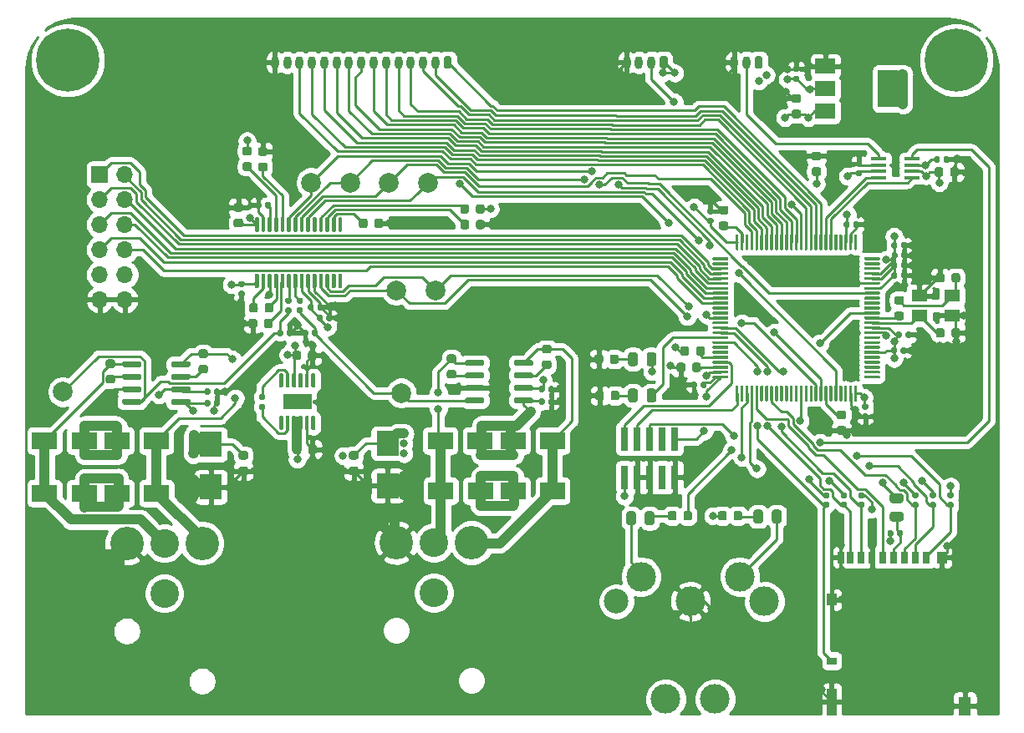
<source format=gbr>
%TF.GenerationSoftware,KiCad,Pcbnew,(5.1.6-0-10_14)*%
%TF.CreationDate,2021-01-19T18:17:05+00:00*%
%TF.ProjectId,lawrencebutton,6c617772-656e-4636-9562-7574746f6e2e,rev?*%
%TF.SameCoordinates,Original*%
%TF.FileFunction,Copper,L1,Top*%
%TF.FilePolarity,Positive*%
%FSLAX46Y46*%
G04 Gerber Fmt 4.6, Leading zero omitted, Abs format (unit mm)*
G04 Created by KiCad (PCBNEW (5.1.6-0-10_14)) date 2021-01-19 18:17:05*
%MOMM*%
%LPD*%
G01*
G04 APERTURE LIST*
%TA.AperFunction,ComponentPad*%
%ADD10C,3.000000*%
%TD*%
%TA.AperFunction,ComponentPad*%
%ADD11C,2.500000*%
%TD*%
%TA.AperFunction,ComponentPad*%
%ADD12R,1.700000X1.700000*%
%TD*%
%TA.AperFunction,ComponentPad*%
%ADD13O,1.700000X1.700000*%
%TD*%
%TA.AperFunction,ComponentPad*%
%ADD14C,2.000000*%
%TD*%
%TA.AperFunction,SMDPad,CuDef*%
%ADD15R,1.600000X0.300000*%
%TD*%
%TA.AperFunction,SMDPad,CuDef*%
%ADD16R,2.300000X2.500000*%
%TD*%
%TA.AperFunction,SMDPad,CuDef*%
%ADD17R,2.500000X1.800000*%
%TD*%
%TA.AperFunction,SMDPad,CuDef*%
%ADD18R,0.700000X1.200000*%
%TD*%
%TA.AperFunction,SMDPad,CuDef*%
%ADD19R,1.000000X1.200000*%
%TD*%
%TA.AperFunction,SMDPad,CuDef*%
%ADD20R,1.000000X0.800000*%
%TD*%
%TA.AperFunction,SMDPad,CuDef*%
%ADD21R,1.000000X2.800000*%
%TD*%
%TA.AperFunction,SMDPad,CuDef*%
%ADD22R,1.300000X1.900000*%
%TD*%
%TA.AperFunction,ComponentPad*%
%ADD23C,3.400000*%
%TD*%
%TA.AperFunction,ComponentPad*%
%ADD24C,2.900000*%
%TD*%
%TA.AperFunction,ComponentPad*%
%ADD25O,0.800000X1.300000*%
%TD*%
%TA.AperFunction,SMDPad,CuDef*%
%ADD26R,2.000000X3.800000*%
%TD*%
%TA.AperFunction,SMDPad,CuDef*%
%ADD27R,2.000000X1.500000*%
%TD*%
%TA.AperFunction,SMDPad,CuDef*%
%ADD28R,2.850000X1.650000*%
%TD*%
%TA.AperFunction,ViaPad*%
%ADD29C,0.500000*%
%TD*%
%TA.AperFunction,SMDPad,CuDef*%
%ADD30R,1.600000X1.300000*%
%TD*%
%TA.AperFunction,SMDPad,CuDef*%
%ADD31R,0.740000X2.400000*%
%TD*%
%TA.AperFunction,ComponentPad*%
%ADD32C,6.400000*%
%TD*%
%TA.AperFunction,ComponentPad*%
%ADD33C,0.800000*%
%TD*%
%TA.AperFunction,ViaPad*%
%ADD34C,0.800000*%
%TD*%
%TA.AperFunction,Conductor*%
%ADD35C,0.250000*%
%TD*%
%TA.AperFunction,Conductor*%
%ADD36C,1.000000*%
%TD*%
%TA.AperFunction,Conductor*%
%ADD37C,0.254000*%
%TD*%
G04 APERTURE END LIST*
D10*
%TO.P,J2,MP*%
%TO.N,N/C*%
X16296000Y-130215000D03*
X21296000Y-130215000D03*
%TO.P,J2,2*%
%TO.N,GND*%
X18796000Y-120315000D03*
%TO.P,J2,1*%
%TO.N,Net-(J2-Pad1)*%
X26296000Y-120315000D03*
D11*
%TO.P,J2,3*%
%TO.N,Net-(J2-Pad3)*%
X11296000Y-120315000D03*
D10*
%TO.P,J2,4*%
%TO.N,Net-(FB4-Pad2)*%
X23796000Y-117815000D03*
%TO.P,J2,5*%
%TO.N,Net-(FB3-Pad1)*%
X13796000Y-117815000D03*
%TD*%
%TO.P,U2,1*%
%TO.N,Net-(U2-Pad1)*%
%TA.AperFunction,SMDPad,CuDef*%
G36*
G01*
X38002500Y-97492000D02*
X38002500Y-97642000D01*
G75*
G02*
X37927500Y-97717000I-75000J0D01*
G01*
X36477500Y-97717000D01*
G75*
G02*
X36402500Y-97642000I0J75000D01*
G01*
X36402500Y-97492000D01*
G75*
G02*
X36477500Y-97417000I75000J0D01*
G01*
X37927500Y-97417000D01*
G75*
G02*
X38002500Y-97492000I0J-75000D01*
G01*
G37*
%TD.AperFunction*%
%TO.P,U2,2*%
%TO.N,Net-(U2-Pad2)*%
%TA.AperFunction,SMDPad,CuDef*%
G36*
G01*
X38002500Y-96992000D02*
X38002500Y-97142000D01*
G75*
G02*
X37927500Y-97217000I-75000J0D01*
G01*
X36477500Y-97217000D01*
G75*
G02*
X36402500Y-97142000I0J75000D01*
G01*
X36402500Y-96992000D01*
G75*
G02*
X36477500Y-96917000I75000J0D01*
G01*
X37927500Y-96917000D01*
G75*
G02*
X38002500Y-96992000I0J-75000D01*
G01*
G37*
%TD.AperFunction*%
%TO.P,U2,3*%
%TO.N,Net-(U2-Pad3)*%
%TA.AperFunction,SMDPad,CuDef*%
G36*
G01*
X38002500Y-96492000D02*
X38002500Y-96642000D01*
G75*
G02*
X37927500Y-96717000I-75000J0D01*
G01*
X36477500Y-96717000D01*
G75*
G02*
X36402500Y-96642000I0J75000D01*
G01*
X36402500Y-96492000D01*
G75*
G02*
X36477500Y-96417000I75000J0D01*
G01*
X37927500Y-96417000D01*
G75*
G02*
X38002500Y-96492000I0J-75000D01*
G01*
G37*
%TD.AperFunction*%
%TO.P,U2,4*%
%TO.N,Net-(U2-Pad4)*%
%TA.AperFunction,SMDPad,CuDef*%
G36*
G01*
X38002500Y-95992000D02*
X38002500Y-96142000D01*
G75*
G02*
X37927500Y-96217000I-75000J0D01*
G01*
X36477500Y-96217000D01*
G75*
G02*
X36402500Y-96142000I0J75000D01*
G01*
X36402500Y-95992000D01*
G75*
G02*
X36477500Y-95917000I75000J0D01*
G01*
X37927500Y-95917000D01*
G75*
G02*
X38002500Y-95992000I0J-75000D01*
G01*
G37*
%TD.AperFunction*%
%TO.P,U2,5*%
%TO.N,Net-(U2-Pad5)*%
%TA.AperFunction,SMDPad,CuDef*%
G36*
G01*
X38002500Y-95492000D02*
X38002500Y-95642000D01*
G75*
G02*
X37927500Y-95717000I-75000J0D01*
G01*
X36477500Y-95717000D01*
G75*
G02*
X36402500Y-95642000I0J75000D01*
G01*
X36402500Y-95492000D01*
G75*
G02*
X36477500Y-95417000I75000J0D01*
G01*
X37927500Y-95417000D01*
G75*
G02*
X38002500Y-95492000I0J-75000D01*
G01*
G37*
%TD.AperFunction*%
%TO.P,U2,6*%
%TO.N,+3V3*%
%TA.AperFunction,SMDPad,CuDef*%
G36*
G01*
X38002500Y-94992000D02*
X38002500Y-95142000D01*
G75*
G02*
X37927500Y-95217000I-75000J0D01*
G01*
X36477500Y-95217000D01*
G75*
G02*
X36402500Y-95142000I0J75000D01*
G01*
X36402500Y-94992000D01*
G75*
G02*
X36477500Y-94917000I75000J0D01*
G01*
X37927500Y-94917000D01*
G75*
G02*
X38002500Y-94992000I0J-75000D01*
G01*
G37*
%TD.AperFunction*%
%TO.P,U2,7*%
%TO.N,Net-(U2-Pad7)*%
%TA.AperFunction,SMDPad,CuDef*%
G36*
G01*
X38002500Y-94492000D02*
X38002500Y-94642000D01*
G75*
G02*
X37927500Y-94717000I-75000J0D01*
G01*
X36477500Y-94717000D01*
G75*
G02*
X36402500Y-94642000I0J75000D01*
G01*
X36402500Y-94492000D01*
G75*
G02*
X36477500Y-94417000I75000J0D01*
G01*
X37927500Y-94417000D01*
G75*
G02*
X38002500Y-94492000I0J-75000D01*
G01*
G37*
%TD.AperFunction*%
%TO.P,U2,8*%
%TO.N,Net-(U2-Pad8)*%
%TA.AperFunction,SMDPad,CuDef*%
G36*
G01*
X38002500Y-93992000D02*
X38002500Y-94142000D01*
G75*
G02*
X37927500Y-94217000I-75000J0D01*
G01*
X36477500Y-94217000D01*
G75*
G02*
X36402500Y-94142000I0J75000D01*
G01*
X36402500Y-93992000D01*
G75*
G02*
X36477500Y-93917000I75000J0D01*
G01*
X37927500Y-93917000D01*
G75*
G02*
X38002500Y-93992000I0J-75000D01*
G01*
G37*
%TD.AperFunction*%
%TO.P,U2,9*%
%TO.N,Net-(U2-Pad9)*%
%TA.AperFunction,SMDPad,CuDef*%
G36*
G01*
X38002500Y-93492000D02*
X38002500Y-93642000D01*
G75*
G02*
X37927500Y-93717000I-75000J0D01*
G01*
X36477500Y-93717000D01*
G75*
G02*
X36402500Y-93642000I0J75000D01*
G01*
X36402500Y-93492000D01*
G75*
G02*
X36477500Y-93417000I75000J0D01*
G01*
X37927500Y-93417000D01*
G75*
G02*
X38002500Y-93492000I0J-75000D01*
G01*
G37*
%TD.AperFunction*%
%TO.P,U2,10*%
%TO.N,GND*%
%TA.AperFunction,SMDPad,CuDef*%
G36*
G01*
X38002500Y-92992000D02*
X38002500Y-93142000D01*
G75*
G02*
X37927500Y-93217000I-75000J0D01*
G01*
X36477500Y-93217000D01*
G75*
G02*
X36402500Y-93142000I0J75000D01*
G01*
X36402500Y-92992000D01*
G75*
G02*
X36477500Y-92917000I75000J0D01*
G01*
X37927500Y-92917000D01*
G75*
G02*
X38002500Y-92992000I0J-75000D01*
G01*
G37*
%TD.AperFunction*%
%TO.P,U2,11*%
%TO.N,+3V3*%
%TA.AperFunction,SMDPad,CuDef*%
G36*
G01*
X38002500Y-92492000D02*
X38002500Y-92642000D01*
G75*
G02*
X37927500Y-92717000I-75000J0D01*
G01*
X36477500Y-92717000D01*
G75*
G02*
X36402500Y-92642000I0J75000D01*
G01*
X36402500Y-92492000D01*
G75*
G02*
X36477500Y-92417000I75000J0D01*
G01*
X37927500Y-92417000D01*
G75*
G02*
X38002500Y-92492000I0J-75000D01*
G01*
G37*
%TD.AperFunction*%
%TO.P,U2,12*%
%TO.N,HSE_IN*%
%TA.AperFunction,SMDPad,CuDef*%
G36*
G01*
X38002500Y-91992000D02*
X38002500Y-92142000D01*
G75*
G02*
X37927500Y-92217000I-75000J0D01*
G01*
X36477500Y-92217000D01*
G75*
G02*
X36402500Y-92142000I0J75000D01*
G01*
X36402500Y-91992000D01*
G75*
G02*
X36477500Y-91917000I75000J0D01*
G01*
X37927500Y-91917000D01*
G75*
G02*
X38002500Y-91992000I0J-75000D01*
G01*
G37*
%TD.AperFunction*%
%TO.P,U2,13*%
%TO.N,HSE_OUT*%
%TA.AperFunction,SMDPad,CuDef*%
G36*
G01*
X38002500Y-91492000D02*
X38002500Y-91642000D01*
G75*
G02*
X37927500Y-91717000I-75000J0D01*
G01*
X36477500Y-91717000D01*
G75*
G02*
X36402500Y-91642000I0J75000D01*
G01*
X36402500Y-91492000D01*
G75*
G02*
X36477500Y-91417000I75000J0D01*
G01*
X37927500Y-91417000D01*
G75*
G02*
X38002500Y-91492000I0J-75000D01*
G01*
G37*
%TD.AperFunction*%
%TO.P,U2,14*%
%TO.N,NRST*%
%TA.AperFunction,SMDPad,CuDef*%
G36*
G01*
X38002500Y-90992000D02*
X38002500Y-91142000D01*
G75*
G02*
X37927500Y-91217000I-75000J0D01*
G01*
X36477500Y-91217000D01*
G75*
G02*
X36402500Y-91142000I0J75000D01*
G01*
X36402500Y-90992000D01*
G75*
G02*
X36477500Y-90917000I75000J0D01*
G01*
X37927500Y-90917000D01*
G75*
G02*
X38002500Y-90992000I0J-75000D01*
G01*
G37*
%TD.AperFunction*%
%TO.P,U2,15*%
%TO.N,Net-(U2-Pad15)*%
%TA.AperFunction,SMDPad,CuDef*%
G36*
G01*
X38002500Y-90492000D02*
X38002500Y-90642000D01*
G75*
G02*
X37927500Y-90717000I-75000J0D01*
G01*
X36477500Y-90717000D01*
G75*
G02*
X36402500Y-90642000I0J75000D01*
G01*
X36402500Y-90492000D01*
G75*
G02*
X36477500Y-90417000I75000J0D01*
G01*
X37927500Y-90417000D01*
G75*
G02*
X38002500Y-90492000I0J-75000D01*
G01*
G37*
%TD.AperFunction*%
%TO.P,U2,16*%
%TO.N,Net-(U2-Pad16)*%
%TA.AperFunction,SMDPad,CuDef*%
G36*
G01*
X38002500Y-89992000D02*
X38002500Y-90142000D01*
G75*
G02*
X37927500Y-90217000I-75000J0D01*
G01*
X36477500Y-90217000D01*
G75*
G02*
X36402500Y-90142000I0J75000D01*
G01*
X36402500Y-89992000D01*
G75*
G02*
X36477500Y-89917000I75000J0D01*
G01*
X37927500Y-89917000D01*
G75*
G02*
X38002500Y-89992000I0J-75000D01*
G01*
G37*
%TD.AperFunction*%
%TO.P,U2,17*%
%TO.N,Net-(U2-Pad17)*%
%TA.AperFunction,SMDPad,CuDef*%
G36*
G01*
X38002500Y-89492000D02*
X38002500Y-89642000D01*
G75*
G02*
X37927500Y-89717000I-75000J0D01*
G01*
X36477500Y-89717000D01*
G75*
G02*
X36402500Y-89642000I0J75000D01*
G01*
X36402500Y-89492000D01*
G75*
G02*
X36477500Y-89417000I75000J0D01*
G01*
X37927500Y-89417000D01*
G75*
G02*
X38002500Y-89492000I0J-75000D01*
G01*
G37*
%TD.AperFunction*%
%TO.P,U2,18*%
%TO.N,I2S_SD*%
%TA.AperFunction,SMDPad,CuDef*%
G36*
G01*
X38002500Y-88992000D02*
X38002500Y-89142000D01*
G75*
G02*
X37927500Y-89217000I-75000J0D01*
G01*
X36477500Y-89217000D01*
G75*
G02*
X36402500Y-89142000I0J75000D01*
G01*
X36402500Y-88992000D01*
G75*
G02*
X36477500Y-88917000I75000J0D01*
G01*
X37927500Y-88917000D01*
G75*
G02*
X38002500Y-88992000I0J-75000D01*
G01*
G37*
%TD.AperFunction*%
%TO.P,U2,19*%
%TO.N,+3V3*%
%TA.AperFunction,SMDPad,CuDef*%
G36*
G01*
X38002500Y-88492000D02*
X38002500Y-88642000D01*
G75*
G02*
X37927500Y-88717000I-75000J0D01*
G01*
X36477500Y-88717000D01*
G75*
G02*
X36402500Y-88642000I0J75000D01*
G01*
X36402500Y-88492000D01*
G75*
G02*
X36477500Y-88417000I75000J0D01*
G01*
X37927500Y-88417000D01*
G75*
G02*
X38002500Y-88492000I0J-75000D01*
G01*
G37*
%TD.AperFunction*%
%TO.P,U2,20*%
%TO.N,GND*%
%TA.AperFunction,SMDPad,CuDef*%
G36*
G01*
X38002500Y-87992000D02*
X38002500Y-88142000D01*
G75*
G02*
X37927500Y-88217000I-75000J0D01*
G01*
X36477500Y-88217000D01*
G75*
G02*
X36402500Y-88142000I0J75000D01*
G01*
X36402500Y-87992000D01*
G75*
G02*
X36477500Y-87917000I75000J0D01*
G01*
X37927500Y-87917000D01*
G75*
G02*
X38002500Y-87992000I0J-75000D01*
G01*
G37*
%TD.AperFunction*%
%TO.P,U2,21*%
%TO.N,+3V3*%
%TA.AperFunction,SMDPad,CuDef*%
G36*
G01*
X38002500Y-87492000D02*
X38002500Y-87642000D01*
G75*
G02*
X37927500Y-87717000I-75000J0D01*
G01*
X36477500Y-87717000D01*
G75*
G02*
X36402500Y-87642000I0J75000D01*
G01*
X36402500Y-87492000D01*
G75*
G02*
X36477500Y-87417000I75000J0D01*
G01*
X37927500Y-87417000D01*
G75*
G02*
X38002500Y-87492000I0J-75000D01*
G01*
G37*
%TD.AperFunction*%
%TO.P,U2,22*%
%TA.AperFunction,SMDPad,CuDef*%
G36*
G01*
X38002500Y-86992000D02*
X38002500Y-87142000D01*
G75*
G02*
X37927500Y-87217000I-75000J0D01*
G01*
X36477500Y-87217000D01*
G75*
G02*
X36402500Y-87142000I0J75000D01*
G01*
X36402500Y-86992000D01*
G75*
G02*
X36477500Y-86917000I75000J0D01*
G01*
X37927500Y-86917000D01*
G75*
G02*
X38002500Y-86992000I0J-75000D01*
G01*
G37*
%TD.AperFunction*%
%TO.P,U2,23*%
%TO.N,Net-(U2-Pad23)*%
%TA.AperFunction,SMDPad,CuDef*%
G36*
G01*
X38002500Y-86492000D02*
X38002500Y-86642000D01*
G75*
G02*
X37927500Y-86717000I-75000J0D01*
G01*
X36477500Y-86717000D01*
G75*
G02*
X36402500Y-86642000I0J75000D01*
G01*
X36402500Y-86492000D01*
G75*
G02*
X36477500Y-86417000I75000J0D01*
G01*
X37927500Y-86417000D01*
G75*
G02*
X38002500Y-86492000I0J-75000D01*
G01*
G37*
%TD.AperFunction*%
%TO.P,U2,24*%
%TO.N,Net-(U2-Pad24)*%
%TA.AperFunction,SMDPad,CuDef*%
G36*
G01*
X38002500Y-85992000D02*
X38002500Y-86142000D01*
G75*
G02*
X37927500Y-86217000I-75000J0D01*
G01*
X36477500Y-86217000D01*
G75*
G02*
X36402500Y-86142000I0J75000D01*
G01*
X36402500Y-85992000D01*
G75*
G02*
X36477500Y-85917000I75000J0D01*
G01*
X37927500Y-85917000D01*
G75*
G02*
X38002500Y-85992000I0J-75000D01*
G01*
G37*
%TD.AperFunction*%
%TO.P,U2,25*%
%TO.N,Net-(U2-Pad25)*%
%TA.AperFunction,SMDPad,CuDef*%
G36*
G01*
X38002500Y-85492000D02*
X38002500Y-85642000D01*
G75*
G02*
X37927500Y-85717000I-75000J0D01*
G01*
X36477500Y-85717000D01*
G75*
G02*
X36402500Y-85642000I0J75000D01*
G01*
X36402500Y-85492000D01*
G75*
G02*
X36477500Y-85417000I75000J0D01*
G01*
X37927500Y-85417000D01*
G75*
G02*
X38002500Y-85492000I0J-75000D01*
G01*
G37*
%TD.AperFunction*%
%TO.P,U2,26*%
%TO.N,Net-(U2-Pad26)*%
%TA.AperFunction,SMDPad,CuDef*%
G36*
G01*
X35677500Y-83167000D02*
X35677500Y-84617000D01*
G75*
G02*
X35602500Y-84692000I-75000J0D01*
G01*
X35452500Y-84692000D01*
G75*
G02*
X35377500Y-84617000I0J75000D01*
G01*
X35377500Y-83167000D01*
G75*
G02*
X35452500Y-83092000I75000J0D01*
G01*
X35602500Y-83092000D01*
G75*
G02*
X35677500Y-83167000I0J-75000D01*
G01*
G37*
%TD.AperFunction*%
%TO.P,U2,27*%
%TO.N,GND*%
%TA.AperFunction,SMDPad,CuDef*%
G36*
G01*
X35177500Y-83167000D02*
X35177500Y-84617000D01*
G75*
G02*
X35102500Y-84692000I-75000J0D01*
G01*
X34952500Y-84692000D01*
G75*
G02*
X34877500Y-84617000I0J75000D01*
G01*
X34877500Y-83167000D01*
G75*
G02*
X34952500Y-83092000I75000J0D01*
G01*
X35102500Y-83092000D01*
G75*
G02*
X35177500Y-83167000I0J-75000D01*
G01*
G37*
%TD.AperFunction*%
%TO.P,U2,28*%
%TO.N,+3V3*%
%TA.AperFunction,SMDPad,CuDef*%
G36*
G01*
X34677500Y-83167000D02*
X34677500Y-84617000D01*
G75*
G02*
X34602500Y-84692000I-75000J0D01*
G01*
X34452500Y-84692000D01*
G75*
G02*
X34377500Y-84617000I0J75000D01*
G01*
X34377500Y-83167000D01*
G75*
G02*
X34452500Y-83092000I75000J0D01*
G01*
X34602500Y-83092000D01*
G75*
G02*
X34677500Y-83167000I0J-75000D01*
G01*
G37*
%TD.AperFunction*%
%TO.P,U2,29*%
%TO.N,Net-(U2-Pad29)*%
%TA.AperFunction,SMDPad,CuDef*%
G36*
G01*
X34177500Y-83167000D02*
X34177500Y-84617000D01*
G75*
G02*
X34102500Y-84692000I-75000J0D01*
G01*
X33952500Y-84692000D01*
G75*
G02*
X33877500Y-84617000I0J75000D01*
G01*
X33877500Y-83167000D01*
G75*
G02*
X33952500Y-83092000I75000J0D01*
G01*
X34102500Y-83092000D01*
G75*
G02*
X34177500Y-83167000I0J-75000D01*
G01*
G37*
%TD.AperFunction*%
%TO.P,U2,30*%
%TO.N,Net-(U2-Pad30)*%
%TA.AperFunction,SMDPad,CuDef*%
G36*
G01*
X33677500Y-83167000D02*
X33677500Y-84617000D01*
G75*
G02*
X33602500Y-84692000I-75000J0D01*
G01*
X33452500Y-84692000D01*
G75*
G02*
X33377500Y-84617000I0J75000D01*
G01*
X33377500Y-83167000D01*
G75*
G02*
X33452500Y-83092000I75000J0D01*
G01*
X33602500Y-83092000D01*
G75*
G02*
X33677500Y-83167000I0J-75000D01*
G01*
G37*
%TD.AperFunction*%
%TO.P,U2,31*%
%TO.N,MIDI_OUT_3V3*%
%TA.AperFunction,SMDPad,CuDef*%
G36*
G01*
X33177500Y-83167000D02*
X33177500Y-84617000D01*
G75*
G02*
X33102500Y-84692000I-75000J0D01*
G01*
X32952500Y-84692000D01*
G75*
G02*
X32877500Y-84617000I0J75000D01*
G01*
X32877500Y-83167000D01*
G75*
G02*
X32952500Y-83092000I75000J0D01*
G01*
X33102500Y-83092000D01*
G75*
G02*
X33177500Y-83167000I0J-75000D01*
G01*
G37*
%TD.AperFunction*%
%TO.P,U2,32*%
%TO.N,WS2812_3V3*%
%TA.AperFunction,SMDPad,CuDef*%
G36*
G01*
X32677500Y-83167000D02*
X32677500Y-84617000D01*
G75*
G02*
X32602500Y-84692000I-75000J0D01*
G01*
X32452500Y-84692000D01*
G75*
G02*
X32377500Y-84617000I0J75000D01*
G01*
X32377500Y-83167000D01*
G75*
G02*
X32452500Y-83092000I75000J0D01*
G01*
X32602500Y-83092000D01*
G75*
G02*
X32677500Y-83167000I0J-75000D01*
G01*
G37*
%TD.AperFunction*%
%TO.P,U2,33*%
%TO.N,LCD_A*%
%TA.AperFunction,SMDPad,CuDef*%
G36*
G01*
X32177500Y-83167000D02*
X32177500Y-84617000D01*
G75*
G02*
X32102500Y-84692000I-75000J0D01*
G01*
X31952500Y-84692000D01*
G75*
G02*
X31877500Y-84617000I0J75000D01*
G01*
X31877500Y-83167000D01*
G75*
G02*
X31952500Y-83092000I75000J0D01*
G01*
X32102500Y-83092000D01*
G75*
G02*
X32177500Y-83167000I0J-75000D01*
G01*
G37*
%TD.AperFunction*%
%TO.P,U2,34*%
%TO.N,LCD_B*%
%TA.AperFunction,SMDPad,CuDef*%
G36*
G01*
X31677500Y-83167000D02*
X31677500Y-84617000D01*
G75*
G02*
X31602500Y-84692000I-75000J0D01*
G01*
X31452500Y-84692000D01*
G75*
G02*
X31377500Y-84617000I0J75000D01*
G01*
X31377500Y-83167000D01*
G75*
G02*
X31452500Y-83092000I75000J0D01*
G01*
X31602500Y-83092000D01*
G75*
G02*
X31677500Y-83167000I0J-75000D01*
G01*
G37*
%TD.AperFunction*%
%TO.P,U2,35*%
%TO.N,LCD_C*%
%TA.AperFunction,SMDPad,CuDef*%
G36*
G01*
X31177500Y-83167000D02*
X31177500Y-84617000D01*
G75*
G02*
X31102500Y-84692000I-75000J0D01*
G01*
X30952500Y-84692000D01*
G75*
G02*
X30877500Y-84617000I0J75000D01*
G01*
X30877500Y-83167000D01*
G75*
G02*
X30952500Y-83092000I75000J0D01*
G01*
X31102500Y-83092000D01*
G75*
G02*
X31177500Y-83167000I0J-75000D01*
G01*
G37*
%TD.AperFunction*%
%TO.P,U2,36*%
%TO.N,LCD_D*%
%TA.AperFunction,SMDPad,CuDef*%
G36*
G01*
X30677500Y-83167000D02*
X30677500Y-84617000D01*
G75*
G02*
X30602500Y-84692000I-75000J0D01*
G01*
X30452500Y-84692000D01*
G75*
G02*
X30377500Y-84617000I0J75000D01*
G01*
X30377500Y-83167000D01*
G75*
G02*
X30452500Y-83092000I75000J0D01*
G01*
X30602500Y-83092000D01*
G75*
G02*
X30677500Y-83167000I0J-75000D01*
G01*
G37*
%TD.AperFunction*%
%TO.P,U2,37*%
%TO.N,BOOT1*%
%TA.AperFunction,SMDPad,CuDef*%
G36*
G01*
X30177500Y-83167000D02*
X30177500Y-84617000D01*
G75*
G02*
X30102500Y-84692000I-75000J0D01*
G01*
X29952500Y-84692000D01*
G75*
G02*
X29877500Y-84617000I0J75000D01*
G01*
X29877500Y-83167000D01*
G75*
G02*
X29952500Y-83092000I75000J0D01*
G01*
X30102500Y-83092000D01*
G75*
G02*
X30177500Y-83167000I0J-75000D01*
G01*
G37*
%TD.AperFunction*%
%TO.P,U2,38*%
%TO.N,LCD_E*%
%TA.AperFunction,SMDPad,CuDef*%
G36*
G01*
X29677500Y-83167000D02*
X29677500Y-84617000D01*
G75*
G02*
X29602500Y-84692000I-75000J0D01*
G01*
X29452500Y-84692000D01*
G75*
G02*
X29377500Y-84617000I0J75000D01*
G01*
X29377500Y-83167000D01*
G75*
G02*
X29452500Y-83092000I75000J0D01*
G01*
X29602500Y-83092000D01*
G75*
G02*
X29677500Y-83167000I0J-75000D01*
G01*
G37*
%TD.AperFunction*%
%TO.P,U2,39*%
%TO.N,LCD_F*%
%TA.AperFunction,SMDPad,CuDef*%
G36*
G01*
X29177500Y-83167000D02*
X29177500Y-84617000D01*
G75*
G02*
X29102500Y-84692000I-75000J0D01*
G01*
X28952500Y-84692000D01*
G75*
G02*
X28877500Y-84617000I0J75000D01*
G01*
X28877500Y-83167000D01*
G75*
G02*
X28952500Y-83092000I75000J0D01*
G01*
X29102500Y-83092000D01*
G75*
G02*
X29177500Y-83167000I0J-75000D01*
G01*
G37*
%TD.AperFunction*%
%TO.P,U2,40*%
%TO.N,LCD_G*%
%TA.AperFunction,SMDPad,CuDef*%
G36*
G01*
X28677500Y-83167000D02*
X28677500Y-84617000D01*
G75*
G02*
X28602500Y-84692000I-75000J0D01*
G01*
X28452500Y-84692000D01*
G75*
G02*
X28377500Y-84617000I0J75000D01*
G01*
X28377500Y-83167000D01*
G75*
G02*
X28452500Y-83092000I75000J0D01*
G01*
X28602500Y-83092000D01*
G75*
G02*
X28677500Y-83167000I0J-75000D01*
G01*
G37*
%TD.AperFunction*%
%TO.P,U2,41*%
%TO.N,LCD_DP*%
%TA.AperFunction,SMDPad,CuDef*%
G36*
G01*
X28177500Y-83167000D02*
X28177500Y-84617000D01*
G75*
G02*
X28102500Y-84692000I-75000J0D01*
G01*
X27952500Y-84692000D01*
G75*
G02*
X27877500Y-84617000I0J75000D01*
G01*
X27877500Y-83167000D01*
G75*
G02*
X27952500Y-83092000I75000J0D01*
G01*
X28102500Y-83092000D01*
G75*
G02*
X28177500Y-83167000I0J-75000D01*
G01*
G37*
%TD.AperFunction*%
%TO.P,U2,42*%
%TO.N,LCD_DIG1CC*%
%TA.AperFunction,SMDPad,CuDef*%
G36*
G01*
X27677500Y-83167000D02*
X27677500Y-84617000D01*
G75*
G02*
X27602500Y-84692000I-75000J0D01*
G01*
X27452500Y-84692000D01*
G75*
G02*
X27377500Y-84617000I0J75000D01*
G01*
X27377500Y-83167000D01*
G75*
G02*
X27452500Y-83092000I75000J0D01*
G01*
X27602500Y-83092000D01*
G75*
G02*
X27677500Y-83167000I0J-75000D01*
G01*
G37*
%TD.AperFunction*%
%TO.P,U2,43*%
%TO.N,LCD_DIG2CC*%
%TA.AperFunction,SMDPad,CuDef*%
G36*
G01*
X27177500Y-83167000D02*
X27177500Y-84617000D01*
G75*
G02*
X27102500Y-84692000I-75000J0D01*
G01*
X26952500Y-84692000D01*
G75*
G02*
X26877500Y-84617000I0J75000D01*
G01*
X26877500Y-83167000D01*
G75*
G02*
X26952500Y-83092000I75000J0D01*
G01*
X27102500Y-83092000D01*
G75*
G02*
X27177500Y-83167000I0J-75000D01*
G01*
G37*
%TD.AperFunction*%
%TO.P,U2,44*%
%TO.N,B_PREV*%
%TA.AperFunction,SMDPad,CuDef*%
G36*
G01*
X26677500Y-83167000D02*
X26677500Y-84617000D01*
G75*
G02*
X26602500Y-84692000I-75000J0D01*
G01*
X26452500Y-84692000D01*
G75*
G02*
X26377500Y-84617000I0J75000D01*
G01*
X26377500Y-83167000D01*
G75*
G02*
X26452500Y-83092000I75000J0D01*
G01*
X26602500Y-83092000D01*
G75*
G02*
X26677500Y-83167000I0J-75000D01*
G01*
G37*
%TD.AperFunction*%
%TO.P,U2,45*%
%TO.N,B_NEXT*%
%TA.AperFunction,SMDPad,CuDef*%
G36*
G01*
X26177500Y-83167000D02*
X26177500Y-84617000D01*
G75*
G02*
X26102500Y-84692000I-75000J0D01*
G01*
X25952500Y-84692000D01*
G75*
G02*
X25877500Y-84617000I0J75000D01*
G01*
X25877500Y-83167000D01*
G75*
G02*
X25952500Y-83092000I75000J0D01*
G01*
X26102500Y-83092000D01*
G75*
G02*
X26177500Y-83167000I0J-75000D01*
G01*
G37*
%TD.AperFunction*%
%TO.P,U2,46*%
%TO.N,B_STOP*%
%TA.AperFunction,SMDPad,CuDef*%
G36*
G01*
X25677500Y-83167000D02*
X25677500Y-84617000D01*
G75*
G02*
X25602500Y-84692000I-75000J0D01*
G01*
X25452500Y-84692000D01*
G75*
G02*
X25377500Y-84617000I0J75000D01*
G01*
X25377500Y-83167000D01*
G75*
G02*
X25452500Y-83092000I75000J0D01*
G01*
X25602500Y-83092000D01*
G75*
G02*
X25677500Y-83167000I0J-75000D01*
G01*
G37*
%TD.AperFunction*%
%TO.P,U2,47*%
%TO.N,I2S_CK*%
%TA.AperFunction,SMDPad,CuDef*%
G36*
G01*
X25177500Y-83167000D02*
X25177500Y-84617000D01*
G75*
G02*
X25102500Y-84692000I-75000J0D01*
G01*
X24952500Y-84692000D01*
G75*
G02*
X24877500Y-84617000I0J75000D01*
G01*
X24877500Y-83167000D01*
G75*
G02*
X24952500Y-83092000I75000J0D01*
G01*
X25102500Y-83092000D01*
G75*
G02*
X25177500Y-83167000I0J-75000D01*
G01*
G37*
%TD.AperFunction*%
%TO.P,U2,48*%
%TO.N,Net-(U2-Pad48)*%
%TA.AperFunction,SMDPad,CuDef*%
G36*
G01*
X24677500Y-83167000D02*
X24677500Y-84617000D01*
G75*
G02*
X24602500Y-84692000I-75000J0D01*
G01*
X24452500Y-84692000D01*
G75*
G02*
X24377500Y-84617000I0J75000D01*
G01*
X24377500Y-83167000D01*
G75*
G02*
X24452500Y-83092000I75000J0D01*
G01*
X24602500Y-83092000D01*
G75*
G02*
X24677500Y-83167000I0J-75000D01*
G01*
G37*
%TD.AperFunction*%
%TO.P,U2,49*%
%TO.N,Net-(C11-Pad1)*%
%TA.AperFunction,SMDPad,CuDef*%
G36*
G01*
X24177500Y-83167000D02*
X24177500Y-84617000D01*
G75*
G02*
X24102500Y-84692000I-75000J0D01*
G01*
X23952500Y-84692000D01*
G75*
G02*
X23877500Y-84617000I0J75000D01*
G01*
X23877500Y-83167000D01*
G75*
G02*
X23952500Y-83092000I75000J0D01*
G01*
X24102500Y-83092000D01*
G75*
G02*
X24177500Y-83167000I0J-75000D01*
G01*
G37*
%TD.AperFunction*%
%TO.P,U2,50*%
%TO.N,+3V3*%
%TA.AperFunction,SMDPad,CuDef*%
G36*
G01*
X23677500Y-83167000D02*
X23677500Y-84617000D01*
G75*
G02*
X23602500Y-84692000I-75000J0D01*
G01*
X23452500Y-84692000D01*
G75*
G02*
X23377500Y-84617000I0J75000D01*
G01*
X23377500Y-83167000D01*
G75*
G02*
X23452500Y-83092000I75000J0D01*
G01*
X23602500Y-83092000D01*
G75*
G02*
X23677500Y-83167000I0J-75000D01*
G01*
G37*
%TD.AperFunction*%
%TO.P,U2,51*%
%TO.N,Net-(U2-Pad51)*%
%TA.AperFunction,SMDPad,CuDef*%
G36*
G01*
X22652500Y-85492000D02*
X22652500Y-85642000D01*
G75*
G02*
X22577500Y-85717000I-75000J0D01*
G01*
X21127500Y-85717000D01*
G75*
G02*
X21052500Y-85642000I0J75000D01*
G01*
X21052500Y-85492000D01*
G75*
G02*
X21127500Y-85417000I75000J0D01*
G01*
X22577500Y-85417000D01*
G75*
G02*
X22652500Y-85492000I0J-75000D01*
G01*
G37*
%TD.AperFunction*%
%TO.P,U2,52*%
%TO.N,Net-(U2-Pad52)*%
%TA.AperFunction,SMDPad,CuDef*%
G36*
G01*
X22652500Y-85992000D02*
X22652500Y-86142000D01*
G75*
G02*
X22577500Y-86217000I-75000J0D01*
G01*
X21127500Y-86217000D01*
G75*
G02*
X21052500Y-86142000I0J75000D01*
G01*
X21052500Y-85992000D01*
G75*
G02*
X21127500Y-85917000I75000J0D01*
G01*
X22577500Y-85917000D01*
G75*
G02*
X22652500Y-85992000I0J-75000D01*
G01*
G37*
%TD.AperFunction*%
%TO.P,U2,53*%
%TO.N,GPIO1*%
%TA.AperFunction,SMDPad,CuDef*%
G36*
G01*
X22652500Y-86492000D02*
X22652500Y-86642000D01*
G75*
G02*
X22577500Y-86717000I-75000J0D01*
G01*
X21127500Y-86717000D01*
G75*
G02*
X21052500Y-86642000I0J75000D01*
G01*
X21052500Y-86492000D01*
G75*
G02*
X21127500Y-86417000I75000J0D01*
G01*
X22577500Y-86417000D01*
G75*
G02*
X22652500Y-86492000I0J-75000D01*
G01*
G37*
%TD.AperFunction*%
%TO.P,U2,54*%
%TO.N,GPIO2*%
%TA.AperFunction,SMDPad,CuDef*%
G36*
G01*
X22652500Y-86992000D02*
X22652500Y-87142000D01*
G75*
G02*
X22577500Y-87217000I-75000J0D01*
G01*
X21127500Y-87217000D01*
G75*
G02*
X21052500Y-87142000I0J75000D01*
G01*
X21052500Y-86992000D01*
G75*
G02*
X21127500Y-86917000I75000J0D01*
G01*
X22577500Y-86917000D01*
G75*
G02*
X22652500Y-86992000I0J-75000D01*
G01*
G37*
%TD.AperFunction*%
%TO.P,U2,55*%
%TO.N,GPIO3*%
%TA.AperFunction,SMDPad,CuDef*%
G36*
G01*
X22652500Y-87492000D02*
X22652500Y-87642000D01*
G75*
G02*
X22577500Y-87717000I-75000J0D01*
G01*
X21127500Y-87717000D01*
G75*
G02*
X21052500Y-87642000I0J75000D01*
G01*
X21052500Y-87492000D01*
G75*
G02*
X21127500Y-87417000I75000J0D01*
G01*
X22577500Y-87417000D01*
G75*
G02*
X22652500Y-87492000I0J-75000D01*
G01*
G37*
%TD.AperFunction*%
%TO.P,U2,56*%
%TO.N,GPIO4*%
%TA.AperFunction,SMDPad,CuDef*%
G36*
G01*
X22652500Y-87992000D02*
X22652500Y-88142000D01*
G75*
G02*
X22577500Y-88217000I-75000J0D01*
G01*
X21127500Y-88217000D01*
G75*
G02*
X21052500Y-88142000I0J75000D01*
G01*
X21052500Y-87992000D01*
G75*
G02*
X21127500Y-87917000I75000J0D01*
G01*
X22577500Y-87917000D01*
G75*
G02*
X22652500Y-87992000I0J-75000D01*
G01*
G37*
%TD.AperFunction*%
%TO.P,U2,57*%
%TO.N,GPIO5*%
%TA.AperFunction,SMDPad,CuDef*%
G36*
G01*
X22652500Y-88492000D02*
X22652500Y-88642000D01*
G75*
G02*
X22577500Y-88717000I-75000J0D01*
G01*
X21127500Y-88717000D01*
G75*
G02*
X21052500Y-88642000I0J75000D01*
G01*
X21052500Y-88492000D01*
G75*
G02*
X21127500Y-88417000I75000J0D01*
G01*
X22577500Y-88417000D01*
G75*
G02*
X22652500Y-88492000I0J-75000D01*
G01*
G37*
%TD.AperFunction*%
%TO.P,U2,58*%
%TO.N,GPIO6*%
%TA.AperFunction,SMDPad,CuDef*%
G36*
G01*
X22652500Y-88992000D02*
X22652500Y-89142000D01*
G75*
G02*
X22577500Y-89217000I-75000J0D01*
G01*
X21127500Y-89217000D01*
G75*
G02*
X21052500Y-89142000I0J75000D01*
G01*
X21052500Y-88992000D01*
G75*
G02*
X21127500Y-88917000I75000J0D01*
G01*
X22577500Y-88917000D01*
G75*
G02*
X22652500Y-88992000I0J-75000D01*
G01*
G37*
%TD.AperFunction*%
%TO.P,U2,59*%
%TO.N,GPIO7*%
%TA.AperFunction,SMDPad,CuDef*%
G36*
G01*
X22652500Y-89492000D02*
X22652500Y-89642000D01*
G75*
G02*
X22577500Y-89717000I-75000J0D01*
G01*
X21127500Y-89717000D01*
G75*
G02*
X21052500Y-89642000I0J75000D01*
G01*
X21052500Y-89492000D01*
G75*
G02*
X21127500Y-89417000I75000J0D01*
G01*
X22577500Y-89417000D01*
G75*
G02*
X22652500Y-89492000I0J-75000D01*
G01*
G37*
%TD.AperFunction*%
%TO.P,U2,60*%
%TO.N,GPIO8*%
%TA.AperFunction,SMDPad,CuDef*%
G36*
G01*
X22652500Y-89992000D02*
X22652500Y-90142000D01*
G75*
G02*
X22577500Y-90217000I-75000J0D01*
G01*
X21127500Y-90217000D01*
G75*
G02*
X21052500Y-90142000I0J75000D01*
G01*
X21052500Y-89992000D01*
G75*
G02*
X21127500Y-89917000I75000J0D01*
G01*
X22577500Y-89917000D01*
G75*
G02*
X22652500Y-89992000I0J-75000D01*
G01*
G37*
%TD.AperFunction*%
%TO.P,U2,61*%
%TO.N,Net-(U2-Pad61)*%
%TA.AperFunction,SMDPad,CuDef*%
G36*
G01*
X22652500Y-90492000D02*
X22652500Y-90642000D01*
G75*
G02*
X22577500Y-90717000I-75000J0D01*
G01*
X21127500Y-90717000D01*
G75*
G02*
X21052500Y-90642000I0J75000D01*
G01*
X21052500Y-90492000D01*
G75*
G02*
X21127500Y-90417000I75000J0D01*
G01*
X22577500Y-90417000D01*
G75*
G02*
X22652500Y-90492000I0J-75000D01*
G01*
G37*
%TD.AperFunction*%
%TO.P,U2,62*%
%TO.N,Net-(U2-Pad62)*%
%TA.AperFunction,SMDPad,CuDef*%
G36*
G01*
X22652500Y-90992000D02*
X22652500Y-91142000D01*
G75*
G02*
X22577500Y-91217000I-75000J0D01*
G01*
X21127500Y-91217000D01*
G75*
G02*
X21052500Y-91142000I0J75000D01*
G01*
X21052500Y-90992000D01*
G75*
G02*
X21127500Y-90917000I75000J0D01*
G01*
X22577500Y-90917000D01*
G75*
G02*
X22652500Y-90992000I0J-75000D01*
G01*
G37*
%TD.AperFunction*%
%TO.P,U2,63*%
%TO.N,I2S_MCK*%
%TA.AperFunction,SMDPad,CuDef*%
G36*
G01*
X22652500Y-91492000D02*
X22652500Y-91642000D01*
G75*
G02*
X22577500Y-91717000I-75000J0D01*
G01*
X21127500Y-91717000D01*
G75*
G02*
X21052500Y-91642000I0J75000D01*
G01*
X21052500Y-91492000D01*
G75*
G02*
X21127500Y-91417000I75000J0D01*
G01*
X22577500Y-91417000D01*
G75*
G02*
X22652500Y-91492000I0J-75000D01*
G01*
G37*
%TD.AperFunction*%
%TO.P,U2,64*%
%TO.N,Net-(U2-Pad64)*%
%TA.AperFunction,SMDPad,CuDef*%
G36*
G01*
X22652500Y-91992000D02*
X22652500Y-92142000D01*
G75*
G02*
X22577500Y-92217000I-75000J0D01*
G01*
X21127500Y-92217000D01*
G75*
G02*
X21052500Y-92142000I0J75000D01*
G01*
X21052500Y-91992000D01*
G75*
G02*
X21127500Y-91917000I75000J0D01*
G01*
X22577500Y-91917000D01*
G75*
G02*
X22652500Y-91992000I0J-75000D01*
G01*
G37*
%TD.AperFunction*%
%TO.P,U2,65*%
%TO.N,SDIO_D0*%
%TA.AperFunction,SMDPad,CuDef*%
G36*
G01*
X22652500Y-92492000D02*
X22652500Y-92642000D01*
G75*
G02*
X22577500Y-92717000I-75000J0D01*
G01*
X21127500Y-92717000D01*
G75*
G02*
X21052500Y-92642000I0J75000D01*
G01*
X21052500Y-92492000D01*
G75*
G02*
X21127500Y-92417000I75000J0D01*
G01*
X22577500Y-92417000D01*
G75*
G02*
X22652500Y-92492000I0J-75000D01*
G01*
G37*
%TD.AperFunction*%
%TO.P,U2,66*%
%TO.N,SDIO_D1*%
%TA.AperFunction,SMDPad,CuDef*%
G36*
G01*
X22652500Y-92992000D02*
X22652500Y-93142000D01*
G75*
G02*
X22577500Y-93217000I-75000J0D01*
G01*
X21127500Y-93217000D01*
G75*
G02*
X21052500Y-93142000I0J75000D01*
G01*
X21052500Y-92992000D01*
G75*
G02*
X21127500Y-92917000I75000J0D01*
G01*
X22577500Y-92917000D01*
G75*
G02*
X22652500Y-92992000I0J-75000D01*
G01*
G37*
%TD.AperFunction*%
%TO.P,U2,67*%
%TO.N,LED_STATUS*%
%TA.AperFunction,SMDPad,CuDef*%
G36*
G01*
X22652500Y-93492000D02*
X22652500Y-93642000D01*
G75*
G02*
X22577500Y-93717000I-75000J0D01*
G01*
X21127500Y-93717000D01*
G75*
G02*
X21052500Y-93642000I0J75000D01*
G01*
X21052500Y-93492000D01*
G75*
G02*
X21127500Y-93417000I75000J0D01*
G01*
X22577500Y-93417000D01*
G75*
G02*
X22652500Y-93492000I0J-75000D01*
G01*
G37*
%TD.AperFunction*%
%TO.P,U2,68*%
%TO.N,SDIO_CD*%
%TA.AperFunction,SMDPad,CuDef*%
G36*
G01*
X22652500Y-93992000D02*
X22652500Y-94142000D01*
G75*
G02*
X22577500Y-94217000I-75000J0D01*
G01*
X21127500Y-94217000D01*
G75*
G02*
X21052500Y-94142000I0J75000D01*
G01*
X21052500Y-93992000D01*
G75*
G02*
X21127500Y-93917000I75000J0D01*
G01*
X22577500Y-93917000D01*
G75*
G02*
X22652500Y-93992000I0J-75000D01*
G01*
G37*
%TD.AperFunction*%
%TO.P,U2,69*%
%TO.N,Net-(U2-Pad69)*%
%TA.AperFunction,SMDPad,CuDef*%
G36*
G01*
X22652500Y-94492000D02*
X22652500Y-94642000D01*
G75*
G02*
X22577500Y-94717000I-75000J0D01*
G01*
X21127500Y-94717000D01*
G75*
G02*
X21052500Y-94642000I0J75000D01*
G01*
X21052500Y-94492000D01*
G75*
G02*
X21127500Y-94417000I75000J0D01*
G01*
X22577500Y-94417000D01*
G75*
G02*
X22652500Y-94492000I0J-75000D01*
G01*
G37*
%TD.AperFunction*%
%TO.P,U2,70*%
%TO.N,Net-(U2-Pad70)*%
%TA.AperFunction,SMDPad,CuDef*%
G36*
G01*
X22652500Y-94992000D02*
X22652500Y-95142000D01*
G75*
G02*
X22577500Y-95217000I-75000J0D01*
G01*
X21127500Y-95217000D01*
G75*
G02*
X21052500Y-95142000I0J75000D01*
G01*
X21052500Y-94992000D01*
G75*
G02*
X21127500Y-94917000I75000J0D01*
G01*
X22577500Y-94917000D01*
G75*
G02*
X22652500Y-94992000I0J-75000D01*
G01*
G37*
%TD.AperFunction*%
%TO.P,U2,71*%
%TO.N,PHOTOSENSOR*%
%TA.AperFunction,SMDPad,CuDef*%
G36*
G01*
X22652500Y-95492000D02*
X22652500Y-95642000D01*
G75*
G02*
X22577500Y-95717000I-75000J0D01*
G01*
X21127500Y-95717000D01*
G75*
G02*
X21052500Y-95642000I0J75000D01*
G01*
X21052500Y-95492000D01*
G75*
G02*
X21127500Y-95417000I75000J0D01*
G01*
X22577500Y-95417000D01*
G75*
G02*
X22652500Y-95492000I0J-75000D01*
G01*
G37*
%TD.AperFunction*%
%TO.P,U2,72*%
%TO.N,SWDIO*%
%TA.AperFunction,SMDPad,CuDef*%
G36*
G01*
X22652500Y-95992000D02*
X22652500Y-96142000D01*
G75*
G02*
X22577500Y-96217000I-75000J0D01*
G01*
X21127500Y-96217000D01*
G75*
G02*
X21052500Y-96142000I0J75000D01*
G01*
X21052500Y-95992000D01*
G75*
G02*
X21127500Y-95917000I75000J0D01*
G01*
X22577500Y-95917000D01*
G75*
G02*
X22652500Y-95992000I0J-75000D01*
G01*
G37*
%TD.AperFunction*%
%TO.P,U2,73*%
%TO.N,Net-(C12-Pad1)*%
%TA.AperFunction,SMDPad,CuDef*%
G36*
G01*
X22652500Y-96492000D02*
X22652500Y-96642000D01*
G75*
G02*
X22577500Y-96717000I-75000J0D01*
G01*
X21127500Y-96717000D01*
G75*
G02*
X21052500Y-96642000I0J75000D01*
G01*
X21052500Y-96492000D01*
G75*
G02*
X21127500Y-96417000I75000J0D01*
G01*
X22577500Y-96417000D01*
G75*
G02*
X22652500Y-96492000I0J-75000D01*
G01*
G37*
%TD.AperFunction*%
%TO.P,U2,74*%
%TO.N,GND*%
%TA.AperFunction,SMDPad,CuDef*%
G36*
G01*
X22652500Y-96992000D02*
X22652500Y-97142000D01*
G75*
G02*
X22577500Y-97217000I-75000J0D01*
G01*
X21127500Y-97217000D01*
G75*
G02*
X21052500Y-97142000I0J75000D01*
G01*
X21052500Y-96992000D01*
G75*
G02*
X21127500Y-96917000I75000J0D01*
G01*
X22577500Y-96917000D01*
G75*
G02*
X22652500Y-96992000I0J-75000D01*
G01*
G37*
%TD.AperFunction*%
%TO.P,U2,75*%
%TO.N,+3V3*%
%TA.AperFunction,SMDPad,CuDef*%
G36*
G01*
X22652500Y-97492000D02*
X22652500Y-97642000D01*
G75*
G02*
X22577500Y-97717000I-75000J0D01*
G01*
X21127500Y-97717000D01*
G75*
G02*
X21052500Y-97642000I0J75000D01*
G01*
X21052500Y-97492000D01*
G75*
G02*
X21127500Y-97417000I75000J0D01*
G01*
X22577500Y-97417000D01*
G75*
G02*
X22652500Y-97492000I0J-75000D01*
G01*
G37*
%TD.AperFunction*%
%TO.P,U2,76*%
%TO.N,SWCLK*%
%TA.AperFunction,SMDPad,CuDef*%
G36*
G01*
X23677500Y-98517000D02*
X23677500Y-99967000D01*
G75*
G02*
X23602500Y-100042000I-75000J0D01*
G01*
X23452500Y-100042000D01*
G75*
G02*
X23377500Y-99967000I0J75000D01*
G01*
X23377500Y-98517000D01*
G75*
G02*
X23452500Y-98442000I75000J0D01*
G01*
X23602500Y-98442000D01*
G75*
G02*
X23677500Y-98517000I0J-75000D01*
G01*
G37*
%TD.AperFunction*%
%TO.P,U2,77*%
%TO.N,Net-(U2-Pad77)*%
%TA.AperFunction,SMDPad,CuDef*%
G36*
G01*
X24177500Y-98517000D02*
X24177500Y-99967000D01*
G75*
G02*
X24102500Y-100042000I-75000J0D01*
G01*
X23952500Y-100042000D01*
G75*
G02*
X23877500Y-99967000I0J75000D01*
G01*
X23877500Y-98517000D01*
G75*
G02*
X23952500Y-98442000I75000J0D01*
G01*
X24102500Y-98442000D01*
G75*
G02*
X24177500Y-98517000I0J-75000D01*
G01*
G37*
%TD.AperFunction*%
%TO.P,U2,78*%
%TO.N,SDIO_D2*%
%TA.AperFunction,SMDPad,CuDef*%
G36*
G01*
X24677500Y-98517000D02*
X24677500Y-99967000D01*
G75*
G02*
X24602500Y-100042000I-75000J0D01*
G01*
X24452500Y-100042000D01*
G75*
G02*
X24377500Y-99967000I0J75000D01*
G01*
X24377500Y-98517000D01*
G75*
G02*
X24452500Y-98442000I75000J0D01*
G01*
X24602500Y-98442000D01*
G75*
G02*
X24677500Y-98517000I0J-75000D01*
G01*
G37*
%TD.AperFunction*%
%TO.P,U2,79*%
%TO.N,SDIO_D3*%
%TA.AperFunction,SMDPad,CuDef*%
G36*
G01*
X25177500Y-98517000D02*
X25177500Y-99967000D01*
G75*
G02*
X25102500Y-100042000I-75000J0D01*
G01*
X24952500Y-100042000D01*
G75*
G02*
X24877500Y-99967000I0J75000D01*
G01*
X24877500Y-98517000D01*
G75*
G02*
X24952500Y-98442000I75000J0D01*
G01*
X25102500Y-98442000D01*
G75*
G02*
X25177500Y-98517000I0J-75000D01*
G01*
G37*
%TD.AperFunction*%
%TO.P,U2,80*%
%TO.N,SDIO_CK*%
%TA.AperFunction,SMDPad,CuDef*%
G36*
G01*
X25677500Y-98517000D02*
X25677500Y-99967000D01*
G75*
G02*
X25602500Y-100042000I-75000J0D01*
G01*
X25452500Y-100042000D01*
G75*
G02*
X25377500Y-99967000I0J75000D01*
G01*
X25377500Y-98517000D01*
G75*
G02*
X25452500Y-98442000I75000J0D01*
G01*
X25602500Y-98442000D01*
G75*
G02*
X25677500Y-98517000I0J-75000D01*
G01*
G37*
%TD.AperFunction*%
%TO.P,U2,81*%
%TO.N,Net-(U2-Pad81)*%
%TA.AperFunction,SMDPad,CuDef*%
G36*
G01*
X26177500Y-98517000D02*
X26177500Y-99967000D01*
G75*
G02*
X26102500Y-100042000I-75000J0D01*
G01*
X25952500Y-100042000D01*
G75*
G02*
X25877500Y-99967000I0J75000D01*
G01*
X25877500Y-98517000D01*
G75*
G02*
X25952500Y-98442000I75000J0D01*
G01*
X26102500Y-98442000D01*
G75*
G02*
X26177500Y-98517000I0J-75000D01*
G01*
G37*
%TD.AperFunction*%
%TO.P,U2,82*%
%TO.N,Net-(U2-Pad82)*%
%TA.AperFunction,SMDPad,CuDef*%
G36*
G01*
X26677500Y-98517000D02*
X26677500Y-99967000D01*
G75*
G02*
X26602500Y-100042000I-75000J0D01*
G01*
X26452500Y-100042000D01*
G75*
G02*
X26377500Y-99967000I0J75000D01*
G01*
X26377500Y-98517000D01*
G75*
G02*
X26452500Y-98442000I75000J0D01*
G01*
X26602500Y-98442000D01*
G75*
G02*
X26677500Y-98517000I0J-75000D01*
G01*
G37*
%TD.AperFunction*%
%TO.P,U2,83*%
%TO.N,SDIO_CMD*%
%TA.AperFunction,SMDPad,CuDef*%
G36*
G01*
X27177500Y-98517000D02*
X27177500Y-99967000D01*
G75*
G02*
X27102500Y-100042000I-75000J0D01*
G01*
X26952500Y-100042000D01*
G75*
G02*
X26877500Y-99967000I0J75000D01*
G01*
X26877500Y-98517000D01*
G75*
G02*
X26952500Y-98442000I75000J0D01*
G01*
X27102500Y-98442000D01*
G75*
G02*
X27177500Y-98517000I0J-75000D01*
G01*
G37*
%TD.AperFunction*%
%TO.P,U2,84*%
%TO.N,Net-(U2-Pad84)*%
%TA.AperFunction,SMDPad,CuDef*%
G36*
G01*
X27677500Y-98517000D02*
X27677500Y-99967000D01*
G75*
G02*
X27602500Y-100042000I-75000J0D01*
G01*
X27452500Y-100042000D01*
G75*
G02*
X27377500Y-99967000I0J75000D01*
G01*
X27377500Y-98517000D01*
G75*
G02*
X27452500Y-98442000I75000J0D01*
G01*
X27602500Y-98442000D01*
G75*
G02*
X27677500Y-98517000I0J-75000D01*
G01*
G37*
%TD.AperFunction*%
%TO.P,U2,85*%
%TO.N,Net-(U2-Pad85)*%
%TA.AperFunction,SMDPad,CuDef*%
G36*
G01*
X28177500Y-98517000D02*
X28177500Y-99967000D01*
G75*
G02*
X28102500Y-100042000I-75000J0D01*
G01*
X27952500Y-100042000D01*
G75*
G02*
X27877500Y-99967000I0J75000D01*
G01*
X27877500Y-98517000D01*
G75*
G02*
X27952500Y-98442000I75000J0D01*
G01*
X28102500Y-98442000D01*
G75*
G02*
X28177500Y-98517000I0J-75000D01*
G01*
G37*
%TD.AperFunction*%
%TO.P,U2,86*%
%TO.N,Net-(U2-Pad86)*%
%TA.AperFunction,SMDPad,CuDef*%
G36*
G01*
X28677500Y-98517000D02*
X28677500Y-99967000D01*
G75*
G02*
X28602500Y-100042000I-75000J0D01*
G01*
X28452500Y-100042000D01*
G75*
G02*
X28377500Y-99967000I0J75000D01*
G01*
X28377500Y-98517000D01*
G75*
G02*
X28452500Y-98442000I75000J0D01*
G01*
X28602500Y-98442000D01*
G75*
G02*
X28677500Y-98517000I0J-75000D01*
G01*
G37*
%TD.AperFunction*%
%TO.P,U2,87*%
%TO.N,Net-(U2-Pad87)*%
%TA.AperFunction,SMDPad,CuDef*%
G36*
G01*
X29177500Y-98517000D02*
X29177500Y-99967000D01*
G75*
G02*
X29102500Y-100042000I-75000J0D01*
G01*
X28952500Y-100042000D01*
G75*
G02*
X28877500Y-99967000I0J75000D01*
G01*
X28877500Y-98517000D01*
G75*
G02*
X28952500Y-98442000I75000J0D01*
G01*
X29102500Y-98442000D01*
G75*
G02*
X29177500Y-98517000I0J-75000D01*
G01*
G37*
%TD.AperFunction*%
%TO.P,U2,88*%
%TO.N,Net-(U2-Pad88)*%
%TA.AperFunction,SMDPad,CuDef*%
G36*
G01*
X29677500Y-98517000D02*
X29677500Y-99967000D01*
G75*
G02*
X29602500Y-100042000I-75000J0D01*
G01*
X29452500Y-100042000D01*
G75*
G02*
X29377500Y-99967000I0J75000D01*
G01*
X29377500Y-98517000D01*
G75*
G02*
X29452500Y-98442000I75000J0D01*
G01*
X29602500Y-98442000D01*
G75*
G02*
X29677500Y-98517000I0J-75000D01*
G01*
G37*
%TD.AperFunction*%
%TO.P,U2,89*%
%TO.N,SWO*%
%TA.AperFunction,SMDPad,CuDef*%
G36*
G01*
X30177500Y-98517000D02*
X30177500Y-99967000D01*
G75*
G02*
X30102500Y-100042000I-75000J0D01*
G01*
X29952500Y-100042000D01*
G75*
G02*
X29877500Y-99967000I0J75000D01*
G01*
X29877500Y-98517000D01*
G75*
G02*
X29952500Y-98442000I75000J0D01*
G01*
X30102500Y-98442000D01*
G75*
G02*
X30177500Y-98517000I0J-75000D01*
G01*
G37*
%TD.AperFunction*%
%TO.P,U2,90*%
%TO.N,Net-(U2-Pad90)*%
%TA.AperFunction,SMDPad,CuDef*%
G36*
G01*
X30677500Y-98517000D02*
X30677500Y-99967000D01*
G75*
G02*
X30602500Y-100042000I-75000J0D01*
G01*
X30452500Y-100042000D01*
G75*
G02*
X30377500Y-99967000I0J75000D01*
G01*
X30377500Y-98517000D01*
G75*
G02*
X30452500Y-98442000I75000J0D01*
G01*
X30602500Y-98442000D01*
G75*
G02*
X30677500Y-98517000I0J-75000D01*
G01*
G37*
%TD.AperFunction*%
%TO.P,U2,91*%
%TO.N,Net-(U2-Pad91)*%
%TA.AperFunction,SMDPad,CuDef*%
G36*
G01*
X31177500Y-98517000D02*
X31177500Y-99967000D01*
G75*
G02*
X31102500Y-100042000I-75000J0D01*
G01*
X30952500Y-100042000D01*
G75*
G02*
X30877500Y-99967000I0J75000D01*
G01*
X30877500Y-98517000D01*
G75*
G02*
X30952500Y-98442000I75000J0D01*
G01*
X31102500Y-98442000D01*
G75*
G02*
X31177500Y-98517000I0J-75000D01*
G01*
G37*
%TD.AperFunction*%
%TO.P,U2,92*%
%TO.N,I2C1_SCL*%
%TA.AperFunction,SMDPad,CuDef*%
G36*
G01*
X31677500Y-98517000D02*
X31677500Y-99967000D01*
G75*
G02*
X31602500Y-100042000I-75000J0D01*
G01*
X31452500Y-100042000D01*
G75*
G02*
X31377500Y-99967000I0J75000D01*
G01*
X31377500Y-98517000D01*
G75*
G02*
X31452500Y-98442000I75000J0D01*
G01*
X31602500Y-98442000D01*
G75*
G02*
X31677500Y-98517000I0J-75000D01*
G01*
G37*
%TD.AperFunction*%
%TO.P,U2,93*%
%TO.N,I2C1_SDA*%
%TA.AperFunction,SMDPad,CuDef*%
G36*
G01*
X32177500Y-98517000D02*
X32177500Y-99967000D01*
G75*
G02*
X32102500Y-100042000I-75000J0D01*
G01*
X31952500Y-100042000D01*
G75*
G02*
X31877500Y-99967000I0J75000D01*
G01*
X31877500Y-98517000D01*
G75*
G02*
X31952500Y-98442000I75000J0D01*
G01*
X32102500Y-98442000D01*
G75*
G02*
X32177500Y-98517000I0J-75000D01*
G01*
G37*
%TD.AperFunction*%
%TO.P,U2,94*%
%TO.N,BOOT0*%
%TA.AperFunction,SMDPad,CuDef*%
G36*
G01*
X32677500Y-98517000D02*
X32677500Y-99967000D01*
G75*
G02*
X32602500Y-100042000I-75000J0D01*
G01*
X32452500Y-100042000D01*
G75*
G02*
X32377500Y-99967000I0J75000D01*
G01*
X32377500Y-98517000D01*
G75*
G02*
X32452500Y-98442000I75000J0D01*
G01*
X32602500Y-98442000D01*
G75*
G02*
X32677500Y-98517000I0J-75000D01*
G01*
G37*
%TD.AperFunction*%
%TO.P,U2,95*%
%TO.N,Net-(U2-Pad95)*%
%TA.AperFunction,SMDPad,CuDef*%
G36*
G01*
X33177500Y-98517000D02*
X33177500Y-99967000D01*
G75*
G02*
X33102500Y-100042000I-75000J0D01*
G01*
X32952500Y-100042000D01*
G75*
G02*
X32877500Y-99967000I0J75000D01*
G01*
X32877500Y-98517000D01*
G75*
G02*
X32952500Y-98442000I75000J0D01*
G01*
X33102500Y-98442000D01*
G75*
G02*
X33177500Y-98517000I0J-75000D01*
G01*
G37*
%TD.AperFunction*%
%TO.P,U2,96*%
%TO.N,I2S_WS*%
%TA.AperFunction,SMDPad,CuDef*%
G36*
G01*
X33677500Y-98517000D02*
X33677500Y-99967000D01*
G75*
G02*
X33602500Y-100042000I-75000J0D01*
G01*
X33452500Y-100042000D01*
G75*
G02*
X33377500Y-99967000I0J75000D01*
G01*
X33377500Y-98517000D01*
G75*
G02*
X33452500Y-98442000I75000J0D01*
G01*
X33602500Y-98442000D01*
G75*
G02*
X33677500Y-98517000I0J-75000D01*
G01*
G37*
%TD.AperFunction*%
%TO.P,U2,97*%
%TO.N,Net-(U2-Pad97)*%
%TA.AperFunction,SMDPad,CuDef*%
G36*
G01*
X34177500Y-98517000D02*
X34177500Y-99967000D01*
G75*
G02*
X34102500Y-100042000I-75000J0D01*
G01*
X33952500Y-100042000D01*
G75*
G02*
X33877500Y-99967000I0J75000D01*
G01*
X33877500Y-98517000D01*
G75*
G02*
X33952500Y-98442000I75000J0D01*
G01*
X34102500Y-98442000D01*
G75*
G02*
X34177500Y-98517000I0J-75000D01*
G01*
G37*
%TD.AperFunction*%
%TO.P,U2,98*%
%TO.N,Net-(U2-Pad98)*%
%TA.AperFunction,SMDPad,CuDef*%
G36*
G01*
X34677500Y-98517000D02*
X34677500Y-99967000D01*
G75*
G02*
X34602500Y-100042000I-75000J0D01*
G01*
X34452500Y-100042000D01*
G75*
G02*
X34377500Y-99967000I0J75000D01*
G01*
X34377500Y-98517000D01*
G75*
G02*
X34452500Y-98442000I75000J0D01*
G01*
X34602500Y-98442000D01*
G75*
G02*
X34677500Y-98517000I0J-75000D01*
G01*
G37*
%TD.AperFunction*%
%TO.P,U2,99*%
%TO.N,GND*%
%TA.AperFunction,SMDPad,CuDef*%
G36*
G01*
X35177500Y-98517000D02*
X35177500Y-99967000D01*
G75*
G02*
X35102500Y-100042000I-75000J0D01*
G01*
X34952500Y-100042000D01*
G75*
G02*
X34877500Y-99967000I0J75000D01*
G01*
X34877500Y-98517000D01*
G75*
G02*
X34952500Y-98442000I75000J0D01*
G01*
X35102500Y-98442000D01*
G75*
G02*
X35177500Y-98517000I0J-75000D01*
G01*
G37*
%TD.AperFunction*%
%TO.P,U2,100*%
%TO.N,+3V3*%
%TA.AperFunction,SMDPad,CuDef*%
G36*
G01*
X35677500Y-98517000D02*
X35677500Y-99967000D01*
G75*
G02*
X35602500Y-100042000I-75000J0D01*
G01*
X35452500Y-100042000D01*
G75*
G02*
X35377500Y-99967000I0J75000D01*
G01*
X35377500Y-98517000D01*
G75*
G02*
X35452500Y-98442000I75000J0D01*
G01*
X35602500Y-98442000D01*
G75*
G02*
X35677500Y-98517000I0J-75000D01*
G01*
G37*
%TD.AperFunction*%
%TD*%
%TO.P,C20,2*%
%TO.N,GND*%
%TA.AperFunction,SMDPad,CuDef*%
G36*
G01*
X-26842500Y-88813000D02*
X-26497500Y-88813000D01*
G75*
G02*
X-26350000Y-88960500I0J-147500D01*
G01*
X-26350000Y-89255500D01*
G75*
G02*
X-26497500Y-89403000I-147500J0D01*
G01*
X-26842500Y-89403000D01*
G75*
G02*
X-26990000Y-89255500I0J147500D01*
G01*
X-26990000Y-88960500D01*
G75*
G02*
X-26842500Y-88813000I147500J0D01*
G01*
G37*
%TD.AperFunction*%
%TO.P,C20,1*%
%TO.N,+3V3*%
%TA.AperFunction,SMDPad,CuDef*%
G36*
G01*
X-26842500Y-87843000D02*
X-26497500Y-87843000D01*
G75*
G02*
X-26350000Y-87990500I0J-147500D01*
G01*
X-26350000Y-88285500D01*
G75*
G02*
X-26497500Y-88433000I-147500J0D01*
G01*
X-26842500Y-88433000D01*
G75*
G02*
X-26990000Y-88285500I0J147500D01*
G01*
X-26990000Y-87990500D01*
G75*
G02*
X-26842500Y-87843000I147500J0D01*
G01*
G37*
%TD.AperFunction*%
%TD*%
%TO.P,C8,1*%
%TO.N,+3V3*%
%TA.AperFunction,SMDPad,CuDef*%
G36*
G01*
X21000500Y-82019500D02*
X20655500Y-82019500D01*
G75*
G02*
X20508000Y-81872000I0J147500D01*
G01*
X20508000Y-81577000D01*
G75*
G02*
X20655500Y-81429500I147500J0D01*
G01*
X21000500Y-81429500D01*
G75*
G02*
X21148000Y-81577000I0J-147500D01*
G01*
X21148000Y-81872000D01*
G75*
G02*
X21000500Y-82019500I-147500J0D01*
G01*
G37*
%TD.AperFunction*%
%TO.P,C8,2*%
%TO.N,GND*%
%TA.AperFunction,SMDPad,CuDef*%
G36*
G01*
X21000500Y-81049500D02*
X20655500Y-81049500D01*
G75*
G02*
X20508000Y-80902000I0J147500D01*
G01*
X20508000Y-80607000D01*
G75*
G02*
X20655500Y-80459500I147500J0D01*
G01*
X21000500Y-80459500D01*
G75*
G02*
X21148000Y-80607000I0J-147500D01*
G01*
X21148000Y-80902000D01*
G75*
G02*
X21000500Y-81049500I-147500J0D01*
G01*
G37*
%TD.AperFunction*%
%TD*%
D12*
%TO.P,J12,1*%
%TO.N,GPIO1*%
X-41021000Y-77025500D03*
D13*
%TO.P,J12,2*%
%TO.N,GPIO2*%
X-38481000Y-77025500D03*
%TO.P,J12,3*%
%TO.N,GPIO3*%
X-41021000Y-79565500D03*
%TO.P,J12,4*%
%TO.N,GPIO4*%
X-38481000Y-79565500D03*
%TO.P,J12,5*%
%TO.N,GPIO5*%
X-41021000Y-82105500D03*
%TO.P,J12,6*%
%TO.N,GPIO6*%
X-38481000Y-82105500D03*
%TO.P,J12,7*%
%TO.N,GPIO7*%
X-41021000Y-84645500D03*
%TO.P,J12,8*%
%TO.N,GPIO8*%
X-38481000Y-84645500D03*
%TO.P,J12,9*%
%TO.N,+5V*%
X-41021000Y-87185500D03*
%TO.P,J12,10*%
%TO.N,+3V3*%
X-38481000Y-87185500D03*
%TO.P,J12,11*%
%TO.N,GND*%
X-41021000Y-89725500D03*
%TO.P,J12,12*%
X-38481000Y-89725500D03*
%TD*%
%TO.P,C31,2*%
%TO.N,Net-(C31-Pad2)*%
%TA.AperFunction,SMDPad,CuDef*%
G36*
G01*
X-30799750Y-96336500D02*
X-30287250Y-96336500D01*
G75*
G02*
X-30068500Y-96555250I0J-218750D01*
G01*
X-30068500Y-96992750D01*
G75*
G02*
X-30287250Y-97211500I-218750J0D01*
G01*
X-30799750Y-97211500D01*
G75*
G02*
X-31018500Y-96992750I0J218750D01*
G01*
X-31018500Y-96555250D01*
G75*
G02*
X-30799750Y-96336500I218750J0D01*
G01*
G37*
%TD.AperFunction*%
%TO.P,C31,1*%
%TO.N,OUTL_P*%
%TA.AperFunction,SMDPad,CuDef*%
G36*
G01*
X-30799750Y-94761500D02*
X-30287250Y-94761500D01*
G75*
G02*
X-30068500Y-94980250I0J-218750D01*
G01*
X-30068500Y-95417750D01*
G75*
G02*
X-30287250Y-95636500I-218750J0D01*
G01*
X-30799750Y-95636500D01*
G75*
G02*
X-31018500Y-95417750I0J218750D01*
G01*
X-31018500Y-94980250D01*
G75*
G02*
X-30799750Y-94761500I218750J0D01*
G01*
G37*
%TD.AperFunction*%
%TD*%
D14*
%TO.P,TP8,1*%
%TO.N,I2C1_SDA*%
X-10985500Y-88773000D03*
%TD*%
%TO.P,U4,1*%
%TO.N,+3V3*%
%TA.AperFunction,SMDPad,CuDef*%
G36*
G01*
X-25016500Y-88563000D02*
X-25216500Y-88563000D01*
G75*
G02*
X-25316500Y-88463000I0J100000D01*
G01*
X-25316500Y-87188000D01*
G75*
G02*
X-25216500Y-87088000I100000J0D01*
G01*
X-25016500Y-87088000D01*
G75*
G02*
X-24916500Y-87188000I0J-100000D01*
G01*
X-24916500Y-88463000D01*
G75*
G02*
X-25016500Y-88563000I-100000J0D01*
G01*
G37*
%TD.AperFunction*%
%TO.P,U4,2*%
%TO.N,Net-(C23-Pad1)*%
%TA.AperFunction,SMDPad,CuDef*%
G36*
G01*
X-24366500Y-88563000D02*
X-24566500Y-88563000D01*
G75*
G02*
X-24666500Y-88463000I0J100000D01*
G01*
X-24666500Y-87188000D01*
G75*
G02*
X-24566500Y-87088000I100000J0D01*
G01*
X-24366500Y-87088000D01*
G75*
G02*
X-24266500Y-87188000I0J-100000D01*
G01*
X-24266500Y-88463000D01*
G75*
G02*
X-24366500Y-88563000I-100000J0D01*
G01*
G37*
%TD.AperFunction*%
%TO.P,U4,3*%
%TO.N,GND*%
%TA.AperFunction,SMDPad,CuDef*%
G36*
G01*
X-23716500Y-88563000D02*
X-23916500Y-88563000D01*
G75*
G02*
X-24016500Y-88463000I0J100000D01*
G01*
X-24016500Y-87188000D01*
G75*
G02*
X-23916500Y-87088000I100000J0D01*
G01*
X-23716500Y-87088000D01*
G75*
G02*
X-23616500Y-87188000I0J-100000D01*
G01*
X-23616500Y-88463000D01*
G75*
G02*
X-23716500Y-88563000I-100000J0D01*
G01*
G37*
%TD.AperFunction*%
%TO.P,U4,4*%
%TO.N,Net-(C23-Pad2)*%
%TA.AperFunction,SMDPad,CuDef*%
G36*
G01*
X-23066500Y-88563000D02*
X-23266500Y-88563000D01*
G75*
G02*
X-23366500Y-88463000I0J100000D01*
G01*
X-23366500Y-87188000D01*
G75*
G02*
X-23266500Y-87088000I100000J0D01*
G01*
X-23066500Y-87088000D01*
G75*
G02*
X-22966500Y-87188000I0J-100000D01*
G01*
X-22966500Y-88463000D01*
G75*
G02*
X-23066500Y-88563000I-100000J0D01*
G01*
G37*
%TD.AperFunction*%
%TO.P,U4,5*%
%TO.N,Net-(C22-Pad1)*%
%TA.AperFunction,SMDPad,CuDef*%
G36*
G01*
X-22416500Y-88563000D02*
X-22616500Y-88563000D01*
G75*
G02*
X-22716500Y-88463000I0J100000D01*
G01*
X-22716500Y-87188000D01*
G75*
G02*
X-22616500Y-87088000I100000J0D01*
G01*
X-22416500Y-87088000D01*
G75*
G02*
X-22316500Y-87188000I0J-100000D01*
G01*
X-22316500Y-88463000D01*
G75*
G02*
X-22416500Y-88563000I-100000J0D01*
G01*
G37*
%TD.AperFunction*%
%TO.P,U4,6*%
%TO.N,Net-(R21-Pad2)*%
%TA.AperFunction,SMDPad,CuDef*%
G36*
G01*
X-21766500Y-88563000D02*
X-21966500Y-88563000D01*
G75*
G02*
X-22066500Y-88463000I0J100000D01*
G01*
X-22066500Y-87188000D01*
G75*
G02*
X-21966500Y-87088000I100000J0D01*
G01*
X-21766500Y-87088000D01*
G75*
G02*
X-21666500Y-87188000I0J-100000D01*
G01*
X-21666500Y-88463000D01*
G75*
G02*
X-21766500Y-88563000I-100000J0D01*
G01*
G37*
%TD.AperFunction*%
%TO.P,U4,7*%
%TO.N,Net-(R22-Pad2)*%
%TA.AperFunction,SMDPad,CuDef*%
G36*
G01*
X-21116500Y-88563000D02*
X-21316500Y-88563000D01*
G75*
G02*
X-21416500Y-88463000I0J100000D01*
G01*
X-21416500Y-87188000D01*
G75*
G02*
X-21316500Y-87088000I100000J0D01*
G01*
X-21116500Y-87088000D01*
G75*
G02*
X-21016500Y-87188000I0J-100000D01*
G01*
X-21016500Y-88463000D01*
G75*
G02*
X-21116500Y-88563000I-100000J0D01*
G01*
G37*
%TD.AperFunction*%
%TO.P,U4,8*%
%TO.N,+3V3*%
%TA.AperFunction,SMDPad,CuDef*%
G36*
G01*
X-20466500Y-88563000D02*
X-20666500Y-88563000D01*
G75*
G02*
X-20766500Y-88463000I0J100000D01*
G01*
X-20766500Y-87188000D01*
G75*
G02*
X-20666500Y-87088000I100000J0D01*
G01*
X-20466500Y-87088000D01*
G75*
G02*
X-20366500Y-87188000I0J-100000D01*
G01*
X-20366500Y-88463000D01*
G75*
G02*
X-20466500Y-88563000I-100000J0D01*
G01*
G37*
%TD.AperFunction*%
%TO.P,U4,9*%
%TO.N,GND*%
%TA.AperFunction,SMDPad,CuDef*%
G36*
G01*
X-19816500Y-88563000D02*
X-20016500Y-88563000D01*
G75*
G02*
X-20116500Y-88463000I0J100000D01*
G01*
X-20116500Y-87188000D01*
G75*
G02*
X-20016500Y-87088000I100000J0D01*
G01*
X-19816500Y-87088000D01*
G75*
G02*
X-19716500Y-87188000I0J-100000D01*
G01*
X-19716500Y-88463000D01*
G75*
G02*
X-19816500Y-88563000I-100000J0D01*
G01*
G37*
%TD.AperFunction*%
%TO.P,U4,10*%
%TA.AperFunction,SMDPad,CuDef*%
G36*
G01*
X-19166500Y-88563000D02*
X-19366500Y-88563000D01*
G75*
G02*
X-19466500Y-88463000I0J100000D01*
G01*
X-19466500Y-87188000D01*
G75*
G02*
X-19366500Y-87088000I100000J0D01*
G01*
X-19166500Y-87088000D01*
G75*
G02*
X-19066500Y-87188000I0J-100000D01*
G01*
X-19066500Y-88463000D01*
G75*
G02*
X-19166500Y-88563000I-100000J0D01*
G01*
G37*
%TD.AperFunction*%
%TO.P,U4,11*%
%TO.N,I2C1_SDA*%
%TA.AperFunction,SMDPad,CuDef*%
G36*
G01*
X-18516500Y-88563000D02*
X-18716500Y-88563000D01*
G75*
G02*
X-18816500Y-88463000I0J100000D01*
G01*
X-18816500Y-87188000D01*
G75*
G02*
X-18716500Y-87088000I100000J0D01*
G01*
X-18516500Y-87088000D01*
G75*
G02*
X-18416500Y-87188000I0J-100000D01*
G01*
X-18416500Y-88463000D01*
G75*
G02*
X-18516500Y-88563000I-100000J0D01*
G01*
G37*
%TD.AperFunction*%
%TO.P,U4,12*%
%TO.N,I2C1_SCL*%
%TA.AperFunction,SMDPad,CuDef*%
G36*
G01*
X-17866500Y-88563000D02*
X-18066500Y-88563000D01*
G75*
G02*
X-18166500Y-88463000I0J100000D01*
G01*
X-18166500Y-87188000D01*
G75*
G02*
X-18066500Y-87088000I100000J0D01*
G01*
X-17866500Y-87088000D01*
G75*
G02*
X-17766500Y-87188000I0J-100000D01*
G01*
X-17766500Y-88463000D01*
G75*
G02*
X-17866500Y-88563000I-100000J0D01*
G01*
G37*
%TD.AperFunction*%
%TO.P,U4,13*%
%TO.N,Net-(U4-Pad13)*%
%TA.AperFunction,SMDPad,CuDef*%
G36*
G01*
X-17216500Y-88563000D02*
X-17416500Y-88563000D01*
G75*
G02*
X-17516500Y-88463000I0J100000D01*
G01*
X-17516500Y-87188000D01*
G75*
G02*
X-17416500Y-87088000I100000J0D01*
G01*
X-17216500Y-87088000D01*
G75*
G02*
X-17116500Y-87188000I0J-100000D01*
G01*
X-17116500Y-88463000D01*
G75*
G02*
X-17216500Y-88563000I-100000J0D01*
G01*
G37*
%TD.AperFunction*%
%TO.P,U4,14*%
%TO.N,Net-(U4-Pad14)*%
%TA.AperFunction,SMDPad,CuDef*%
G36*
G01*
X-16566500Y-88563000D02*
X-16766500Y-88563000D01*
G75*
G02*
X-16866500Y-88463000I0J100000D01*
G01*
X-16866500Y-87188000D01*
G75*
G02*
X-16766500Y-87088000I100000J0D01*
G01*
X-16566500Y-87088000D01*
G75*
G02*
X-16466500Y-87188000I0J-100000D01*
G01*
X-16466500Y-88463000D01*
G75*
G02*
X-16566500Y-88563000I-100000J0D01*
G01*
G37*
%TD.AperFunction*%
%TO.P,U4,15*%
%TO.N,Net-(U4-Pad15)*%
%TA.AperFunction,SMDPad,CuDef*%
G36*
G01*
X-16566500Y-82838000D02*
X-16766500Y-82838000D01*
G75*
G02*
X-16866500Y-82738000I0J100000D01*
G01*
X-16866500Y-81463000D01*
G75*
G02*
X-16766500Y-81363000I100000J0D01*
G01*
X-16566500Y-81363000D01*
G75*
G02*
X-16466500Y-81463000I0J-100000D01*
G01*
X-16466500Y-82738000D01*
G75*
G02*
X-16566500Y-82838000I-100000J0D01*
G01*
G37*
%TD.AperFunction*%
%TO.P,U4,16*%
%TO.N,DAC_ADR2*%
%TA.AperFunction,SMDPad,CuDef*%
G36*
G01*
X-17216500Y-82838000D02*
X-17416500Y-82838000D01*
G75*
G02*
X-17516500Y-82738000I0J100000D01*
G01*
X-17516500Y-81463000D01*
G75*
G02*
X-17416500Y-81363000I100000J0D01*
G01*
X-17216500Y-81363000D01*
G75*
G02*
X-17116500Y-81463000I0J-100000D01*
G01*
X-17116500Y-82738000D01*
G75*
G02*
X-17216500Y-82838000I-100000J0D01*
G01*
G37*
%TD.AperFunction*%
%TO.P,U4,17*%
%TO.N,DAC_MODE1*%
%TA.AperFunction,SMDPad,CuDef*%
G36*
G01*
X-17866500Y-82838000D02*
X-18066500Y-82838000D01*
G75*
G02*
X-18166500Y-82738000I0J100000D01*
G01*
X-18166500Y-81463000D01*
G75*
G02*
X-18066500Y-81363000I100000J0D01*
G01*
X-17866500Y-81363000D01*
G75*
G02*
X-17766500Y-81463000I0J-100000D01*
G01*
X-17766500Y-82738000D01*
G75*
G02*
X-17866500Y-82838000I-100000J0D01*
G01*
G37*
%TD.AperFunction*%
%TO.P,U4,18*%
%TO.N,DAC_MODE2*%
%TA.AperFunction,SMDPad,CuDef*%
G36*
G01*
X-18516500Y-82838000D02*
X-18716500Y-82838000D01*
G75*
G02*
X-18816500Y-82738000I0J100000D01*
G01*
X-18816500Y-81463000D01*
G75*
G02*
X-18716500Y-81363000I100000J0D01*
G01*
X-18516500Y-81363000D01*
G75*
G02*
X-18416500Y-81463000I0J-100000D01*
G01*
X-18416500Y-82738000D01*
G75*
G02*
X-18516500Y-82838000I-100000J0D01*
G01*
G37*
%TD.AperFunction*%
%TO.P,U4,19*%
%TO.N,Net-(U4-Pad19)*%
%TA.AperFunction,SMDPad,CuDef*%
G36*
G01*
X-19166500Y-82838000D02*
X-19366500Y-82838000D01*
G75*
G02*
X-19466500Y-82738000I0J100000D01*
G01*
X-19466500Y-81463000D01*
G75*
G02*
X-19366500Y-81363000I100000J0D01*
G01*
X-19166500Y-81363000D01*
G75*
G02*
X-19066500Y-81463000I0J-100000D01*
G01*
X-19066500Y-82738000D01*
G75*
G02*
X-19166500Y-82838000I-100000J0D01*
G01*
G37*
%TD.AperFunction*%
%TO.P,U4,20*%
%TO.N,I2S_MCK*%
%TA.AperFunction,SMDPad,CuDef*%
G36*
G01*
X-19816500Y-82838000D02*
X-20016500Y-82838000D01*
G75*
G02*
X-20116500Y-82738000I0J100000D01*
G01*
X-20116500Y-81463000D01*
G75*
G02*
X-20016500Y-81363000I100000J0D01*
G01*
X-19816500Y-81363000D01*
G75*
G02*
X-19716500Y-81463000I0J-100000D01*
G01*
X-19716500Y-82738000D01*
G75*
G02*
X-19816500Y-82838000I-100000J0D01*
G01*
G37*
%TD.AperFunction*%
%TO.P,U4,21*%
%TO.N,I2S_CK*%
%TA.AperFunction,SMDPad,CuDef*%
G36*
G01*
X-20466500Y-82838000D02*
X-20666500Y-82838000D01*
G75*
G02*
X-20766500Y-82738000I0J100000D01*
G01*
X-20766500Y-81463000D01*
G75*
G02*
X-20666500Y-81363000I100000J0D01*
G01*
X-20466500Y-81363000D01*
G75*
G02*
X-20366500Y-81463000I0J-100000D01*
G01*
X-20366500Y-82738000D01*
G75*
G02*
X-20466500Y-82838000I-100000J0D01*
G01*
G37*
%TD.AperFunction*%
%TO.P,U4,22*%
%TO.N,I2S_SD*%
%TA.AperFunction,SMDPad,CuDef*%
G36*
G01*
X-21116500Y-82838000D02*
X-21316500Y-82838000D01*
G75*
G02*
X-21416500Y-82738000I0J100000D01*
G01*
X-21416500Y-81463000D01*
G75*
G02*
X-21316500Y-81363000I100000J0D01*
G01*
X-21116500Y-81363000D01*
G75*
G02*
X-21016500Y-81463000I0J-100000D01*
G01*
X-21016500Y-82738000D01*
G75*
G02*
X-21116500Y-82838000I-100000J0D01*
G01*
G37*
%TD.AperFunction*%
%TO.P,U4,23*%
%TO.N,I2S_WS*%
%TA.AperFunction,SMDPad,CuDef*%
G36*
G01*
X-21766500Y-82838000D02*
X-21966500Y-82838000D01*
G75*
G02*
X-22066500Y-82738000I0J100000D01*
G01*
X-22066500Y-81463000D01*
G75*
G02*
X-21966500Y-81363000I100000J0D01*
G01*
X-21766500Y-81363000D01*
G75*
G02*
X-21666500Y-81463000I0J-100000D01*
G01*
X-21666500Y-82738000D01*
G75*
G02*
X-21766500Y-82838000I-100000J0D01*
G01*
G37*
%TD.AperFunction*%
%TO.P,U4,24*%
%TO.N,DAC_ADR1*%
%TA.AperFunction,SMDPad,CuDef*%
G36*
G01*
X-22416500Y-82838000D02*
X-22616500Y-82838000D01*
G75*
G02*
X-22716500Y-82738000I0J100000D01*
G01*
X-22716500Y-81463000D01*
G75*
G02*
X-22616500Y-81363000I100000J0D01*
G01*
X-22416500Y-81363000D01*
G75*
G02*
X-22316500Y-81463000I0J-100000D01*
G01*
X-22316500Y-82738000D01*
G75*
G02*
X-22416500Y-82838000I-100000J0D01*
G01*
G37*
%TD.AperFunction*%
%TO.P,U4,25*%
%TO.N,DAC_XSMT*%
%TA.AperFunction,SMDPad,CuDef*%
G36*
G01*
X-23066500Y-82838000D02*
X-23266500Y-82838000D01*
G75*
G02*
X-23366500Y-82738000I0J100000D01*
G01*
X-23366500Y-81463000D01*
G75*
G02*
X-23266500Y-81363000I100000J0D01*
G01*
X-23066500Y-81363000D01*
G75*
G02*
X-22966500Y-81463000I0J-100000D01*
G01*
X-22966500Y-82738000D01*
G75*
G02*
X-23066500Y-82838000I-100000J0D01*
G01*
G37*
%TD.AperFunction*%
%TO.P,U4,26*%
%TO.N,Net-(C24-Pad1)*%
%TA.AperFunction,SMDPad,CuDef*%
G36*
G01*
X-23716500Y-82838000D02*
X-23916500Y-82838000D01*
G75*
G02*
X-24016500Y-82738000I0J100000D01*
G01*
X-24016500Y-81463000D01*
G75*
G02*
X-23916500Y-81363000I100000J0D01*
G01*
X-23716500Y-81363000D01*
G75*
G02*
X-23616500Y-81463000I0J-100000D01*
G01*
X-23616500Y-82738000D01*
G75*
G02*
X-23716500Y-82838000I-100000J0D01*
G01*
G37*
%TD.AperFunction*%
%TO.P,U4,27*%
%TO.N,GND*%
%TA.AperFunction,SMDPad,CuDef*%
G36*
G01*
X-24366500Y-82838000D02*
X-24566500Y-82838000D01*
G75*
G02*
X-24666500Y-82738000I0J100000D01*
G01*
X-24666500Y-81463000D01*
G75*
G02*
X-24566500Y-81363000I100000J0D01*
G01*
X-24366500Y-81363000D01*
G75*
G02*
X-24266500Y-81463000I0J-100000D01*
G01*
X-24266500Y-82738000D01*
G75*
G02*
X-24366500Y-82838000I-100000J0D01*
G01*
G37*
%TD.AperFunction*%
%TO.P,U4,28*%
%TO.N,+3V3*%
%TA.AperFunction,SMDPad,CuDef*%
G36*
G01*
X-25016500Y-82838000D02*
X-25216500Y-82838000D01*
G75*
G02*
X-25316500Y-82738000I0J100000D01*
G01*
X-25316500Y-81463000D01*
G75*
G02*
X-25216500Y-81363000I100000J0D01*
G01*
X-25016500Y-81363000D01*
G75*
G02*
X-24916500Y-81463000I0J-100000D01*
G01*
X-24916500Y-82738000D01*
G75*
G02*
X-25016500Y-82838000I-100000J0D01*
G01*
G37*
%TD.AperFunction*%
%TD*%
%TO.P,C40,1*%
%TO.N,DAC_OUTL*%
%TA.AperFunction,SMDPad,CuDef*%
G36*
G01*
X-23045500Y-93263500D02*
X-23045500Y-92918500D01*
G75*
G02*
X-22898000Y-92771000I147500J0D01*
G01*
X-22603000Y-92771000D01*
G75*
G02*
X-22455500Y-92918500I0J-147500D01*
G01*
X-22455500Y-93263500D01*
G75*
G02*
X-22603000Y-93411000I-147500J0D01*
G01*
X-22898000Y-93411000D01*
G75*
G02*
X-23045500Y-93263500I0J147500D01*
G01*
G37*
%TD.AperFunction*%
%TO.P,C40,2*%
%TO.N,GND*%
%TA.AperFunction,SMDPad,CuDef*%
G36*
G01*
X-22075500Y-93263500D02*
X-22075500Y-92918500D01*
G75*
G02*
X-21928000Y-92771000I147500J0D01*
G01*
X-21633000Y-92771000D01*
G75*
G02*
X-21485500Y-92918500I0J-147500D01*
G01*
X-21485500Y-93263500D01*
G75*
G02*
X-21633000Y-93411000I-147500J0D01*
G01*
X-21928000Y-93411000D01*
G75*
G02*
X-22075500Y-93263500I0J147500D01*
G01*
G37*
%TD.AperFunction*%
%TD*%
%TO.P,C9,1*%
%TO.N,+3V3*%
%TA.AperFunction,SMDPad,CuDef*%
G36*
G01*
X20442000Y-98189000D02*
X20442000Y-98534000D01*
G75*
G02*
X20294500Y-98681500I-147500J0D01*
G01*
X19999500Y-98681500D01*
G75*
G02*
X19852000Y-98534000I0J147500D01*
G01*
X19852000Y-98189000D01*
G75*
G02*
X19999500Y-98041500I147500J0D01*
G01*
X20294500Y-98041500D01*
G75*
G02*
X20442000Y-98189000I0J-147500D01*
G01*
G37*
%TD.AperFunction*%
%TO.P,C9,2*%
%TO.N,GND*%
%TA.AperFunction,SMDPad,CuDef*%
G36*
G01*
X19472000Y-98189000D02*
X19472000Y-98534000D01*
G75*
G02*
X19324500Y-98681500I-147500J0D01*
G01*
X19029500Y-98681500D01*
G75*
G02*
X18882000Y-98534000I0J147500D01*
G01*
X18882000Y-98189000D01*
G75*
G02*
X19029500Y-98041500I147500J0D01*
G01*
X19324500Y-98041500D01*
G75*
G02*
X19472000Y-98189000I0J-147500D01*
G01*
G37*
%TD.AperFunction*%
%TD*%
%TO.P,U5,8*%
%TO.N,OUTL_P*%
%TA.AperFunction,SMDPad,CuDef*%
G36*
G01*
X-33804500Y-96416000D02*
X-33804500Y-96116000D01*
G75*
G02*
X-33654500Y-95966000I150000J0D01*
G01*
X-32004500Y-95966000D01*
G75*
G02*
X-31854500Y-96116000I0J-150000D01*
G01*
X-31854500Y-96416000D01*
G75*
G02*
X-32004500Y-96566000I-150000J0D01*
G01*
X-33654500Y-96566000D01*
G75*
G02*
X-33804500Y-96416000I0J150000D01*
G01*
G37*
%TD.AperFunction*%
%TO.P,U5,7*%
%TO.N,Net-(C31-Pad2)*%
%TA.AperFunction,SMDPad,CuDef*%
G36*
G01*
X-33804500Y-97686000D02*
X-33804500Y-97386000D01*
G75*
G02*
X-33654500Y-97236000I150000J0D01*
G01*
X-32004500Y-97236000D01*
G75*
G02*
X-31854500Y-97386000I0J-150000D01*
G01*
X-31854500Y-97686000D01*
G75*
G02*
X-32004500Y-97836000I-150000J0D01*
G01*
X-33654500Y-97836000D01*
G75*
G02*
X-33804500Y-97686000I0J150000D01*
G01*
G37*
%TD.AperFunction*%
%TO.P,U5,6*%
%TO.N,+5V*%
%TA.AperFunction,SMDPad,CuDef*%
G36*
G01*
X-33804500Y-98956000D02*
X-33804500Y-98656000D01*
G75*
G02*
X-33654500Y-98506000I150000J0D01*
G01*
X-32004500Y-98506000D01*
G75*
G02*
X-31854500Y-98656000I0J-150000D01*
G01*
X-31854500Y-98956000D01*
G75*
G02*
X-32004500Y-99106000I-150000J0D01*
G01*
X-33654500Y-99106000D01*
G75*
G02*
X-33804500Y-98956000I0J150000D01*
G01*
G37*
%TD.AperFunction*%
%TO.P,U5,5*%
%TO.N,-5V*%
%TA.AperFunction,SMDPad,CuDef*%
G36*
G01*
X-33804500Y-100226000D02*
X-33804500Y-99926000D01*
G75*
G02*
X-33654500Y-99776000I150000J0D01*
G01*
X-32004500Y-99776000D01*
G75*
G02*
X-31854500Y-99926000I0J-150000D01*
G01*
X-31854500Y-100226000D01*
G75*
G02*
X-32004500Y-100376000I-150000J0D01*
G01*
X-33654500Y-100376000D01*
G75*
G02*
X-33804500Y-100226000I0J150000D01*
G01*
G37*
%TD.AperFunction*%
%TO.P,U5,4*%
%TO.N,DAC_OUTL*%
%TA.AperFunction,SMDPad,CuDef*%
G36*
G01*
X-38754500Y-100226000D02*
X-38754500Y-99926000D01*
G75*
G02*
X-38604500Y-99776000I150000J0D01*
G01*
X-36954500Y-99776000D01*
G75*
G02*
X-36804500Y-99926000I0J-150000D01*
G01*
X-36804500Y-100226000D01*
G75*
G02*
X-36954500Y-100376000I-150000J0D01*
G01*
X-38604500Y-100376000D01*
G75*
G02*
X-38754500Y-100226000I0J150000D01*
G01*
G37*
%TD.AperFunction*%
%TO.P,U5,3*%
%TO.N,GND*%
%TA.AperFunction,SMDPad,CuDef*%
G36*
G01*
X-38754500Y-98956000D02*
X-38754500Y-98656000D01*
G75*
G02*
X-38604500Y-98506000I150000J0D01*
G01*
X-36954500Y-98506000D01*
G75*
G02*
X-36804500Y-98656000I0J-150000D01*
G01*
X-36804500Y-98956000D01*
G75*
G02*
X-36954500Y-99106000I-150000J0D01*
G01*
X-38604500Y-99106000D01*
G75*
G02*
X-38754500Y-98956000I0J150000D01*
G01*
G37*
%TD.AperFunction*%
%TO.P,U5,2*%
%TO.N,Net-(C32-Pad1)*%
%TA.AperFunction,SMDPad,CuDef*%
G36*
G01*
X-38754500Y-97686000D02*
X-38754500Y-97386000D01*
G75*
G02*
X-38604500Y-97236000I150000J0D01*
G01*
X-36954500Y-97236000D01*
G75*
G02*
X-36804500Y-97386000I0J-150000D01*
G01*
X-36804500Y-97686000D01*
G75*
G02*
X-36954500Y-97836000I-150000J0D01*
G01*
X-38604500Y-97836000D01*
G75*
G02*
X-38754500Y-97686000I0J150000D01*
G01*
G37*
%TD.AperFunction*%
%TO.P,U5,1*%
%TO.N,OUTL_N*%
%TA.AperFunction,SMDPad,CuDef*%
G36*
G01*
X-38754500Y-96416000D02*
X-38754500Y-96116000D01*
G75*
G02*
X-38604500Y-95966000I150000J0D01*
G01*
X-36954500Y-95966000D01*
G75*
G02*
X-36804500Y-96116000I0J-150000D01*
G01*
X-36804500Y-96416000D01*
G75*
G02*
X-36954500Y-96566000I-150000J0D01*
G01*
X-38604500Y-96566000D01*
G75*
G02*
X-38754500Y-96416000I0J150000D01*
G01*
G37*
%TD.AperFunction*%
%TD*%
%TO.P,R16,1*%
%TO.N,DAC_ADR2*%
%TA.AperFunction,SMDPad,CuDef*%
G36*
G01*
X-14776000Y-82234750D02*
X-14776000Y-81722250D01*
G75*
G02*
X-14557250Y-81503500I218750J0D01*
G01*
X-14119750Y-81503500D01*
G75*
G02*
X-13901000Y-81722250I0J-218750D01*
G01*
X-13901000Y-82234750D01*
G75*
G02*
X-14119750Y-82453500I-218750J0D01*
G01*
X-14557250Y-82453500D01*
G75*
G02*
X-14776000Y-82234750I0J218750D01*
G01*
G37*
%TD.AperFunction*%
%TO.P,R16,2*%
%TO.N,GND*%
%TA.AperFunction,SMDPad,CuDef*%
G36*
G01*
X-13201000Y-82234750D02*
X-13201000Y-81722250D01*
G75*
G02*
X-12982250Y-81503500I218750J0D01*
G01*
X-12544750Y-81503500D01*
G75*
G02*
X-12326000Y-81722250I0J-218750D01*
G01*
X-12326000Y-82234750D01*
G75*
G02*
X-12544750Y-82453500I-218750J0D01*
G01*
X-12982250Y-82453500D01*
G75*
G02*
X-13201000Y-82234750I0J218750D01*
G01*
G37*
%TD.AperFunction*%
%TD*%
%TO.P,R17,2*%
%TO.N,GND*%
%TA.AperFunction,SMDPad,CuDef*%
G36*
G01*
X-2914000Y-82361750D02*
X-2914000Y-81849250D01*
G75*
G02*
X-2695250Y-81630500I218750J0D01*
G01*
X-2257750Y-81630500D01*
G75*
G02*
X-2039000Y-81849250I0J-218750D01*
G01*
X-2039000Y-82361750D01*
G75*
G02*
X-2257750Y-82580500I-218750J0D01*
G01*
X-2695250Y-82580500D01*
G75*
G02*
X-2914000Y-82361750I0J218750D01*
G01*
G37*
%TD.AperFunction*%
%TO.P,R17,1*%
%TO.N,DAC_MODE1*%
%TA.AperFunction,SMDPad,CuDef*%
G36*
G01*
X-4489000Y-82361750D02*
X-4489000Y-81849250D01*
G75*
G02*
X-4270250Y-81630500I218750J0D01*
G01*
X-3832750Y-81630500D01*
G75*
G02*
X-3614000Y-81849250I0J-218750D01*
G01*
X-3614000Y-82361750D01*
G75*
G02*
X-3832750Y-82580500I-218750J0D01*
G01*
X-4270250Y-82580500D01*
G75*
G02*
X-4489000Y-82361750I0J218750D01*
G01*
G37*
%TD.AperFunction*%
%TD*%
%TO.P,R18,2*%
%TO.N,DAC_MODE2*%
%TA.AperFunction,SMDPad,CuDef*%
G36*
G01*
X-3626500Y-80261750D02*
X-3626500Y-80774250D01*
G75*
G02*
X-3845250Y-80993000I-218750J0D01*
G01*
X-4282750Y-80993000D01*
G75*
G02*
X-4501500Y-80774250I0J218750D01*
G01*
X-4501500Y-80261750D01*
G75*
G02*
X-4282750Y-80043000I218750J0D01*
G01*
X-3845250Y-80043000D01*
G75*
G02*
X-3626500Y-80261750I0J-218750D01*
G01*
G37*
%TD.AperFunction*%
%TO.P,R18,1*%
%TO.N,+3V3*%
%TA.AperFunction,SMDPad,CuDef*%
G36*
G01*
X-2051500Y-80261750D02*
X-2051500Y-80774250D01*
G75*
G02*
X-2270250Y-80993000I-218750J0D01*
G01*
X-2707750Y-80993000D01*
G75*
G02*
X-2926500Y-80774250I0J218750D01*
G01*
X-2926500Y-80261750D01*
G75*
G02*
X-2707750Y-80043000I218750J0D01*
G01*
X-2270250Y-80043000D01*
G75*
G02*
X-2051500Y-80261750I0J-218750D01*
G01*
G37*
%TD.AperFunction*%
%TD*%
%TO.P,C15,1*%
%TO.N,+3V3*%
%TA.AperFunction,SMDPad,CuDef*%
G36*
G01*
X36050000Y-77193500D02*
X35705000Y-77193500D01*
G75*
G02*
X35557500Y-77046000I0J147500D01*
G01*
X35557500Y-76751000D01*
G75*
G02*
X35705000Y-76603500I147500J0D01*
G01*
X36050000Y-76603500D01*
G75*
G02*
X36197500Y-76751000I0J-147500D01*
G01*
X36197500Y-77046000D01*
G75*
G02*
X36050000Y-77193500I-147500J0D01*
G01*
G37*
%TD.AperFunction*%
%TO.P,C15,2*%
%TO.N,GND*%
%TA.AperFunction,SMDPad,CuDef*%
G36*
G01*
X36050000Y-76223500D02*
X35705000Y-76223500D01*
G75*
G02*
X35557500Y-76076000I0J147500D01*
G01*
X35557500Y-75781000D01*
G75*
G02*
X35705000Y-75633500I147500J0D01*
G01*
X36050000Y-75633500D01*
G75*
G02*
X36197500Y-75781000I0J-147500D01*
G01*
X36197500Y-76076000D01*
G75*
G02*
X36050000Y-76223500I-147500J0D01*
G01*
G37*
%TD.AperFunction*%
%TD*%
%TO.P,C16,2*%
%TO.N,GND*%
%TA.AperFunction,SMDPad,CuDef*%
G36*
G01*
X44426500Y-75674000D02*
X44426500Y-75329000D01*
G75*
G02*
X44574000Y-75181500I147500J0D01*
G01*
X44869000Y-75181500D01*
G75*
G02*
X45016500Y-75329000I0J-147500D01*
G01*
X45016500Y-75674000D01*
G75*
G02*
X44869000Y-75821500I-147500J0D01*
G01*
X44574000Y-75821500D01*
G75*
G02*
X44426500Y-75674000I0J147500D01*
G01*
G37*
%TD.AperFunction*%
%TO.P,C16,1*%
%TO.N,+5V*%
%TA.AperFunction,SMDPad,CuDef*%
G36*
G01*
X43456500Y-75674000D02*
X43456500Y-75329000D01*
G75*
G02*
X43604000Y-75181500I147500J0D01*
G01*
X43899000Y-75181500D01*
G75*
G02*
X44046500Y-75329000I0J-147500D01*
G01*
X44046500Y-75674000D01*
G75*
G02*
X43899000Y-75821500I-147500J0D01*
G01*
X43604000Y-75821500D01*
G75*
G02*
X43456500Y-75674000I0J147500D01*
G01*
G37*
%TD.AperFunction*%
%TD*%
D15*
%TO.P,U3,1*%
%TO.N,WS2812_5V*%
X37860500Y-75415500D03*
%TO.P,U3,2*%
%TO.N,GND*%
X37860500Y-76065500D03*
%TO.P,U3,3*%
%TO.N,+3V3*%
X37860500Y-76715500D03*
%TO.P,U3,4*%
%TO.N,WS2812_3V3*%
X37860500Y-77365500D03*
%TO.P,U3,5*%
%TO.N,MIDI_OUT_3V3*%
X41260500Y-77365500D03*
%TO.P,U3,6*%
%TO.N,+3V3*%
X41260500Y-76715500D03*
%TO.P,U3,7*%
%TO.N,+5V*%
X41260500Y-76065500D03*
%TO.P,U3,8*%
%TO.N,MIDI_OUT_5V*%
X41260500Y-75415500D03*
%TD*%
%TO.P,R6,2*%
%TO.N,GND*%
%TA.AperFunction,SMDPad,CuDef*%
G36*
G01*
X45117500Y-77027750D02*
X45117500Y-76515250D01*
G75*
G02*
X45336250Y-76296500I218750J0D01*
G01*
X45773750Y-76296500D01*
G75*
G02*
X45992500Y-76515250I0J-218750D01*
G01*
X45992500Y-77027750D01*
G75*
G02*
X45773750Y-77246500I-218750J0D01*
G01*
X45336250Y-77246500D01*
G75*
G02*
X45117500Y-77027750I0J218750D01*
G01*
G37*
%TD.AperFunction*%
%TO.P,R6,1*%
%TO.N,+3V3*%
%TA.AperFunction,SMDPad,CuDef*%
G36*
G01*
X43542500Y-77027750D02*
X43542500Y-76515250D01*
G75*
G02*
X43761250Y-76296500I218750J0D01*
G01*
X44198750Y-76296500D01*
G75*
G02*
X44417500Y-76515250I0J-218750D01*
G01*
X44417500Y-77027750D01*
G75*
G02*
X44198750Y-77246500I-218750J0D01*
G01*
X43761250Y-77246500D01*
G75*
G02*
X43542500Y-77027750I0J218750D01*
G01*
G37*
%TD.AperFunction*%
%TD*%
%TO.P,C1,1*%
%TO.N,+5V*%
%TA.AperFunction,SMDPad,CuDef*%
G36*
G01*
X29783750Y-71329000D02*
X29271250Y-71329000D01*
G75*
G02*
X29052500Y-71110250I0J218750D01*
G01*
X29052500Y-70672750D01*
G75*
G02*
X29271250Y-70454000I218750J0D01*
G01*
X29783750Y-70454000D01*
G75*
G02*
X30002500Y-70672750I0J-218750D01*
G01*
X30002500Y-71110250D01*
G75*
G02*
X29783750Y-71329000I-218750J0D01*
G01*
G37*
%TD.AperFunction*%
%TO.P,C1,2*%
%TO.N,GND*%
%TA.AperFunction,SMDPad,CuDef*%
G36*
G01*
X29783750Y-69754000D02*
X29271250Y-69754000D01*
G75*
G02*
X29052500Y-69535250I0J218750D01*
G01*
X29052500Y-69097750D01*
G75*
G02*
X29271250Y-68879000I218750J0D01*
G01*
X29783750Y-68879000D01*
G75*
G02*
X30002500Y-69097750I0J-218750D01*
G01*
X30002500Y-69535250D01*
G75*
G02*
X29783750Y-69754000I-218750J0D01*
G01*
G37*
%TD.AperFunction*%
%TD*%
%TO.P,C4,1*%
%TO.N,+3V3*%
%TA.AperFunction,SMDPad,CuDef*%
G36*
G01*
X39629000Y-93454000D02*
X39629000Y-93109000D01*
G75*
G02*
X39776500Y-92961500I147500J0D01*
G01*
X40071500Y-92961500D01*
G75*
G02*
X40219000Y-93109000I0J-147500D01*
G01*
X40219000Y-93454000D01*
G75*
G02*
X40071500Y-93601500I-147500J0D01*
G01*
X39776500Y-93601500D01*
G75*
G02*
X39629000Y-93454000I0J147500D01*
G01*
G37*
%TD.AperFunction*%
%TO.P,C4,2*%
%TO.N,GND*%
%TA.AperFunction,SMDPad,CuDef*%
G36*
G01*
X40599000Y-93454000D02*
X40599000Y-93109000D01*
G75*
G02*
X40746500Y-92961500I147500J0D01*
G01*
X41041500Y-92961500D01*
G75*
G02*
X41189000Y-93109000I0J-147500D01*
G01*
X41189000Y-93454000D01*
G75*
G02*
X41041500Y-93601500I-147500J0D01*
G01*
X40746500Y-93601500D01*
G75*
G02*
X40599000Y-93454000I0J147500D01*
G01*
G37*
%TD.AperFunction*%
%TD*%
%TO.P,C5,2*%
%TO.N,GND*%
%TA.AperFunction,SMDPad,CuDef*%
G36*
G01*
X40091000Y-95041500D02*
X40091000Y-94696500D01*
G75*
G02*
X40238500Y-94549000I147500J0D01*
G01*
X40533500Y-94549000D01*
G75*
G02*
X40681000Y-94696500I0J-147500D01*
G01*
X40681000Y-95041500D01*
G75*
G02*
X40533500Y-95189000I-147500J0D01*
G01*
X40238500Y-95189000D01*
G75*
G02*
X40091000Y-95041500I0J147500D01*
G01*
G37*
%TD.AperFunction*%
%TO.P,C5,1*%
%TO.N,+3V3*%
%TA.AperFunction,SMDPad,CuDef*%
G36*
G01*
X39121000Y-95041500D02*
X39121000Y-94696500D01*
G75*
G02*
X39268500Y-94549000I147500J0D01*
G01*
X39563500Y-94549000D01*
G75*
G02*
X39711000Y-94696500I0J-147500D01*
G01*
X39711000Y-95041500D01*
G75*
G02*
X39563500Y-95189000I-147500J0D01*
G01*
X39268500Y-95189000D01*
G75*
G02*
X39121000Y-95041500I0J147500D01*
G01*
G37*
%TD.AperFunction*%
%TD*%
%TO.P,C6,1*%
%TO.N,+3V3*%
%TA.AperFunction,SMDPad,CuDef*%
G36*
G01*
X39161500Y-87421500D02*
X39161500Y-87076500D01*
G75*
G02*
X39309000Y-86929000I147500J0D01*
G01*
X39604000Y-86929000D01*
G75*
G02*
X39751500Y-87076500I0J-147500D01*
G01*
X39751500Y-87421500D01*
G75*
G02*
X39604000Y-87569000I-147500J0D01*
G01*
X39309000Y-87569000D01*
G75*
G02*
X39161500Y-87421500I0J147500D01*
G01*
G37*
%TD.AperFunction*%
%TO.P,C6,2*%
%TO.N,GND*%
%TA.AperFunction,SMDPad,CuDef*%
G36*
G01*
X40131500Y-87421500D02*
X40131500Y-87076500D01*
G75*
G02*
X40279000Y-86929000I147500J0D01*
G01*
X40574000Y-86929000D01*
G75*
G02*
X40721500Y-87076500I0J-147500D01*
G01*
X40721500Y-87421500D01*
G75*
G02*
X40574000Y-87569000I-147500J0D01*
G01*
X40279000Y-87569000D01*
G75*
G02*
X40131500Y-87421500I0J147500D01*
G01*
G37*
%TD.AperFunction*%
%TD*%
%TO.P,C7,2*%
%TO.N,GND*%
%TA.AperFunction,SMDPad,CuDef*%
G36*
G01*
X35305500Y-82278000D02*
X35305500Y-81933000D01*
G75*
G02*
X35453000Y-81785500I147500J0D01*
G01*
X35748000Y-81785500D01*
G75*
G02*
X35895500Y-81933000I0J-147500D01*
G01*
X35895500Y-82278000D01*
G75*
G02*
X35748000Y-82425500I-147500J0D01*
G01*
X35453000Y-82425500D01*
G75*
G02*
X35305500Y-82278000I0J147500D01*
G01*
G37*
%TD.AperFunction*%
%TO.P,C7,1*%
%TO.N,+3V3*%
%TA.AperFunction,SMDPad,CuDef*%
G36*
G01*
X34335500Y-82278000D02*
X34335500Y-81933000D01*
G75*
G02*
X34483000Y-81785500I147500J0D01*
G01*
X34778000Y-81785500D01*
G75*
G02*
X34925500Y-81933000I0J-147500D01*
G01*
X34925500Y-82278000D01*
G75*
G02*
X34778000Y-82425500I-147500J0D01*
G01*
X34483000Y-82425500D01*
G75*
G02*
X34335500Y-82278000I0J147500D01*
G01*
G37*
%TD.AperFunction*%
%TD*%
%TO.P,C10,2*%
%TO.N,GND*%
%TA.AperFunction,SMDPad,CuDef*%
G36*
G01*
X36340000Y-101259000D02*
X36685000Y-101259000D01*
G75*
G02*
X36832500Y-101406500I0J-147500D01*
G01*
X36832500Y-101701500D01*
G75*
G02*
X36685000Y-101849000I-147500J0D01*
G01*
X36340000Y-101849000D01*
G75*
G02*
X36192500Y-101701500I0J147500D01*
G01*
X36192500Y-101406500D01*
G75*
G02*
X36340000Y-101259000I147500J0D01*
G01*
G37*
%TD.AperFunction*%
%TO.P,C10,1*%
%TO.N,+3V3*%
%TA.AperFunction,SMDPad,CuDef*%
G36*
G01*
X36340000Y-100289000D02*
X36685000Y-100289000D01*
G75*
G02*
X36832500Y-100436500I0J-147500D01*
G01*
X36832500Y-100731500D01*
G75*
G02*
X36685000Y-100879000I-147500J0D01*
G01*
X36340000Y-100879000D01*
G75*
G02*
X36192500Y-100731500I0J147500D01*
G01*
X36192500Y-100436500D01*
G75*
G02*
X36340000Y-100289000I147500J0D01*
G01*
G37*
%TD.AperFunction*%
%TD*%
%TO.P,C13,2*%
%TO.N,GND*%
%TA.AperFunction,SMDPad,CuDef*%
G36*
G01*
X45244500Y-93347250D02*
X45244500Y-92834750D01*
G75*
G02*
X45463250Y-92616000I218750J0D01*
G01*
X45900750Y-92616000D01*
G75*
G02*
X46119500Y-92834750I0J-218750D01*
G01*
X46119500Y-93347250D01*
G75*
G02*
X45900750Y-93566000I-218750J0D01*
G01*
X45463250Y-93566000D01*
G75*
G02*
X45244500Y-93347250I0J218750D01*
G01*
G37*
%TD.AperFunction*%
%TO.P,C13,1*%
%TO.N,HSE_IN*%
%TA.AperFunction,SMDPad,CuDef*%
G36*
G01*
X43669500Y-93347250D02*
X43669500Y-92834750D01*
G75*
G02*
X43888250Y-92616000I218750J0D01*
G01*
X44325750Y-92616000D01*
G75*
G02*
X44544500Y-92834750I0J-218750D01*
G01*
X44544500Y-93347250D01*
G75*
G02*
X44325750Y-93566000I-218750J0D01*
G01*
X43888250Y-93566000D01*
G75*
G02*
X43669500Y-93347250I0J218750D01*
G01*
G37*
%TD.AperFunction*%
%TD*%
%TO.P,C14,1*%
%TO.N,Net-(C14-Pad1)*%
%TA.AperFunction,SMDPad,CuDef*%
G36*
G01*
X46119500Y-87246750D02*
X46119500Y-87759250D01*
G75*
G02*
X45900750Y-87978000I-218750J0D01*
G01*
X45463250Y-87978000D01*
G75*
G02*
X45244500Y-87759250I0J218750D01*
G01*
X45244500Y-87246750D01*
G75*
G02*
X45463250Y-87028000I218750J0D01*
G01*
X45900750Y-87028000D01*
G75*
G02*
X46119500Y-87246750I0J-218750D01*
G01*
G37*
%TD.AperFunction*%
%TO.P,C14,2*%
%TO.N,GND*%
%TA.AperFunction,SMDPad,CuDef*%
G36*
G01*
X44544500Y-87246750D02*
X44544500Y-87759250D01*
G75*
G02*
X44325750Y-87978000I-218750J0D01*
G01*
X43888250Y-87978000D01*
G75*
G02*
X43669500Y-87759250I0J218750D01*
G01*
X43669500Y-87246750D01*
G75*
G02*
X43888250Y-87028000I218750J0D01*
G01*
X44325750Y-87028000D01*
G75*
G02*
X44544500Y-87246750I0J-218750D01*
G01*
G37*
%TD.AperFunction*%
%TD*%
%TO.P,C17,1*%
%TO.N,GND*%
%TA.AperFunction,SMDPad,CuDef*%
G36*
G01*
X38757500Y-113583500D02*
X38757500Y-113238500D01*
G75*
G02*
X38905000Y-113091000I147500J0D01*
G01*
X39200000Y-113091000D01*
G75*
G02*
X39347500Y-113238500I0J-147500D01*
G01*
X39347500Y-113583500D01*
G75*
G02*
X39200000Y-113731000I-147500J0D01*
G01*
X38905000Y-113731000D01*
G75*
G02*
X38757500Y-113583500I0J147500D01*
G01*
G37*
%TD.AperFunction*%
%TO.P,C17,2*%
%TO.N,Net-(C17-Pad2)*%
%TA.AperFunction,SMDPad,CuDef*%
G36*
G01*
X39727500Y-113583500D02*
X39727500Y-113238500D01*
G75*
G02*
X39875000Y-113091000I147500J0D01*
G01*
X40170000Y-113091000D01*
G75*
G02*
X40317500Y-113238500I0J-147500D01*
G01*
X40317500Y-113583500D01*
G75*
G02*
X40170000Y-113731000I-147500J0D01*
G01*
X39875000Y-113731000D01*
G75*
G02*
X39727500Y-113583500I0J147500D01*
G01*
G37*
%TD.AperFunction*%
%TD*%
%TO.P,C21,2*%
%TO.N,GND*%
%TA.AperFunction,SMDPad,CuDef*%
G36*
G01*
X-18964000Y-90660000D02*
X-18964000Y-90315000D01*
G75*
G02*
X-18816500Y-90167500I147500J0D01*
G01*
X-18521500Y-90167500D01*
G75*
G02*
X-18374000Y-90315000I0J-147500D01*
G01*
X-18374000Y-90660000D01*
G75*
G02*
X-18521500Y-90807500I-147500J0D01*
G01*
X-18816500Y-90807500D01*
G75*
G02*
X-18964000Y-90660000I0J147500D01*
G01*
G37*
%TD.AperFunction*%
%TO.P,C21,1*%
%TO.N,+3V3*%
%TA.AperFunction,SMDPad,CuDef*%
G36*
G01*
X-19934000Y-90660000D02*
X-19934000Y-90315000D01*
G75*
G02*
X-19786500Y-90167500I147500J0D01*
G01*
X-19491500Y-90167500D01*
G75*
G02*
X-19344000Y-90315000I0J-147500D01*
G01*
X-19344000Y-90660000D01*
G75*
G02*
X-19491500Y-90807500I-147500J0D01*
G01*
X-19786500Y-90807500D01*
G75*
G02*
X-19934000Y-90660000I0J147500D01*
G01*
G37*
%TD.AperFunction*%
%TD*%
%TO.P,C24,1*%
%TO.N,Net-(C24-Pad1)*%
%TA.AperFunction,SMDPad,CuDef*%
G36*
G01*
X-23690500Y-79964500D02*
X-23690500Y-80309500D01*
G75*
G02*
X-23838000Y-80457000I-147500J0D01*
G01*
X-24133000Y-80457000D01*
G75*
G02*
X-24280500Y-80309500I0J147500D01*
G01*
X-24280500Y-79964500D01*
G75*
G02*
X-24133000Y-79817000I147500J0D01*
G01*
X-23838000Y-79817000D01*
G75*
G02*
X-23690500Y-79964500I0J-147500D01*
G01*
G37*
%TD.AperFunction*%
%TO.P,C24,2*%
%TO.N,GND*%
%TA.AperFunction,SMDPad,CuDef*%
G36*
G01*
X-24660500Y-79964500D02*
X-24660500Y-80309500D01*
G75*
G02*
X-24808000Y-80457000I-147500J0D01*
G01*
X-25103000Y-80457000D01*
G75*
G02*
X-25250500Y-80309500I0J147500D01*
G01*
X-25250500Y-79964500D01*
G75*
G02*
X-25103000Y-79817000I147500J0D01*
G01*
X-24808000Y-79817000D01*
G75*
G02*
X-24660500Y-79964500I0J-147500D01*
G01*
G37*
%TD.AperFunction*%
%TD*%
%TO.P,C25,2*%
%TO.N,GND*%
%TA.AperFunction,SMDPad,CuDef*%
G36*
G01*
X-26735750Y-106649000D02*
X-26223250Y-106649000D01*
G75*
G02*
X-26004500Y-106867750I0J-218750D01*
G01*
X-26004500Y-107305250D01*
G75*
G02*
X-26223250Y-107524000I-218750J0D01*
G01*
X-26735750Y-107524000D01*
G75*
G02*
X-26954500Y-107305250I0J218750D01*
G01*
X-26954500Y-106867750D01*
G75*
G02*
X-26735750Y-106649000I218750J0D01*
G01*
G37*
%TD.AperFunction*%
%TO.P,C25,1*%
%TO.N,+5V*%
%TA.AperFunction,SMDPad,CuDef*%
G36*
G01*
X-26735750Y-105074000D02*
X-26223250Y-105074000D01*
G75*
G02*
X-26004500Y-105292750I0J-218750D01*
G01*
X-26004500Y-105730250D01*
G75*
G02*
X-26223250Y-105949000I-218750J0D01*
G01*
X-26735750Y-105949000D01*
G75*
G02*
X-26954500Y-105730250I0J218750D01*
G01*
X-26954500Y-105292750D01*
G75*
G02*
X-26735750Y-105074000I218750J0D01*
G01*
G37*
%TD.AperFunction*%
%TD*%
%TO.P,C28,1*%
%TO.N,GND*%
%TA.AperFunction,SMDPad,CuDef*%
G36*
G01*
X-15047250Y-107524000D02*
X-15559750Y-107524000D01*
G75*
G02*
X-15778500Y-107305250I0J218750D01*
G01*
X-15778500Y-106867750D01*
G75*
G02*
X-15559750Y-106649000I218750J0D01*
G01*
X-15047250Y-106649000D01*
G75*
G02*
X-14828500Y-106867750I0J-218750D01*
G01*
X-14828500Y-107305250D01*
G75*
G02*
X-15047250Y-107524000I-218750J0D01*
G01*
G37*
%TD.AperFunction*%
%TO.P,C28,2*%
%TO.N,-5V*%
%TA.AperFunction,SMDPad,CuDef*%
G36*
G01*
X-15047250Y-105949000D02*
X-15559750Y-105949000D01*
G75*
G02*
X-15778500Y-105730250I0J218750D01*
G01*
X-15778500Y-105292750D01*
G75*
G02*
X-15559750Y-105074000I218750J0D01*
G01*
X-15047250Y-105074000D01*
G75*
G02*
X-14828500Y-105292750I0J-218750D01*
G01*
X-14828500Y-105730250D01*
G75*
G02*
X-15047250Y-105949000I-218750J0D01*
G01*
G37*
%TD.AperFunction*%
%TD*%
%TO.P,C32,1*%
%TO.N,Net-(C32-Pad1)*%
%TA.AperFunction,SMDPad,CuDef*%
G36*
G01*
X-39685250Y-98227500D02*
X-40197750Y-98227500D01*
G75*
G02*
X-40416500Y-98008750I0J218750D01*
G01*
X-40416500Y-97571250D01*
G75*
G02*
X-40197750Y-97352500I218750J0D01*
G01*
X-39685250Y-97352500D01*
G75*
G02*
X-39466500Y-97571250I0J-218750D01*
G01*
X-39466500Y-98008750D01*
G75*
G02*
X-39685250Y-98227500I-218750J0D01*
G01*
G37*
%TD.AperFunction*%
%TO.P,C32,2*%
%TO.N,OUTL_N*%
%TA.AperFunction,SMDPad,CuDef*%
G36*
G01*
X-39685250Y-96652500D02*
X-40197750Y-96652500D01*
G75*
G02*
X-40416500Y-96433750I0J218750D01*
G01*
X-40416500Y-95996250D01*
G75*
G02*
X-40197750Y-95777500I218750J0D01*
G01*
X-39685250Y-95777500D01*
G75*
G02*
X-39466500Y-95996250I0J-218750D01*
G01*
X-39466500Y-96433750D01*
G75*
G02*
X-39685250Y-96652500I-218750J0D01*
G01*
G37*
%TD.AperFunction*%
%TD*%
%TO.P,C33,2*%
%TO.N,Net-(C33-Pad2)*%
%TA.AperFunction,SMDPad,CuDef*%
G36*
G01*
X3998250Y-95879500D02*
X4510750Y-95879500D01*
G75*
G02*
X4729500Y-96098250I0J-218750D01*
G01*
X4729500Y-96535750D01*
G75*
G02*
X4510750Y-96754500I-218750J0D01*
G01*
X3998250Y-96754500D01*
G75*
G02*
X3779500Y-96535750I0J218750D01*
G01*
X3779500Y-96098250D01*
G75*
G02*
X3998250Y-95879500I218750J0D01*
G01*
G37*
%TD.AperFunction*%
%TO.P,C33,1*%
%TO.N,OUTR_P*%
%TA.AperFunction,SMDPad,CuDef*%
G36*
G01*
X3998250Y-94304500D02*
X4510750Y-94304500D01*
G75*
G02*
X4729500Y-94523250I0J-218750D01*
G01*
X4729500Y-94960750D01*
G75*
G02*
X4510750Y-95179500I-218750J0D01*
G01*
X3998250Y-95179500D01*
G75*
G02*
X3779500Y-94960750I0J218750D01*
G01*
X3779500Y-94523250D01*
G75*
G02*
X3998250Y-94304500I218750J0D01*
G01*
G37*
%TD.AperFunction*%
%TD*%
%TO.P,C34,2*%
%TO.N,OUTR_N*%
%TA.AperFunction,SMDPad,CuDef*%
G36*
G01*
X-5141250Y-96144500D02*
X-5653750Y-96144500D01*
G75*
G02*
X-5872500Y-95925750I0J218750D01*
G01*
X-5872500Y-95488250D01*
G75*
G02*
X-5653750Y-95269500I218750J0D01*
G01*
X-5141250Y-95269500D01*
G75*
G02*
X-4922500Y-95488250I0J-218750D01*
G01*
X-4922500Y-95925750D01*
G75*
G02*
X-5141250Y-96144500I-218750J0D01*
G01*
G37*
%TD.AperFunction*%
%TO.P,C34,1*%
%TO.N,Net-(C34-Pad1)*%
%TA.AperFunction,SMDPad,CuDef*%
G36*
G01*
X-5141250Y-97719500D02*
X-5653750Y-97719500D01*
G75*
G02*
X-5872500Y-97500750I0J218750D01*
G01*
X-5872500Y-97063250D01*
G75*
G02*
X-5653750Y-96844500I218750J0D01*
G01*
X-5141250Y-96844500D01*
G75*
G02*
X-4922500Y-97063250I0J-218750D01*
G01*
X-4922500Y-97500750D01*
G75*
G02*
X-5141250Y-97719500I-218750J0D01*
G01*
G37*
%TD.AperFunction*%
%TD*%
%TO.P,C35,2*%
%TO.N,GND*%
%TA.AperFunction,SMDPad,CuDef*%
G36*
G01*
X-19906500Y-105158250D02*
X-19906500Y-104645750D01*
G75*
G02*
X-19687750Y-104427000I218750J0D01*
G01*
X-19250250Y-104427000D01*
G75*
G02*
X-19031500Y-104645750I0J-218750D01*
G01*
X-19031500Y-105158250D01*
G75*
G02*
X-19250250Y-105377000I-218750J0D01*
G01*
X-19687750Y-105377000D01*
G75*
G02*
X-19906500Y-105158250I0J218750D01*
G01*
G37*
%TD.AperFunction*%
%TO.P,C35,1*%
%TO.N,+5V*%
%TA.AperFunction,SMDPad,CuDef*%
G36*
G01*
X-21481500Y-105158250D02*
X-21481500Y-104645750D01*
G75*
G02*
X-21262750Y-104427000I218750J0D01*
G01*
X-20825250Y-104427000D01*
G75*
G02*
X-20606500Y-104645750I0J-218750D01*
G01*
X-20606500Y-105158250D01*
G75*
G02*
X-20825250Y-105377000I-218750J0D01*
G01*
X-21262750Y-105377000D01*
G75*
G02*
X-21481500Y-105158250I0J218750D01*
G01*
G37*
%TD.AperFunction*%
%TD*%
%TO.P,C36,1*%
%TO.N,GND*%
%TA.AperFunction,SMDPad,CuDef*%
G36*
G01*
X-19057000Y-95120750D02*
X-19057000Y-95633250D01*
G75*
G02*
X-19275750Y-95852000I-218750J0D01*
G01*
X-19713250Y-95852000D01*
G75*
G02*
X-19932000Y-95633250I0J218750D01*
G01*
X-19932000Y-95120750D01*
G75*
G02*
X-19713250Y-94902000I218750J0D01*
G01*
X-19275750Y-94902000D01*
G75*
G02*
X-19057000Y-95120750I0J-218750D01*
G01*
G37*
%TD.AperFunction*%
%TO.P,C36,2*%
%TO.N,-5V*%
%TA.AperFunction,SMDPad,CuDef*%
G36*
G01*
X-20632000Y-95120750D02*
X-20632000Y-95633250D01*
G75*
G02*
X-20850750Y-95852000I-218750J0D01*
G01*
X-21288250Y-95852000D01*
G75*
G02*
X-21507000Y-95633250I0J218750D01*
G01*
X-21507000Y-95120750D01*
G75*
G02*
X-21288250Y-94902000I218750J0D01*
G01*
X-20850750Y-94902000D01*
G75*
G02*
X-20632000Y-95120750I0J-218750D01*
G01*
G37*
%TD.AperFunction*%
%TD*%
%TO.P,D2,1*%
%TO.N,Net-(D2-Pad1)*%
%TA.AperFunction,SMDPad,CuDef*%
G36*
G01*
X12496500Y-96214250D02*
X12496500Y-95301750D01*
G75*
G02*
X12740250Y-95058000I243750J0D01*
G01*
X13227750Y-95058000D01*
G75*
G02*
X13471500Y-95301750I0J-243750D01*
G01*
X13471500Y-96214250D01*
G75*
G02*
X13227750Y-96458000I-243750J0D01*
G01*
X12740250Y-96458000D01*
G75*
G02*
X12496500Y-96214250I0J243750D01*
G01*
G37*
%TD.AperFunction*%
%TO.P,D2,2*%
%TO.N,+3V3*%
%TA.AperFunction,SMDPad,CuDef*%
G36*
G01*
X14371500Y-96214250D02*
X14371500Y-95301750D01*
G75*
G02*
X14615250Y-95058000I243750J0D01*
G01*
X15102750Y-95058000D01*
G75*
G02*
X15346500Y-95301750I0J-243750D01*
G01*
X15346500Y-96214250D01*
G75*
G02*
X15102750Y-96458000I-243750J0D01*
G01*
X14615250Y-96458000D01*
G75*
G02*
X14371500Y-96214250I0J243750D01*
G01*
G37*
%TD.AperFunction*%
%TD*%
%TO.P,D3,2*%
%TO.N,LED_STATUS*%
%TA.AperFunction,SMDPad,CuDef*%
G36*
G01*
X14371500Y-99897250D02*
X14371500Y-98984750D01*
G75*
G02*
X14615250Y-98741000I243750J0D01*
G01*
X15102750Y-98741000D01*
G75*
G02*
X15346500Y-98984750I0J-243750D01*
G01*
X15346500Y-99897250D01*
G75*
G02*
X15102750Y-100141000I-243750J0D01*
G01*
X14615250Y-100141000D01*
G75*
G02*
X14371500Y-99897250I0J243750D01*
G01*
G37*
%TD.AperFunction*%
%TO.P,D3,1*%
%TO.N,Net-(D3-Pad1)*%
%TA.AperFunction,SMDPad,CuDef*%
G36*
G01*
X12496500Y-99897250D02*
X12496500Y-98984750D01*
G75*
G02*
X12740250Y-98741000I243750J0D01*
G01*
X13227750Y-98741000D01*
G75*
G02*
X13471500Y-98984750I0J-243750D01*
G01*
X13471500Y-99897250D01*
G75*
G02*
X13227750Y-100141000I-243750J0D01*
G01*
X12740250Y-100141000D01*
G75*
G02*
X12496500Y-99897250I0J243750D01*
G01*
G37*
%TD.AperFunction*%
%TD*%
D16*
%TO.P,D4,2*%
%TO.N,GND*%
X-29781500Y-108712000D03*
%TO.P,D4,1*%
%TO.N,+5V*%
X-29781500Y-104412000D03*
%TD*%
%TO.P,D5,1*%
%TO.N,GND*%
X-11874500Y-108585000D03*
%TO.P,D5,2*%
%TO.N,-5V*%
X-11874500Y-104285000D03*
%TD*%
D17*
%TO.P,D6,1*%
%TO.N,+5V*%
X-39274500Y-109347000D03*
%TO.P,D6,2*%
%TO.N,OUTL_P*%
X-35274500Y-109347000D03*
%TD*%
%TO.P,D7,1*%
%TO.N,OUTL_N*%
X-46608500Y-104013000D03*
%TO.P,D7,2*%
%TO.N,-5V*%
X-42608500Y-104013000D03*
%TD*%
%TO.P,D8,2*%
%TO.N,OUTL_N*%
X-46608500Y-109347000D03*
%TO.P,D8,1*%
%TO.N,+5V*%
X-42608500Y-109347000D03*
%TD*%
%TO.P,D9,2*%
%TO.N,-5V*%
X-39306500Y-104013000D03*
%TO.P,D9,1*%
%TO.N,OUTL_P*%
X-35306500Y-104013000D03*
%TD*%
%TO.P,D10,2*%
%TO.N,OUTR_P*%
X4825500Y-109093000D03*
%TO.P,D10,1*%
%TO.N,+5V*%
X825500Y-109093000D03*
%TD*%
%TO.P,D11,2*%
%TO.N,-5V*%
X-2540500Y-104013000D03*
%TO.P,D11,1*%
%TO.N,OUTR_N*%
X-6540500Y-104013000D03*
%TD*%
%TO.P,D12,1*%
%TO.N,+5V*%
X-2476500Y-109093000D03*
%TO.P,D12,2*%
%TO.N,OUTR_N*%
X-6476500Y-109093000D03*
%TD*%
%TO.P,D13,1*%
%TO.N,OUTR_P*%
X4825500Y-104013000D03*
%TO.P,D13,2*%
%TO.N,-5V*%
X825500Y-104013000D03*
%TD*%
%TO.P,FB2,2*%
%TO.N,+3V3*%
%TA.AperFunction,SMDPad,CuDef*%
G36*
G01*
X40143750Y-110342500D02*
X39231250Y-110342500D01*
G75*
G02*
X38987500Y-110098750I0J243750D01*
G01*
X38987500Y-109611250D01*
G75*
G02*
X39231250Y-109367500I243750J0D01*
G01*
X40143750Y-109367500D01*
G75*
G02*
X40387500Y-109611250I0J-243750D01*
G01*
X40387500Y-110098750D01*
G75*
G02*
X40143750Y-110342500I-243750J0D01*
G01*
G37*
%TD.AperFunction*%
%TO.P,FB2,1*%
%TO.N,Net-(C17-Pad2)*%
%TA.AperFunction,SMDPad,CuDef*%
G36*
G01*
X40143750Y-112217500D02*
X39231250Y-112217500D01*
G75*
G02*
X38987500Y-111973750I0J243750D01*
G01*
X38987500Y-111486250D01*
G75*
G02*
X39231250Y-111242500I243750J0D01*
G01*
X40143750Y-111242500D01*
G75*
G02*
X40387500Y-111486250I0J-243750D01*
G01*
X40387500Y-111973750D01*
G75*
G02*
X40143750Y-112217500I-243750J0D01*
G01*
G37*
%TD.AperFunction*%
%TD*%
%TO.P,FB3,2*%
%TO.N,Net-(FB3-Pad2)*%
%TA.AperFunction,SMDPad,CuDef*%
G36*
G01*
X14181000Y-112343250D02*
X14181000Y-111430750D01*
G75*
G02*
X14424750Y-111187000I243750J0D01*
G01*
X14912250Y-111187000D01*
G75*
G02*
X15156000Y-111430750I0J-243750D01*
G01*
X15156000Y-112343250D01*
G75*
G02*
X14912250Y-112587000I-243750J0D01*
G01*
X14424750Y-112587000D01*
G75*
G02*
X14181000Y-112343250I0J243750D01*
G01*
G37*
%TD.AperFunction*%
%TO.P,FB3,1*%
%TO.N,Net-(FB3-Pad1)*%
%TA.AperFunction,SMDPad,CuDef*%
G36*
G01*
X12306000Y-112343250D02*
X12306000Y-111430750D01*
G75*
G02*
X12549750Y-111187000I243750J0D01*
G01*
X13037250Y-111187000D01*
G75*
G02*
X13281000Y-111430750I0J-243750D01*
G01*
X13281000Y-112343250D01*
G75*
G02*
X13037250Y-112587000I-243750J0D01*
G01*
X12549750Y-112587000D01*
G75*
G02*
X12306000Y-112343250I0J243750D01*
G01*
G37*
%TD.AperFunction*%
%TD*%
%TO.P,FB4,1*%
%TO.N,Net-(FB4-Pad1)*%
%TA.AperFunction,SMDPad,CuDef*%
G36*
G01*
X25181500Y-112167750D02*
X25181500Y-111255250D01*
G75*
G02*
X25425250Y-111011500I243750J0D01*
G01*
X25912750Y-111011500D01*
G75*
G02*
X26156500Y-111255250I0J-243750D01*
G01*
X26156500Y-112167750D01*
G75*
G02*
X25912750Y-112411500I-243750J0D01*
G01*
X25425250Y-112411500D01*
G75*
G02*
X25181500Y-112167750I0J243750D01*
G01*
G37*
%TD.AperFunction*%
%TO.P,FB4,2*%
%TO.N,Net-(FB4-Pad2)*%
%TA.AperFunction,SMDPad,CuDef*%
G36*
G01*
X27056500Y-112167750D02*
X27056500Y-111255250D01*
G75*
G02*
X27300250Y-111011500I243750J0D01*
G01*
X27787750Y-111011500D01*
G75*
G02*
X28031500Y-111255250I0J-243750D01*
G01*
X28031500Y-112167750D01*
G75*
G02*
X27787750Y-112411500I-243750J0D01*
G01*
X27300250Y-112411500D01*
G75*
G02*
X27056500Y-112167750I0J243750D01*
G01*
G37*
%TD.AperFunction*%
%TD*%
D18*
%TO.P,J1,9*%
%TO.N,GND*%
X34066500Y-115846000D03*
%TO.P,J1,8*%
%TO.N,SDIO_D1*%
X35016500Y-115846000D03*
%TO.P,J1,1*%
%TO.N,SDIO_D2*%
X42716500Y-115846000D03*
%TO.P,J1,2*%
%TO.N,SDIO_D3*%
X41616500Y-115846000D03*
%TO.P,J1,3*%
%TO.N,SDIO_CMD*%
X40516500Y-115846000D03*
%TO.P,J1,4*%
%TO.N,Net-(C17-Pad2)*%
X39416500Y-115846000D03*
%TO.P,J1,5*%
%TO.N,SDIO_CK*%
X38316500Y-115846000D03*
%TO.P,J1,6*%
%TO.N,GND*%
X37216500Y-115846000D03*
%TO.P,J1,7*%
%TO.N,SDIO_D0*%
X36116500Y-115846000D03*
D19*
%TO.P,J1,11*%
%TO.N,GND*%
X44266500Y-115846000D03*
X33116500Y-120146000D03*
D20*
%TO.P,J1,10*%
%TO.N,SDIO_CD*%
X33116500Y-126346000D03*
D21*
%TO.P,J1,11*%
%TO.N,GND*%
X33116500Y-130496000D03*
D22*
X46616500Y-130946000D03*
%TD*%
D23*
%TO.P,J3,2*%
%TO.N,OUTL_P*%
X-30670500Y-114427000D03*
%TO.P,J3,1*%
%TO.N,GND*%
X-38290500Y-114427000D03*
D24*
%TO.P,J3,3*%
%TO.N,OUTL_N*%
X-34480500Y-114427000D03*
%TO.P,J3,G*%
%TO.N,Net-(J3-PadG)*%
X-34480500Y-119507000D03*
%TD*%
%TO.P,J4,G*%
%TO.N,Net-(J4-PadG)*%
X-7175500Y-119443500D03*
%TO.P,J4,3*%
%TO.N,OUTR_N*%
X-7175500Y-114363500D03*
D23*
%TO.P,J4,1*%
%TO.N,GND*%
X-10985500Y-114363500D03*
%TO.P,J4,2*%
%TO.N,OUTR_P*%
X-3365500Y-114363500D03*
%TD*%
%TO.P,J8,1*%
%TO.N,+5V*%
%TA.AperFunction,ComponentPad*%
G36*
G01*
X26117500Y-65209000D02*
X26117500Y-66109000D01*
G75*
G02*
X25917500Y-66309000I-200000J0D01*
G01*
X25517500Y-66309000D01*
G75*
G02*
X25317500Y-66109000I0J200000D01*
G01*
X25317500Y-65209000D01*
G75*
G02*
X25517500Y-65009000I200000J0D01*
G01*
X25917500Y-65009000D01*
G75*
G02*
X26117500Y-65209000I0J-200000D01*
G01*
G37*
%TD.AperFunction*%
D25*
%TO.P,J8,2*%
%TO.N,WS2812_5V*%
X24467500Y-65659000D03*
%TO.P,J8,3*%
%TO.N,GND*%
X23217500Y-65659000D03*
%TD*%
%TO.P,R1,1*%
%TO.N,Net-(D2-Pad1)*%
%TA.AperFunction,SMDPad,CuDef*%
G36*
G01*
X11537500Y-95501750D02*
X11537500Y-96014250D01*
G75*
G02*
X11318750Y-96233000I-218750J0D01*
G01*
X10881250Y-96233000D01*
G75*
G02*
X10662500Y-96014250I0J218750D01*
G01*
X10662500Y-95501750D01*
G75*
G02*
X10881250Y-95283000I218750J0D01*
G01*
X11318750Y-95283000D01*
G75*
G02*
X11537500Y-95501750I0J-218750D01*
G01*
G37*
%TD.AperFunction*%
%TO.P,R1,2*%
%TO.N,GND*%
%TA.AperFunction,SMDPad,CuDef*%
G36*
G01*
X9962500Y-95501750D02*
X9962500Y-96014250D01*
G75*
G02*
X9743750Y-96233000I-218750J0D01*
G01*
X9306250Y-96233000D01*
G75*
G02*
X9087500Y-96014250I0J218750D01*
G01*
X9087500Y-95501750D01*
G75*
G02*
X9306250Y-95283000I218750J0D01*
G01*
X9743750Y-95283000D01*
G75*
G02*
X9962500Y-95501750I0J-218750D01*
G01*
G37*
%TD.AperFunction*%
%TD*%
%TO.P,R2,1*%
%TO.N,BOOT0*%
%TA.AperFunction,SMDPad,CuDef*%
G36*
G01*
X33843250Y-100972000D02*
X34355750Y-100972000D01*
G75*
G02*
X34574500Y-101190750I0J-218750D01*
G01*
X34574500Y-101628250D01*
G75*
G02*
X34355750Y-101847000I-218750J0D01*
G01*
X33843250Y-101847000D01*
G75*
G02*
X33624500Y-101628250I0J218750D01*
G01*
X33624500Y-101190750D01*
G75*
G02*
X33843250Y-100972000I218750J0D01*
G01*
G37*
%TD.AperFunction*%
%TO.P,R2,2*%
%TO.N,GND*%
%TA.AperFunction,SMDPad,CuDef*%
G36*
G01*
X33843250Y-102547000D02*
X34355750Y-102547000D01*
G75*
G02*
X34574500Y-102765750I0J-218750D01*
G01*
X34574500Y-103203250D01*
G75*
G02*
X34355750Y-103422000I-218750J0D01*
G01*
X33843250Y-103422000D01*
G75*
G02*
X33624500Y-103203250I0J218750D01*
G01*
X33624500Y-102765750D01*
G75*
G02*
X33843250Y-102547000I218750J0D01*
G01*
G37*
%TD.AperFunction*%
%TD*%
%TO.P,R3,2*%
%TO.N,GND*%
%TA.AperFunction,SMDPad,CuDef*%
G36*
G01*
X31815750Y-75596000D02*
X31303250Y-75596000D01*
G75*
G02*
X31084500Y-75377250I0J218750D01*
G01*
X31084500Y-74939750D01*
G75*
G02*
X31303250Y-74721000I218750J0D01*
G01*
X31815750Y-74721000D01*
G75*
G02*
X32034500Y-74939750I0J-218750D01*
G01*
X32034500Y-75377250D01*
G75*
G02*
X31815750Y-75596000I-218750J0D01*
G01*
G37*
%TD.AperFunction*%
%TO.P,R3,1*%
%TO.N,BOOT1*%
%TA.AperFunction,SMDPad,CuDef*%
G36*
G01*
X31815750Y-77171000D02*
X31303250Y-77171000D01*
G75*
G02*
X31084500Y-76952250I0J218750D01*
G01*
X31084500Y-76514750D01*
G75*
G02*
X31303250Y-76296000I218750J0D01*
G01*
X31815750Y-76296000D01*
G75*
G02*
X32034500Y-76514750I0J-218750D01*
G01*
X32034500Y-76952250D01*
G75*
G02*
X31815750Y-77171000I-218750J0D01*
G01*
G37*
%TD.AperFunction*%
%TD*%
%TO.P,R4,2*%
%TO.N,GND*%
%TA.AperFunction,SMDPad,CuDef*%
G36*
G01*
X10038500Y-99184750D02*
X10038500Y-99697250D01*
G75*
G02*
X9819750Y-99916000I-218750J0D01*
G01*
X9382250Y-99916000D01*
G75*
G02*
X9163500Y-99697250I0J218750D01*
G01*
X9163500Y-99184750D01*
G75*
G02*
X9382250Y-98966000I218750J0D01*
G01*
X9819750Y-98966000D01*
G75*
G02*
X10038500Y-99184750I0J-218750D01*
G01*
G37*
%TD.AperFunction*%
%TO.P,R4,1*%
%TO.N,Net-(D3-Pad1)*%
%TA.AperFunction,SMDPad,CuDef*%
G36*
G01*
X11613500Y-99184750D02*
X11613500Y-99697250D01*
G75*
G02*
X11394750Y-99916000I-218750J0D01*
G01*
X10957250Y-99916000D01*
G75*
G02*
X10738500Y-99697250I0J218750D01*
G01*
X10738500Y-99184750D01*
G75*
G02*
X10957250Y-98966000I218750J0D01*
G01*
X11394750Y-98966000D01*
G75*
G02*
X11613500Y-99184750I0J-218750D01*
G01*
G37*
%TD.AperFunction*%
%TD*%
%TO.P,R5,2*%
%TO.N,Net-(C14-Pad1)*%
%TA.AperFunction,SMDPad,CuDef*%
G36*
G01*
X40197750Y-90226500D02*
X39685250Y-90226500D01*
G75*
G02*
X39466500Y-90007750I0J218750D01*
G01*
X39466500Y-89570250D01*
G75*
G02*
X39685250Y-89351500I218750J0D01*
G01*
X40197750Y-89351500D01*
G75*
G02*
X40416500Y-89570250I0J-218750D01*
G01*
X40416500Y-90007750D01*
G75*
G02*
X40197750Y-90226500I-218750J0D01*
G01*
G37*
%TD.AperFunction*%
%TO.P,R5,1*%
%TO.N,HSE_OUT*%
%TA.AperFunction,SMDPad,CuDef*%
G36*
G01*
X40197750Y-91801500D02*
X39685250Y-91801500D01*
G75*
G02*
X39466500Y-91582750I0J218750D01*
G01*
X39466500Y-91145250D01*
G75*
G02*
X39685250Y-90926500I218750J0D01*
G01*
X40197750Y-90926500D01*
G75*
G02*
X40416500Y-91145250I0J-218750D01*
G01*
X40416500Y-91582750D01*
G75*
G02*
X40197750Y-91801500I-218750J0D01*
G01*
G37*
%TD.AperFunction*%
%TD*%
%TO.P,R13,2*%
%TO.N,MIDI_OUT_5V*%
%TA.AperFunction,SMDPad,CuDef*%
G36*
G01*
X18092000Y-111889250D02*
X18092000Y-111376750D01*
G75*
G02*
X18310750Y-111158000I218750J0D01*
G01*
X18748250Y-111158000D01*
G75*
G02*
X18967000Y-111376750I0J-218750D01*
G01*
X18967000Y-111889250D01*
G75*
G02*
X18748250Y-112108000I-218750J0D01*
G01*
X18310750Y-112108000D01*
G75*
G02*
X18092000Y-111889250I0J218750D01*
G01*
G37*
%TD.AperFunction*%
%TO.P,R13,1*%
%TO.N,Net-(FB3-Pad2)*%
%TA.AperFunction,SMDPad,CuDef*%
G36*
G01*
X16517000Y-111889250D02*
X16517000Y-111376750D01*
G75*
G02*
X16735750Y-111158000I218750J0D01*
G01*
X17173250Y-111158000D01*
G75*
G02*
X17392000Y-111376750I0J-218750D01*
G01*
X17392000Y-111889250D01*
G75*
G02*
X17173250Y-112108000I-218750J0D01*
G01*
X16735750Y-112108000D01*
G75*
G02*
X16517000Y-111889250I0J218750D01*
G01*
G37*
%TD.AperFunction*%
%TD*%
%TO.P,R14,1*%
%TO.N,+5V*%
%TA.AperFunction,SMDPad,CuDef*%
G36*
G01*
X21597000Y-111889250D02*
X21597000Y-111376750D01*
G75*
G02*
X21815750Y-111158000I218750J0D01*
G01*
X22253250Y-111158000D01*
G75*
G02*
X22472000Y-111376750I0J-218750D01*
G01*
X22472000Y-111889250D01*
G75*
G02*
X22253250Y-112108000I-218750J0D01*
G01*
X21815750Y-112108000D01*
G75*
G02*
X21597000Y-111889250I0J218750D01*
G01*
G37*
%TD.AperFunction*%
%TO.P,R14,2*%
%TO.N,Net-(FB4-Pad1)*%
%TA.AperFunction,SMDPad,CuDef*%
G36*
G01*
X23172000Y-111889250D02*
X23172000Y-111376750D01*
G75*
G02*
X23390750Y-111158000I218750J0D01*
G01*
X23828250Y-111158000D01*
G75*
G02*
X24047000Y-111376750I0J-218750D01*
G01*
X24047000Y-111889250D01*
G75*
G02*
X23828250Y-112108000I-218750J0D01*
G01*
X23390750Y-112108000D01*
G75*
G02*
X23172000Y-111889250I0J218750D01*
G01*
G37*
%TD.AperFunction*%
%TD*%
%TO.P,R15,1*%
%TO.N,DAC_ADR1*%
%TA.AperFunction,SMDPad,CuDef*%
G36*
G01*
X-24254750Y-76701000D02*
X-24767250Y-76701000D01*
G75*
G02*
X-24986000Y-76482250I0J218750D01*
G01*
X-24986000Y-76044750D01*
G75*
G02*
X-24767250Y-75826000I218750J0D01*
G01*
X-24254750Y-75826000D01*
G75*
G02*
X-24036000Y-76044750I0J-218750D01*
G01*
X-24036000Y-76482250D01*
G75*
G02*
X-24254750Y-76701000I-218750J0D01*
G01*
G37*
%TD.AperFunction*%
%TO.P,R15,2*%
%TO.N,GND*%
%TA.AperFunction,SMDPad,CuDef*%
G36*
G01*
X-24254750Y-75126000D02*
X-24767250Y-75126000D01*
G75*
G02*
X-24986000Y-74907250I0J218750D01*
G01*
X-24986000Y-74469750D01*
G75*
G02*
X-24767250Y-74251000I218750J0D01*
G01*
X-24254750Y-74251000D01*
G75*
G02*
X-24036000Y-74469750I0J-218750D01*
G01*
X-24036000Y-74907250D01*
G75*
G02*
X-24254750Y-75126000I-218750J0D01*
G01*
G37*
%TD.AperFunction*%
%TD*%
%TO.P,R19,2*%
%TO.N,DAC_XSMT*%
%TA.AperFunction,SMDPad,CuDef*%
G36*
G01*
X-26354750Y-75788000D02*
X-25842250Y-75788000D01*
G75*
G02*
X-25623500Y-76006750I0J-218750D01*
G01*
X-25623500Y-76444250D01*
G75*
G02*
X-25842250Y-76663000I-218750J0D01*
G01*
X-26354750Y-76663000D01*
G75*
G02*
X-26573500Y-76444250I0J218750D01*
G01*
X-26573500Y-76006750D01*
G75*
G02*
X-26354750Y-75788000I218750J0D01*
G01*
G37*
%TD.AperFunction*%
%TO.P,R19,1*%
%TO.N,+3V3*%
%TA.AperFunction,SMDPad,CuDef*%
G36*
G01*
X-26354750Y-74213000D02*
X-25842250Y-74213000D01*
G75*
G02*
X-25623500Y-74431750I0J-218750D01*
G01*
X-25623500Y-74869250D01*
G75*
G02*
X-25842250Y-75088000I-218750J0D01*
G01*
X-26354750Y-75088000D01*
G75*
G02*
X-26573500Y-74869250I0J218750D01*
G01*
X-26573500Y-74431750D01*
G75*
G02*
X-26354750Y-74213000I218750J0D01*
G01*
G37*
%TD.AperFunction*%
%TD*%
%TO.P,R20,1*%
%TO.N,Net-(J9-Pad2)*%
%TA.AperFunction,SMDPad,CuDef*%
G36*
G01*
X17799500Y-95188750D02*
X17799500Y-94676250D01*
G75*
G02*
X18018250Y-94457500I218750J0D01*
G01*
X18455750Y-94457500D01*
G75*
G02*
X18674500Y-94676250I0J-218750D01*
G01*
X18674500Y-95188750D01*
G75*
G02*
X18455750Y-95407500I-218750J0D01*
G01*
X18018250Y-95407500D01*
G75*
G02*
X17799500Y-95188750I0J218750D01*
G01*
G37*
%TD.AperFunction*%
%TO.P,R20,2*%
%TO.N,PHOTOSENSOR*%
%TA.AperFunction,SMDPad,CuDef*%
G36*
G01*
X19374500Y-95188750D02*
X19374500Y-94676250D01*
G75*
G02*
X19593250Y-94457500I218750J0D01*
G01*
X20030750Y-94457500D01*
G75*
G02*
X20249500Y-94676250I0J-218750D01*
G01*
X20249500Y-95188750D01*
G75*
G02*
X20030750Y-95407500I-218750J0D01*
G01*
X19593250Y-95407500D01*
G75*
G02*
X19374500Y-95188750I0J218750D01*
G01*
G37*
%TD.AperFunction*%
%TD*%
D26*
%TO.P,U1,2*%
%TO.N,+3V3*%
X38773500Y-68326000D03*
D27*
X32473500Y-68326000D03*
%TO.P,U1,3*%
%TO.N,+5V*%
X32473500Y-70626000D03*
%TO.P,U1,1*%
%TO.N,GND*%
X32473500Y-66026000D03*
%TD*%
%TO.P,U6,1*%
%TO.N,OUTR_N*%
%TA.AperFunction,SMDPad,CuDef*%
G36*
G01*
X-4021500Y-96289000D02*
X-4021500Y-95989000D01*
G75*
G02*
X-3871500Y-95839000I150000J0D01*
G01*
X-2221500Y-95839000D01*
G75*
G02*
X-2071500Y-95989000I0J-150000D01*
G01*
X-2071500Y-96289000D01*
G75*
G02*
X-2221500Y-96439000I-150000J0D01*
G01*
X-3871500Y-96439000D01*
G75*
G02*
X-4021500Y-96289000I0J150000D01*
G01*
G37*
%TD.AperFunction*%
%TO.P,U6,2*%
%TO.N,Net-(C34-Pad1)*%
%TA.AperFunction,SMDPad,CuDef*%
G36*
G01*
X-4021500Y-97559000D02*
X-4021500Y-97259000D01*
G75*
G02*
X-3871500Y-97109000I150000J0D01*
G01*
X-2221500Y-97109000D01*
G75*
G02*
X-2071500Y-97259000I0J-150000D01*
G01*
X-2071500Y-97559000D01*
G75*
G02*
X-2221500Y-97709000I-150000J0D01*
G01*
X-3871500Y-97709000D01*
G75*
G02*
X-4021500Y-97559000I0J150000D01*
G01*
G37*
%TD.AperFunction*%
%TO.P,U6,3*%
%TO.N,GND*%
%TA.AperFunction,SMDPad,CuDef*%
G36*
G01*
X-4021500Y-98829000D02*
X-4021500Y-98529000D01*
G75*
G02*
X-3871500Y-98379000I150000J0D01*
G01*
X-2221500Y-98379000D01*
G75*
G02*
X-2071500Y-98529000I0J-150000D01*
G01*
X-2071500Y-98829000D01*
G75*
G02*
X-2221500Y-98979000I-150000J0D01*
G01*
X-3871500Y-98979000D01*
G75*
G02*
X-4021500Y-98829000I0J150000D01*
G01*
G37*
%TD.AperFunction*%
%TO.P,U6,4*%
%TO.N,DAC_OUTR*%
%TA.AperFunction,SMDPad,CuDef*%
G36*
G01*
X-4021500Y-100099000D02*
X-4021500Y-99799000D01*
G75*
G02*
X-3871500Y-99649000I150000J0D01*
G01*
X-2221500Y-99649000D01*
G75*
G02*
X-2071500Y-99799000I0J-150000D01*
G01*
X-2071500Y-100099000D01*
G75*
G02*
X-2221500Y-100249000I-150000J0D01*
G01*
X-3871500Y-100249000D01*
G75*
G02*
X-4021500Y-100099000I0J150000D01*
G01*
G37*
%TD.AperFunction*%
%TO.P,U6,5*%
%TO.N,-5V*%
%TA.AperFunction,SMDPad,CuDef*%
G36*
G01*
X928500Y-100099000D02*
X928500Y-99799000D01*
G75*
G02*
X1078500Y-99649000I150000J0D01*
G01*
X2728500Y-99649000D01*
G75*
G02*
X2878500Y-99799000I0J-150000D01*
G01*
X2878500Y-100099000D01*
G75*
G02*
X2728500Y-100249000I-150000J0D01*
G01*
X1078500Y-100249000D01*
G75*
G02*
X928500Y-100099000I0J150000D01*
G01*
G37*
%TD.AperFunction*%
%TO.P,U6,6*%
%TO.N,+5V*%
%TA.AperFunction,SMDPad,CuDef*%
G36*
G01*
X928500Y-98829000D02*
X928500Y-98529000D01*
G75*
G02*
X1078500Y-98379000I150000J0D01*
G01*
X2728500Y-98379000D01*
G75*
G02*
X2878500Y-98529000I0J-150000D01*
G01*
X2878500Y-98829000D01*
G75*
G02*
X2728500Y-98979000I-150000J0D01*
G01*
X1078500Y-98979000D01*
G75*
G02*
X928500Y-98829000I0J150000D01*
G01*
G37*
%TD.AperFunction*%
%TO.P,U6,7*%
%TO.N,Net-(C33-Pad2)*%
%TA.AperFunction,SMDPad,CuDef*%
G36*
G01*
X928500Y-97559000D02*
X928500Y-97259000D01*
G75*
G02*
X1078500Y-97109000I150000J0D01*
G01*
X2728500Y-97109000D01*
G75*
G02*
X2878500Y-97259000I0J-150000D01*
G01*
X2878500Y-97559000D01*
G75*
G02*
X2728500Y-97709000I-150000J0D01*
G01*
X1078500Y-97709000D01*
G75*
G02*
X928500Y-97559000I0J150000D01*
G01*
G37*
%TD.AperFunction*%
%TO.P,U6,8*%
%TO.N,OUTR_P*%
%TA.AperFunction,SMDPad,CuDef*%
G36*
G01*
X928500Y-96289000D02*
X928500Y-95989000D01*
G75*
G02*
X1078500Y-95839000I150000J0D01*
G01*
X2728500Y-95839000D01*
G75*
G02*
X2878500Y-95989000I0J-150000D01*
G01*
X2878500Y-96289000D01*
G75*
G02*
X2728500Y-96439000I-150000J0D01*
G01*
X1078500Y-96439000D01*
G75*
G02*
X928500Y-96289000I0J150000D01*
G01*
G37*
%TD.AperFunction*%
%TD*%
%TO.P,U7,1*%
%TO.N,Net-(U7-Pad1)*%
%TA.AperFunction,SMDPad,CuDef*%
G36*
G01*
X-19493500Y-97201000D02*
X-19293500Y-97201000D01*
G75*
G02*
X-19193500Y-97301000I0J-100000D01*
G01*
X-19193500Y-98551000D01*
G75*
G02*
X-19293500Y-98651000I-100000J0D01*
G01*
X-19493500Y-98651000D01*
G75*
G02*
X-19593500Y-98551000I0J100000D01*
G01*
X-19593500Y-97301000D01*
G75*
G02*
X-19493500Y-97201000I100000J0D01*
G01*
G37*
%TD.AperFunction*%
%TO.P,U7,2*%
%TO.N,GND*%
%TA.AperFunction,SMDPad,CuDef*%
G36*
G01*
X-20143500Y-97201000D02*
X-19943500Y-97201000D01*
G75*
G02*
X-19843500Y-97301000I0J-100000D01*
G01*
X-19843500Y-98551000D01*
G75*
G02*
X-19943500Y-98651000I-100000J0D01*
G01*
X-20143500Y-98651000D01*
G75*
G02*
X-20243500Y-98551000I0J100000D01*
G01*
X-20243500Y-97301000D01*
G75*
G02*
X-20143500Y-97201000I100000J0D01*
G01*
G37*
%TD.AperFunction*%
%TO.P,U7,3*%
%TO.N,Net-(U7-Pad3)*%
%TA.AperFunction,SMDPad,CuDef*%
G36*
G01*
X-20793500Y-97201000D02*
X-20593500Y-97201000D01*
G75*
G02*
X-20493500Y-97301000I0J-100000D01*
G01*
X-20493500Y-98551000D01*
G75*
G02*
X-20593500Y-98651000I-100000J0D01*
G01*
X-20793500Y-98651000D01*
G75*
G02*
X-20893500Y-98551000I0J100000D01*
G01*
X-20893500Y-97301000D01*
G75*
G02*
X-20793500Y-97201000I100000J0D01*
G01*
G37*
%TD.AperFunction*%
%TO.P,U7,4*%
%TO.N,-5V*%
%TA.AperFunction,SMDPad,CuDef*%
G36*
G01*
X-21443500Y-97201000D02*
X-21243500Y-97201000D01*
G75*
G02*
X-21143500Y-97301000I0J-100000D01*
G01*
X-21143500Y-98551000D01*
G75*
G02*
X-21243500Y-98651000I-100000J0D01*
G01*
X-21443500Y-98651000D01*
G75*
G02*
X-21543500Y-98551000I0J100000D01*
G01*
X-21543500Y-97301000D01*
G75*
G02*
X-21443500Y-97201000I100000J0D01*
G01*
G37*
%TD.AperFunction*%
%TO.P,U7,5*%
%TO.N,Net-(C37-Pad2)*%
%TA.AperFunction,SMDPad,CuDef*%
G36*
G01*
X-22093500Y-97201000D02*
X-21893500Y-97201000D01*
G75*
G02*
X-21793500Y-97301000I0J-100000D01*
G01*
X-21793500Y-98551000D01*
G75*
G02*
X-21893500Y-98651000I-100000J0D01*
G01*
X-22093500Y-98651000D01*
G75*
G02*
X-22193500Y-98551000I0J100000D01*
G01*
X-22193500Y-97301000D01*
G75*
G02*
X-22093500Y-97201000I100000J0D01*
G01*
G37*
%TD.AperFunction*%
%TO.P,U7,6*%
%TO.N,Net-(U7-Pad6)*%
%TA.AperFunction,SMDPad,CuDef*%
G36*
G01*
X-22743500Y-97201000D02*
X-22543500Y-97201000D01*
G75*
G02*
X-22443500Y-97301000I0J-100000D01*
G01*
X-22443500Y-98551000D01*
G75*
G02*
X-22543500Y-98651000I-100000J0D01*
G01*
X-22743500Y-98651000D01*
G75*
G02*
X-22843500Y-98551000I0J100000D01*
G01*
X-22843500Y-97301000D01*
G75*
G02*
X-22743500Y-97201000I100000J0D01*
G01*
G37*
%TD.AperFunction*%
%TO.P,U7,7*%
%TO.N,Net-(U7-Pad7)*%
%TA.AperFunction,SMDPad,CuDef*%
G36*
G01*
X-22743500Y-101501000D02*
X-22543500Y-101501000D01*
G75*
G02*
X-22443500Y-101601000I0J-100000D01*
G01*
X-22443500Y-102851000D01*
G75*
G02*
X-22543500Y-102951000I-100000J0D01*
G01*
X-22743500Y-102951000D01*
G75*
G02*
X-22843500Y-102851000I0J100000D01*
G01*
X-22843500Y-101601000D01*
G75*
G02*
X-22743500Y-101501000I100000J0D01*
G01*
G37*
%TD.AperFunction*%
%TO.P,U7,8*%
%TO.N,Net-(C37-Pad1)*%
%TA.AperFunction,SMDPad,CuDef*%
G36*
G01*
X-22093500Y-101501000D02*
X-21893500Y-101501000D01*
G75*
G02*
X-21793500Y-101601000I0J-100000D01*
G01*
X-21793500Y-102851000D01*
G75*
G02*
X-21893500Y-102951000I-100000J0D01*
G01*
X-22093500Y-102951000D01*
G75*
G02*
X-22193500Y-102851000I0J100000D01*
G01*
X-22193500Y-101601000D01*
G75*
G02*
X-22093500Y-101501000I100000J0D01*
G01*
G37*
%TD.AperFunction*%
%TO.P,U7,9*%
%TO.N,+5V*%
%TA.AperFunction,SMDPad,CuDef*%
G36*
G01*
X-21443500Y-101501000D02*
X-21243500Y-101501000D01*
G75*
G02*
X-21143500Y-101601000I0J-100000D01*
G01*
X-21143500Y-102851000D01*
G75*
G02*
X-21243500Y-102951000I-100000J0D01*
G01*
X-21443500Y-102951000D01*
G75*
G02*
X-21543500Y-102851000I0J100000D01*
G01*
X-21543500Y-101601000D01*
G75*
G02*
X-21443500Y-101501000I100000J0D01*
G01*
G37*
%TD.AperFunction*%
%TO.P,U7,10*%
%TA.AperFunction,SMDPad,CuDef*%
G36*
G01*
X-20793500Y-101501000D02*
X-20593500Y-101501000D01*
G75*
G02*
X-20493500Y-101601000I0J-100000D01*
G01*
X-20493500Y-102851000D01*
G75*
G02*
X-20593500Y-102951000I-100000J0D01*
G01*
X-20793500Y-102951000D01*
G75*
G02*
X-20893500Y-102851000I0J100000D01*
G01*
X-20893500Y-101601000D01*
G75*
G02*
X-20793500Y-101501000I100000J0D01*
G01*
G37*
%TD.AperFunction*%
%TO.P,U7,11*%
%TO.N,GND*%
%TA.AperFunction,SMDPad,CuDef*%
G36*
G01*
X-20143500Y-101501000D02*
X-19943500Y-101501000D01*
G75*
G02*
X-19843500Y-101601000I0J-100000D01*
G01*
X-19843500Y-102851000D01*
G75*
G02*
X-19943500Y-102951000I-100000J0D01*
G01*
X-20143500Y-102951000D01*
G75*
G02*
X-20243500Y-102851000I0J100000D01*
G01*
X-20243500Y-101601000D01*
G75*
G02*
X-20143500Y-101501000I100000J0D01*
G01*
G37*
%TD.AperFunction*%
%TO.P,U7,12*%
%TO.N,Net-(U7-Pad12)*%
%TA.AperFunction,SMDPad,CuDef*%
G36*
G01*
X-19493500Y-101501000D02*
X-19293500Y-101501000D01*
G75*
G02*
X-19193500Y-101601000I0J-100000D01*
G01*
X-19193500Y-102851000D01*
G75*
G02*
X-19293500Y-102951000I-100000J0D01*
G01*
X-19493500Y-102951000D01*
G75*
G02*
X-19593500Y-102851000I0J100000D01*
G01*
X-19593500Y-101601000D01*
G75*
G02*
X-19493500Y-101501000I100000J0D01*
G01*
G37*
%TD.AperFunction*%
D28*
%TO.P,U7,13*%
%TO.N,GND*%
X-21018500Y-100076000D03*
D29*
%TD*%
%TO.N,GND*%
%TO.C,U7*%
X-20018500Y-99576000D03*
%TO.N,GND*%
%TO.C,U7*%
X-20018500Y-100576000D03*
X-21018500Y-99576000D03*
X-21018500Y-100576000D03*
X-22018500Y-99576000D03*
X-22018500Y-100576000D03*
%TD*%
D30*
%TO.P,Y1,1*%
%TO.N,HSE_IN*%
X41975500Y-91313000D03*
%TO.P,Y1,2*%
%TO.N,GND*%
X45275500Y-91313000D03*
%TO.P,Y1,3*%
%TO.N,Net-(C14-Pad1)*%
X45275500Y-89313000D03*
%TO.P,Y1,4*%
%TO.N,GND*%
X41975500Y-89313000D03*
%TD*%
%TO.P,C2,2*%
%TO.N,GND*%
%TA.AperFunction,SMDPad,CuDef*%
G36*
G01*
X29700000Y-66637500D02*
X29355000Y-66637500D01*
G75*
G02*
X29207500Y-66490000I0J147500D01*
G01*
X29207500Y-66195000D01*
G75*
G02*
X29355000Y-66047500I147500J0D01*
G01*
X29700000Y-66047500D01*
G75*
G02*
X29847500Y-66195000I0J-147500D01*
G01*
X29847500Y-66490000D01*
G75*
G02*
X29700000Y-66637500I-147500J0D01*
G01*
G37*
%TD.AperFunction*%
%TO.P,C2,1*%
%TO.N,+3V3*%
%TA.AperFunction,SMDPad,CuDef*%
G36*
G01*
X29700000Y-67607500D02*
X29355000Y-67607500D01*
G75*
G02*
X29207500Y-67460000I0J147500D01*
G01*
X29207500Y-67165000D01*
G75*
G02*
X29355000Y-67017500I147500J0D01*
G01*
X29700000Y-67017500D01*
G75*
G02*
X29847500Y-67165000I0J-147500D01*
G01*
X29847500Y-67460000D01*
G75*
G02*
X29700000Y-67607500I-147500J0D01*
G01*
G37*
%TD.AperFunction*%
%TD*%
%TO.P,C3,1*%
%TO.N,+3V3*%
%TA.AperFunction,SMDPad,CuDef*%
G36*
G01*
X39161500Y-84373500D02*
X39161500Y-84028500D01*
G75*
G02*
X39309000Y-83881000I147500J0D01*
G01*
X39604000Y-83881000D01*
G75*
G02*
X39751500Y-84028500I0J-147500D01*
G01*
X39751500Y-84373500D01*
G75*
G02*
X39604000Y-84521000I-147500J0D01*
G01*
X39309000Y-84521000D01*
G75*
G02*
X39161500Y-84373500I0J147500D01*
G01*
G37*
%TD.AperFunction*%
%TO.P,C3,2*%
%TO.N,GND*%
%TA.AperFunction,SMDPad,CuDef*%
G36*
G01*
X40131500Y-84373500D02*
X40131500Y-84028500D01*
G75*
G02*
X40279000Y-83881000I147500J0D01*
G01*
X40574000Y-83881000D01*
G75*
G02*
X40721500Y-84028500I0J-147500D01*
G01*
X40721500Y-84373500D01*
G75*
G02*
X40574000Y-84521000I-147500J0D01*
G01*
X40279000Y-84521000D01*
G75*
G02*
X40131500Y-84373500I0J147500D01*
G01*
G37*
%TD.AperFunction*%
%TD*%
%TO.P,C18,2*%
%TO.N,GND*%
%TA.AperFunction,SMDPad,CuDef*%
G36*
G01*
X-18075000Y-91739500D02*
X-18075000Y-91394500D01*
G75*
G02*
X-17927500Y-91247000I147500J0D01*
G01*
X-17632500Y-91247000D01*
G75*
G02*
X-17485000Y-91394500I0J-147500D01*
G01*
X-17485000Y-91739500D01*
G75*
G02*
X-17632500Y-91887000I-147500J0D01*
G01*
X-17927500Y-91887000D01*
G75*
G02*
X-18075000Y-91739500I0J147500D01*
G01*
G37*
%TD.AperFunction*%
%TO.P,C18,1*%
%TO.N,+3V3*%
%TA.AperFunction,SMDPad,CuDef*%
G36*
G01*
X-19045000Y-91739500D02*
X-19045000Y-91394500D01*
G75*
G02*
X-18897500Y-91247000I147500J0D01*
G01*
X-18602500Y-91247000D01*
G75*
G02*
X-18455000Y-91394500I0J-147500D01*
G01*
X-18455000Y-91739500D01*
G75*
G02*
X-18602500Y-91887000I-147500J0D01*
G01*
X-18897500Y-91887000D01*
G75*
G02*
X-19045000Y-91739500I0J147500D01*
G01*
G37*
%TD.AperFunction*%
%TD*%
%TO.P,C26,1*%
%TO.N,+5V*%
%TA.AperFunction,SMDPad,CuDef*%
G36*
G01*
X-30411500Y-99232500D02*
X-30411500Y-98887500D01*
G75*
G02*
X-30264000Y-98740000I147500J0D01*
G01*
X-29969000Y-98740000D01*
G75*
G02*
X-29821500Y-98887500I0J-147500D01*
G01*
X-29821500Y-99232500D01*
G75*
G02*
X-29969000Y-99380000I-147500J0D01*
G01*
X-30264000Y-99380000D01*
G75*
G02*
X-30411500Y-99232500I0J147500D01*
G01*
G37*
%TD.AperFunction*%
%TO.P,C26,2*%
%TO.N,GND*%
%TA.AperFunction,SMDPad,CuDef*%
G36*
G01*
X-29441500Y-99232500D02*
X-29441500Y-98887500D01*
G75*
G02*
X-29294000Y-98740000I147500J0D01*
G01*
X-28999000Y-98740000D01*
G75*
G02*
X-28851500Y-98887500I0J-147500D01*
G01*
X-28851500Y-99232500D01*
G75*
G02*
X-28999000Y-99380000I-147500J0D01*
G01*
X-29294000Y-99380000D01*
G75*
G02*
X-29441500Y-99232500I0J147500D01*
G01*
G37*
%TD.AperFunction*%
%TD*%
%TO.P,C27,1*%
%TO.N,+5V*%
%TA.AperFunction,SMDPad,CuDef*%
G36*
G01*
X3449000Y-98978500D02*
X3449000Y-98633500D01*
G75*
G02*
X3596500Y-98486000I147500J0D01*
G01*
X3891500Y-98486000D01*
G75*
G02*
X4039000Y-98633500I0J-147500D01*
G01*
X4039000Y-98978500D01*
G75*
G02*
X3891500Y-99126000I-147500J0D01*
G01*
X3596500Y-99126000D01*
G75*
G02*
X3449000Y-98978500I0J147500D01*
G01*
G37*
%TD.AperFunction*%
%TO.P,C27,2*%
%TO.N,GND*%
%TA.AperFunction,SMDPad,CuDef*%
G36*
G01*
X4419000Y-98978500D02*
X4419000Y-98633500D01*
G75*
G02*
X4566500Y-98486000I147500J0D01*
G01*
X4861500Y-98486000D01*
G75*
G02*
X5009000Y-98633500I0J-147500D01*
G01*
X5009000Y-98978500D01*
G75*
G02*
X4861500Y-99126000I-147500J0D01*
G01*
X4566500Y-99126000D01*
G75*
G02*
X4419000Y-98978500I0J147500D01*
G01*
G37*
%TD.AperFunction*%
%TD*%
%TO.P,C29,2*%
%TO.N,-5V*%
%TA.AperFunction,SMDPad,CuDef*%
G36*
G01*
X-29821500Y-100030500D02*
X-29821500Y-100375500D01*
G75*
G02*
X-29969000Y-100523000I-147500J0D01*
G01*
X-30264000Y-100523000D01*
G75*
G02*
X-30411500Y-100375500I0J147500D01*
G01*
X-30411500Y-100030500D01*
G75*
G02*
X-30264000Y-99883000I147500J0D01*
G01*
X-29969000Y-99883000D01*
G75*
G02*
X-29821500Y-100030500I0J-147500D01*
G01*
G37*
%TD.AperFunction*%
%TO.P,C29,1*%
%TO.N,GND*%
%TA.AperFunction,SMDPad,CuDef*%
G36*
G01*
X-28851500Y-100030500D02*
X-28851500Y-100375500D01*
G75*
G02*
X-28999000Y-100523000I-147500J0D01*
G01*
X-29294000Y-100523000D01*
G75*
G02*
X-29441500Y-100375500I0J147500D01*
G01*
X-29441500Y-100030500D01*
G75*
G02*
X-29294000Y-99883000I147500J0D01*
G01*
X-28999000Y-99883000D01*
G75*
G02*
X-28851500Y-100030500I0J-147500D01*
G01*
G37*
%TD.AperFunction*%
%TD*%
%TO.P,C30,1*%
%TO.N,GND*%
%TA.AperFunction,SMDPad,CuDef*%
G36*
G01*
X5009000Y-99903500D02*
X5009000Y-100248500D01*
G75*
G02*
X4861500Y-100396000I-147500J0D01*
G01*
X4566500Y-100396000D01*
G75*
G02*
X4419000Y-100248500I0J147500D01*
G01*
X4419000Y-99903500D01*
G75*
G02*
X4566500Y-99756000I147500J0D01*
G01*
X4861500Y-99756000D01*
G75*
G02*
X5009000Y-99903500I0J-147500D01*
G01*
G37*
%TD.AperFunction*%
%TO.P,C30,2*%
%TO.N,-5V*%
%TA.AperFunction,SMDPad,CuDef*%
G36*
G01*
X4039000Y-99903500D02*
X4039000Y-100248500D01*
G75*
G02*
X3891500Y-100396000I-147500J0D01*
G01*
X3596500Y-100396000D01*
G75*
G02*
X3449000Y-100248500I0J147500D01*
G01*
X3449000Y-99903500D01*
G75*
G02*
X3596500Y-99756000I147500J0D01*
G01*
X3891500Y-99756000D01*
G75*
G02*
X4039000Y-99903500I0J-147500D01*
G01*
G37*
%TD.AperFunction*%
%TD*%
%TO.P,C37,1*%
%TO.N,Net-(C37-Pad1)*%
%TA.AperFunction,SMDPad,CuDef*%
G36*
G01*
X-24402000Y-100881500D02*
X-24747000Y-100881500D01*
G75*
G02*
X-24894500Y-100734000I0J147500D01*
G01*
X-24894500Y-100439000D01*
G75*
G02*
X-24747000Y-100291500I147500J0D01*
G01*
X-24402000Y-100291500D01*
G75*
G02*
X-24254500Y-100439000I0J-147500D01*
G01*
X-24254500Y-100734000D01*
G75*
G02*
X-24402000Y-100881500I-147500J0D01*
G01*
G37*
%TD.AperFunction*%
%TO.P,C37,2*%
%TO.N,Net-(C37-Pad2)*%
%TA.AperFunction,SMDPad,CuDef*%
G36*
G01*
X-24402000Y-99911500D02*
X-24747000Y-99911500D01*
G75*
G02*
X-24894500Y-99764000I0J147500D01*
G01*
X-24894500Y-99469000D01*
G75*
G02*
X-24747000Y-99321500I147500J0D01*
G01*
X-24402000Y-99321500D01*
G75*
G02*
X-24254500Y-99469000I0J-147500D01*
G01*
X-24254500Y-99764000D01*
G75*
G02*
X-24402000Y-99911500I-147500J0D01*
G01*
G37*
%TD.AperFunction*%
%TD*%
%TO.P,C38,2*%
%TO.N,GND*%
%TA.AperFunction,SMDPad,CuDef*%
G36*
G01*
X40131500Y-86405500D02*
X40131500Y-86060500D01*
G75*
G02*
X40279000Y-85913000I147500J0D01*
G01*
X40574000Y-85913000D01*
G75*
G02*
X40721500Y-86060500I0J-147500D01*
G01*
X40721500Y-86405500D01*
G75*
G02*
X40574000Y-86553000I-147500J0D01*
G01*
X40279000Y-86553000D01*
G75*
G02*
X40131500Y-86405500I0J147500D01*
G01*
G37*
%TD.AperFunction*%
%TO.P,C38,1*%
%TO.N,+3V3*%
%TA.AperFunction,SMDPad,CuDef*%
G36*
G01*
X39161500Y-86405500D02*
X39161500Y-86060500D01*
G75*
G02*
X39309000Y-85913000I147500J0D01*
G01*
X39604000Y-85913000D01*
G75*
G02*
X39751500Y-86060500I0J-147500D01*
G01*
X39751500Y-86405500D01*
G75*
G02*
X39604000Y-86553000I-147500J0D01*
G01*
X39309000Y-86553000D01*
G75*
G02*
X39161500Y-86405500I0J147500D01*
G01*
G37*
%TD.AperFunction*%
%TD*%
%TO.P,C39,1*%
%TO.N,+3V3*%
%TA.AperFunction,SMDPad,CuDef*%
G36*
G01*
X39184500Y-85389500D02*
X39184500Y-85044500D01*
G75*
G02*
X39332000Y-84897000I147500J0D01*
G01*
X39627000Y-84897000D01*
G75*
G02*
X39774500Y-85044500I0J-147500D01*
G01*
X39774500Y-85389500D01*
G75*
G02*
X39627000Y-85537000I-147500J0D01*
G01*
X39332000Y-85537000D01*
G75*
G02*
X39184500Y-85389500I0J147500D01*
G01*
G37*
%TD.AperFunction*%
%TO.P,C39,2*%
%TO.N,GND*%
%TA.AperFunction,SMDPad,CuDef*%
G36*
G01*
X40154500Y-85389500D02*
X40154500Y-85044500D01*
G75*
G02*
X40302000Y-84897000I147500J0D01*
G01*
X40597000Y-84897000D01*
G75*
G02*
X40744500Y-85044500I0J-147500D01*
G01*
X40744500Y-85389500D01*
G75*
G02*
X40597000Y-85537000I-147500J0D01*
G01*
X40302000Y-85537000D01*
G75*
G02*
X40154500Y-85389500I0J147500D01*
G01*
G37*
%TD.AperFunction*%
%TD*%
%TO.P,J7,1*%
%TO.N,LCD_A*%
%TA.AperFunction,ComponentPad*%
G36*
G01*
X-5378500Y-65209000D02*
X-5378500Y-66109000D01*
G75*
G02*
X-5578500Y-66309000I-200000J0D01*
G01*
X-5978500Y-66309000D01*
G75*
G02*
X-6178500Y-66109000I0J200000D01*
G01*
X-6178500Y-65209000D01*
G75*
G02*
X-5978500Y-65009000I200000J0D01*
G01*
X-5578500Y-65009000D01*
G75*
G02*
X-5378500Y-65209000I0J-200000D01*
G01*
G37*
%TD.AperFunction*%
D25*
%TO.P,J7,2*%
%TO.N,LCD_B*%
X-7028500Y-65659000D03*
%TO.P,J7,3*%
%TO.N,LCD_C*%
X-8278500Y-65659000D03*
%TO.P,J7,4*%
%TO.N,LCD_D*%
X-9528500Y-65659000D03*
%TO.P,J7,5*%
%TO.N,LCD_E*%
X-10778500Y-65659000D03*
%TO.P,J7,6*%
%TO.N,LCD_F*%
X-12028500Y-65659000D03*
%TO.P,J7,7*%
%TO.N,LCD_G*%
X-13278500Y-65659000D03*
%TO.P,J7,8*%
%TO.N,LCD_DP*%
X-14528500Y-65659000D03*
%TO.P,J7,9*%
%TO.N,LCD_DIG1CC*%
X-15778500Y-65659000D03*
%TO.P,J7,10*%
%TO.N,LCD_DIG2CC*%
X-17028500Y-65659000D03*
%TO.P,J7,11*%
%TO.N,B_PREV*%
X-18278500Y-65659000D03*
%TO.P,J7,12*%
%TO.N,B_NEXT*%
X-19528500Y-65659000D03*
%TO.P,J7,13*%
%TO.N,B_STOP*%
X-20778500Y-65659000D03*
%TO.P,J7,14*%
%TO.N,NRST*%
X-22028500Y-65659000D03*
%TO.P,J7,15*%
%TO.N,GND*%
X-23278500Y-65659000D03*
%TD*%
%TO.P,R7,2*%
%TO.N,SDIO_CD*%
%TA.AperFunction,SMDPad,CuDef*%
G36*
G01*
X32403000Y-110232500D02*
X32748000Y-110232500D01*
G75*
G02*
X32895500Y-110380000I0J-147500D01*
G01*
X32895500Y-110675000D01*
G75*
G02*
X32748000Y-110822500I-147500J0D01*
G01*
X32403000Y-110822500D01*
G75*
G02*
X32255500Y-110675000I0J147500D01*
G01*
X32255500Y-110380000D01*
G75*
G02*
X32403000Y-110232500I147500J0D01*
G01*
G37*
%TD.AperFunction*%
%TO.P,R7,1*%
%TO.N,+3V3*%
%TA.AperFunction,SMDPad,CuDef*%
G36*
G01*
X32403000Y-109262500D02*
X32748000Y-109262500D01*
G75*
G02*
X32895500Y-109410000I0J-147500D01*
G01*
X32895500Y-109705000D01*
G75*
G02*
X32748000Y-109852500I-147500J0D01*
G01*
X32403000Y-109852500D01*
G75*
G02*
X32255500Y-109705000I0J147500D01*
G01*
X32255500Y-109410000D01*
G75*
G02*
X32403000Y-109262500I147500J0D01*
G01*
G37*
%TD.AperFunction*%
%TD*%
%TO.P,R8,1*%
%TO.N,+3V3*%
%TA.AperFunction,SMDPad,CuDef*%
G36*
G01*
X34181000Y-109262500D02*
X34526000Y-109262500D01*
G75*
G02*
X34673500Y-109410000I0J-147500D01*
G01*
X34673500Y-109705000D01*
G75*
G02*
X34526000Y-109852500I-147500J0D01*
G01*
X34181000Y-109852500D01*
G75*
G02*
X34033500Y-109705000I0J147500D01*
G01*
X34033500Y-109410000D01*
G75*
G02*
X34181000Y-109262500I147500J0D01*
G01*
G37*
%TD.AperFunction*%
%TO.P,R8,2*%
%TO.N,SDIO_D1*%
%TA.AperFunction,SMDPad,CuDef*%
G36*
G01*
X34181000Y-110232500D02*
X34526000Y-110232500D01*
G75*
G02*
X34673500Y-110380000I0J-147500D01*
G01*
X34673500Y-110675000D01*
G75*
G02*
X34526000Y-110822500I-147500J0D01*
G01*
X34181000Y-110822500D01*
G75*
G02*
X34033500Y-110675000I0J147500D01*
G01*
X34033500Y-110380000D01*
G75*
G02*
X34181000Y-110232500I147500J0D01*
G01*
G37*
%TD.AperFunction*%
%TD*%
%TO.P,R9,2*%
%TO.N,SDIO_D0*%
%TA.AperFunction,SMDPad,CuDef*%
G36*
G01*
X35959000Y-110232500D02*
X36304000Y-110232500D01*
G75*
G02*
X36451500Y-110380000I0J-147500D01*
G01*
X36451500Y-110675000D01*
G75*
G02*
X36304000Y-110822500I-147500J0D01*
G01*
X35959000Y-110822500D01*
G75*
G02*
X35811500Y-110675000I0J147500D01*
G01*
X35811500Y-110380000D01*
G75*
G02*
X35959000Y-110232500I147500J0D01*
G01*
G37*
%TD.AperFunction*%
%TO.P,R9,1*%
%TO.N,+3V3*%
%TA.AperFunction,SMDPad,CuDef*%
G36*
G01*
X35959000Y-109262500D02*
X36304000Y-109262500D01*
G75*
G02*
X36451500Y-109410000I0J-147500D01*
G01*
X36451500Y-109705000D01*
G75*
G02*
X36304000Y-109852500I-147500J0D01*
G01*
X35959000Y-109852500D01*
G75*
G02*
X35811500Y-109705000I0J147500D01*
G01*
X35811500Y-109410000D01*
G75*
G02*
X35959000Y-109262500I147500J0D01*
G01*
G37*
%TD.AperFunction*%
%TD*%
%TO.P,R10,1*%
%TO.N,+3V3*%
%TA.AperFunction,SMDPad,CuDef*%
G36*
G01*
X41420000Y-109262500D02*
X41765000Y-109262500D01*
G75*
G02*
X41912500Y-109410000I0J-147500D01*
G01*
X41912500Y-109705000D01*
G75*
G02*
X41765000Y-109852500I-147500J0D01*
G01*
X41420000Y-109852500D01*
G75*
G02*
X41272500Y-109705000I0J147500D01*
G01*
X41272500Y-109410000D01*
G75*
G02*
X41420000Y-109262500I147500J0D01*
G01*
G37*
%TD.AperFunction*%
%TO.P,R10,2*%
%TO.N,SDIO_CMD*%
%TA.AperFunction,SMDPad,CuDef*%
G36*
G01*
X41420000Y-110232500D02*
X41765000Y-110232500D01*
G75*
G02*
X41912500Y-110380000I0J-147500D01*
G01*
X41912500Y-110675000D01*
G75*
G02*
X41765000Y-110822500I-147500J0D01*
G01*
X41420000Y-110822500D01*
G75*
G02*
X41272500Y-110675000I0J147500D01*
G01*
X41272500Y-110380000D01*
G75*
G02*
X41420000Y-110232500I147500J0D01*
G01*
G37*
%TD.AperFunction*%
%TD*%
%TO.P,R11,1*%
%TO.N,+3V3*%
%TA.AperFunction,SMDPad,CuDef*%
G36*
G01*
X43198000Y-109262500D02*
X43543000Y-109262500D01*
G75*
G02*
X43690500Y-109410000I0J-147500D01*
G01*
X43690500Y-109705000D01*
G75*
G02*
X43543000Y-109852500I-147500J0D01*
G01*
X43198000Y-109852500D01*
G75*
G02*
X43050500Y-109705000I0J147500D01*
G01*
X43050500Y-109410000D01*
G75*
G02*
X43198000Y-109262500I147500J0D01*
G01*
G37*
%TD.AperFunction*%
%TO.P,R11,2*%
%TO.N,SDIO_D3*%
%TA.AperFunction,SMDPad,CuDef*%
G36*
G01*
X43198000Y-110232500D02*
X43543000Y-110232500D01*
G75*
G02*
X43690500Y-110380000I0J-147500D01*
G01*
X43690500Y-110675000D01*
G75*
G02*
X43543000Y-110822500I-147500J0D01*
G01*
X43198000Y-110822500D01*
G75*
G02*
X43050500Y-110675000I0J147500D01*
G01*
X43050500Y-110380000D01*
G75*
G02*
X43198000Y-110232500I147500J0D01*
G01*
G37*
%TD.AperFunction*%
%TD*%
%TO.P,R12,2*%
%TO.N,SDIO_D2*%
%TA.AperFunction,SMDPad,CuDef*%
G36*
G01*
X44976000Y-110232500D02*
X45321000Y-110232500D01*
G75*
G02*
X45468500Y-110380000I0J-147500D01*
G01*
X45468500Y-110675000D01*
G75*
G02*
X45321000Y-110822500I-147500J0D01*
G01*
X44976000Y-110822500D01*
G75*
G02*
X44828500Y-110675000I0J147500D01*
G01*
X44828500Y-110380000D01*
G75*
G02*
X44976000Y-110232500I147500J0D01*
G01*
G37*
%TD.AperFunction*%
%TO.P,R12,1*%
%TO.N,+3V3*%
%TA.AperFunction,SMDPad,CuDef*%
G36*
G01*
X44976000Y-109262500D02*
X45321000Y-109262500D01*
G75*
G02*
X45468500Y-109410000I0J-147500D01*
G01*
X45468500Y-109705000D01*
G75*
G02*
X45321000Y-109852500I-147500J0D01*
G01*
X44976000Y-109852500D01*
G75*
G02*
X44828500Y-109705000I0J147500D01*
G01*
X44828500Y-109410000D01*
G75*
G02*
X44976000Y-109262500I147500J0D01*
G01*
G37*
%TD.AperFunction*%
%TD*%
%TO.P,C41,2*%
%TO.N,GND*%
%TA.AperFunction,SMDPad,CuDef*%
G36*
G01*
X-19915500Y-92918500D02*
X-19915500Y-93263500D01*
G75*
G02*
X-20063000Y-93411000I-147500J0D01*
G01*
X-20358000Y-93411000D01*
G75*
G02*
X-20505500Y-93263500I0J147500D01*
G01*
X-20505500Y-92918500D01*
G75*
G02*
X-20358000Y-92771000I147500J0D01*
G01*
X-20063000Y-92771000D01*
G75*
G02*
X-19915500Y-92918500I0J-147500D01*
G01*
G37*
%TD.AperFunction*%
%TO.P,C41,1*%
%TO.N,DAC_OUTR*%
%TA.AperFunction,SMDPad,CuDef*%
G36*
G01*
X-18945500Y-92918500D02*
X-18945500Y-93263500D01*
G75*
G02*
X-19093000Y-93411000I-147500J0D01*
G01*
X-19388000Y-93411000D01*
G75*
G02*
X-19535500Y-93263500I0J147500D01*
G01*
X-19535500Y-92918500D01*
G75*
G02*
X-19388000Y-92771000I147500J0D01*
G01*
X-19093000Y-92771000D01*
G75*
G02*
X-18945500Y-92918500I0J-147500D01*
G01*
G37*
%TD.AperFunction*%
%TD*%
D14*
%TO.P,TP1,1*%
%TO.N,I2S_MCK*%
X-7810500Y-77851000D03*
%TD*%
%TO.P,TP2,1*%
%TO.N,I2S_CK*%
X-11747500Y-77851000D03*
%TD*%
%TO.P,TP3,1*%
%TO.N,I2S_WS*%
X-19621500Y-77851000D03*
%TD*%
%TO.P,TP4,1*%
%TO.N,I2S_SD*%
X-15684500Y-77851000D03*
%TD*%
%TO.P,TP5,1*%
%TO.N,DAC_OUTL*%
X-44767500Y-99060000D03*
%TD*%
%TO.P,TP6,1*%
%TO.N,DAC_OUTR*%
X-10477500Y-99187000D03*
%TD*%
%TO.P,TP7,1*%
%TO.N,I2C1_SCL*%
X-7048500Y-88773000D03*
%TD*%
D31*
%TO.P,J6,1*%
%TO.N,+3V3*%
X12128500Y-107741000D03*
%TO.P,J6,2*%
%TO.N,SWDIO*%
X12128500Y-103841000D03*
%TO.P,J6,3*%
%TO.N,GND*%
X13398500Y-107741000D03*
%TO.P,J6,4*%
%TO.N,SWCLK*%
X13398500Y-103841000D03*
%TO.P,J6,5*%
%TO.N,GND*%
X14668500Y-107741000D03*
%TO.P,J6,6*%
%TO.N,SWO*%
X14668500Y-103841000D03*
%TO.P,J6,7*%
%TO.N,Net-(J6-Pad7)*%
X15938500Y-107741000D03*
%TO.P,J6,8*%
%TO.N,Net-(J6-Pad8)*%
X15938500Y-103841000D03*
%TO.P,J6,9*%
%TO.N,GND*%
X17208500Y-107741000D03*
%TO.P,J6,10*%
%TO.N,NRST*%
X17208500Y-103841000D03*
%TD*%
%TO.P,J9,1*%
%TO.N,+5V*%
%TA.AperFunction,ComponentPad*%
G36*
G01*
X16489000Y-65209000D02*
X16489000Y-66109000D01*
G75*
G02*
X16289000Y-66309000I-200000J0D01*
G01*
X15889000Y-66309000D01*
G75*
G02*
X15689000Y-66109000I0J200000D01*
G01*
X15689000Y-65209000D01*
G75*
G02*
X15889000Y-65009000I200000J0D01*
G01*
X16289000Y-65009000D01*
G75*
G02*
X16489000Y-65209000I0J-200000D01*
G01*
G37*
%TD.AperFunction*%
D25*
%TO.P,J9,2*%
%TO.N,Net-(J9-Pad2)*%
X14839000Y-65659000D03*
%TO.P,J9,3*%
%TO.N,Net-(J9-Pad3)*%
X13589000Y-65659000D03*
%TO.P,J9,4*%
%TO.N,GND*%
X12339000Y-65659000D03*
%TD*%
%TO.P,C11,2*%
%TO.N,GND*%
%TA.AperFunction,SMDPad,CuDef*%
G36*
G01*
X22417750Y-81082500D02*
X21905250Y-81082500D01*
G75*
G02*
X21686500Y-80863750I0J218750D01*
G01*
X21686500Y-80426250D01*
G75*
G02*
X21905250Y-80207500I218750J0D01*
G01*
X22417750Y-80207500D01*
G75*
G02*
X22636500Y-80426250I0J-218750D01*
G01*
X22636500Y-80863750D01*
G75*
G02*
X22417750Y-81082500I-218750J0D01*
G01*
G37*
%TD.AperFunction*%
%TO.P,C11,1*%
%TO.N,Net-(C11-Pad1)*%
%TA.AperFunction,SMDPad,CuDef*%
G36*
G01*
X22417750Y-82657500D02*
X21905250Y-82657500D01*
G75*
G02*
X21686500Y-82438750I0J218750D01*
G01*
X21686500Y-82001250D01*
G75*
G02*
X21905250Y-81782500I218750J0D01*
G01*
X22417750Y-81782500D01*
G75*
G02*
X22636500Y-82001250I0J-218750D01*
G01*
X22636500Y-82438750D01*
G75*
G02*
X22417750Y-82657500I-218750J0D01*
G01*
G37*
%TD.AperFunction*%
%TD*%
%TO.P,C12,2*%
%TO.N,GND*%
%TA.AperFunction,SMDPad,CuDef*%
G36*
G01*
X18281000Y-96327250D02*
X18281000Y-96839750D01*
G75*
G02*
X18062250Y-97058500I-218750J0D01*
G01*
X17624750Y-97058500D01*
G75*
G02*
X17406000Y-96839750I0J218750D01*
G01*
X17406000Y-96327250D01*
G75*
G02*
X17624750Y-96108500I218750J0D01*
G01*
X18062250Y-96108500D01*
G75*
G02*
X18281000Y-96327250I0J-218750D01*
G01*
G37*
%TD.AperFunction*%
%TO.P,C12,1*%
%TO.N,Net-(C12-Pad1)*%
%TA.AperFunction,SMDPad,CuDef*%
G36*
G01*
X19856000Y-96327250D02*
X19856000Y-96839750D01*
G75*
G02*
X19637250Y-97058500I-218750J0D01*
G01*
X19199750Y-97058500D01*
G75*
G02*
X18981000Y-96839750I0J218750D01*
G01*
X18981000Y-96327250D01*
G75*
G02*
X19199750Y-96108500I218750J0D01*
G01*
X19637250Y-96108500D01*
G75*
G02*
X19856000Y-96327250I0J-218750D01*
G01*
G37*
%TD.AperFunction*%
%TD*%
%TO.P,C19,1*%
%TO.N,+3V3*%
%TA.AperFunction,SMDPad,CuDef*%
G36*
G01*
X-26731250Y-82378000D02*
X-27243750Y-82378000D01*
G75*
G02*
X-27462500Y-82159250I0J218750D01*
G01*
X-27462500Y-81721750D01*
G75*
G02*
X-27243750Y-81503000I218750J0D01*
G01*
X-26731250Y-81503000D01*
G75*
G02*
X-26512500Y-81721750I0J-218750D01*
G01*
X-26512500Y-82159250D01*
G75*
G02*
X-26731250Y-82378000I-218750J0D01*
G01*
G37*
%TD.AperFunction*%
%TO.P,C19,2*%
%TO.N,GND*%
%TA.AperFunction,SMDPad,CuDef*%
G36*
G01*
X-26731250Y-80803000D02*
X-27243750Y-80803000D01*
G75*
G02*
X-27462500Y-80584250I0J218750D01*
G01*
X-27462500Y-80146750D01*
G75*
G02*
X-27243750Y-79928000I218750J0D01*
G01*
X-26731250Y-79928000D01*
G75*
G02*
X-26512500Y-80146750I0J-218750D01*
G01*
X-26512500Y-80584250D01*
G75*
G02*
X-26731250Y-80803000I-218750J0D01*
G01*
G37*
%TD.AperFunction*%
%TD*%
%TO.P,C22,1*%
%TO.N,Net-(C22-Pad1)*%
%TA.AperFunction,SMDPad,CuDef*%
G36*
G01*
X-23514500Y-91882250D02*
X-23514500Y-92394750D01*
G75*
G02*
X-23733250Y-92613500I-218750J0D01*
G01*
X-24170750Y-92613500D01*
G75*
G02*
X-24389500Y-92394750I0J218750D01*
G01*
X-24389500Y-91882250D01*
G75*
G02*
X-24170750Y-91663500I218750J0D01*
G01*
X-23733250Y-91663500D01*
G75*
G02*
X-23514500Y-91882250I0J-218750D01*
G01*
G37*
%TD.AperFunction*%
%TO.P,C22,2*%
%TO.N,GND*%
%TA.AperFunction,SMDPad,CuDef*%
G36*
G01*
X-25089500Y-91882250D02*
X-25089500Y-92394750D01*
G75*
G02*
X-25308250Y-92613500I-218750J0D01*
G01*
X-25745750Y-92613500D01*
G75*
G02*
X-25964500Y-92394750I0J218750D01*
G01*
X-25964500Y-91882250D01*
G75*
G02*
X-25745750Y-91663500I218750J0D01*
G01*
X-25308250Y-91663500D01*
G75*
G02*
X-25089500Y-91882250I0J-218750D01*
G01*
G37*
%TD.AperFunction*%
%TD*%
%TO.P,C23,2*%
%TO.N,Net-(C23-Pad2)*%
%TA.AperFunction,SMDPad,CuDef*%
G36*
G01*
X-24311000Y-90807250D02*
X-24311000Y-90294750D01*
G75*
G02*
X-24092250Y-90076000I218750J0D01*
G01*
X-23654750Y-90076000D01*
G75*
G02*
X-23436000Y-90294750I0J-218750D01*
G01*
X-23436000Y-90807250D01*
G75*
G02*
X-23654750Y-91026000I-218750J0D01*
G01*
X-24092250Y-91026000D01*
G75*
G02*
X-24311000Y-90807250I0J218750D01*
G01*
G37*
%TD.AperFunction*%
%TO.P,C23,1*%
%TO.N,Net-(C23-Pad1)*%
%TA.AperFunction,SMDPad,CuDef*%
G36*
G01*
X-25886000Y-90807250D02*
X-25886000Y-90294750D01*
G75*
G02*
X-25667250Y-90076000I218750J0D01*
G01*
X-25229750Y-90076000D01*
G75*
G02*
X-25011000Y-90294750I0J-218750D01*
G01*
X-25011000Y-90807250D01*
G75*
G02*
X-25229750Y-91026000I-218750J0D01*
G01*
X-25667250Y-91026000D01*
G75*
G02*
X-25886000Y-90807250I0J218750D01*
G01*
G37*
%TD.AperFunction*%
%TD*%
%TO.P,R21,2*%
%TO.N,Net-(R21-Pad2)*%
%TA.AperFunction,SMDPad,CuDef*%
G36*
G01*
X-21735000Y-90130000D02*
X-22080000Y-90130000D01*
G75*
G02*
X-22227500Y-89982500I0J147500D01*
G01*
X-22227500Y-89687500D01*
G75*
G02*
X-22080000Y-89540000I147500J0D01*
G01*
X-21735000Y-89540000D01*
G75*
G02*
X-21587500Y-89687500I0J-147500D01*
G01*
X-21587500Y-89982500D01*
G75*
G02*
X-21735000Y-90130000I-147500J0D01*
G01*
G37*
%TD.AperFunction*%
%TO.P,R21,1*%
%TO.N,DAC_OUTL*%
%TA.AperFunction,SMDPad,CuDef*%
G36*
G01*
X-21735000Y-91100000D02*
X-22080000Y-91100000D01*
G75*
G02*
X-22227500Y-90952500I0J147500D01*
G01*
X-22227500Y-90657500D01*
G75*
G02*
X-22080000Y-90510000I147500J0D01*
G01*
X-21735000Y-90510000D01*
G75*
G02*
X-21587500Y-90657500I0J-147500D01*
G01*
X-21587500Y-90952500D01*
G75*
G02*
X-21735000Y-91100000I-147500J0D01*
G01*
G37*
%TD.AperFunction*%
%TD*%
%TO.P,R22,1*%
%TO.N,DAC_OUTR*%
%TA.AperFunction,SMDPad,CuDef*%
G36*
G01*
X-20592000Y-91077000D02*
X-20937000Y-91077000D01*
G75*
G02*
X-21084500Y-90929500I0J147500D01*
G01*
X-21084500Y-90634500D01*
G75*
G02*
X-20937000Y-90487000I147500J0D01*
G01*
X-20592000Y-90487000D01*
G75*
G02*
X-20444500Y-90634500I0J-147500D01*
G01*
X-20444500Y-90929500D01*
G75*
G02*
X-20592000Y-91077000I-147500J0D01*
G01*
G37*
%TD.AperFunction*%
%TO.P,R22,2*%
%TO.N,Net-(R22-Pad2)*%
%TA.AperFunction,SMDPad,CuDef*%
G36*
G01*
X-20592000Y-90107000D02*
X-20937000Y-90107000D01*
G75*
G02*
X-21084500Y-89959500I0J147500D01*
G01*
X-21084500Y-89664500D01*
G75*
G02*
X-20937000Y-89517000I147500J0D01*
G01*
X-20592000Y-89517000D01*
G75*
G02*
X-20444500Y-89664500I0J-147500D01*
G01*
X-20444500Y-89959500D01*
G75*
G02*
X-20592000Y-90107000I-147500J0D01*
G01*
G37*
%TD.AperFunction*%
%TD*%
D32*
%TO.P,H1,1*%
%TO.N,N/C*%
X-44263000Y-65438000D03*
D33*
X-41863000Y-65438000D03*
X-42565944Y-67135056D03*
X-44263000Y-67838000D03*
X-45960056Y-67135056D03*
X-46663000Y-65438000D03*
X-45960056Y-63740944D03*
X-44263000Y-63038000D03*
X-42565944Y-63740944D03*
%TD*%
%TO.P,H2,1*%
%TO.N,N/C*%
X47434056Y-63740944D03*
X45737000Y-63038000D03*
X44039944Y-63740944D03*
X43337000Y-65438000D03*
X44039944Y-67135056D03*
X45737000Y-67838000D03*
X47434056Y-67135056D03*
X48137000Y-65438000D03*
D32*
X45737000Y-65438000D03*
%TD*%
D34*
%TO.N,+5V*%
X30734000Y-71247000D03*
%TO.N,+3V3*%
X39433500Y-93980000D03*
%TO.N,+5V*%
X25717500Y-67564000D03*
X28384500Y-71247000D03*
X26479500Y-66929000D03*
X21082000Y-111633000D03*
X-2413000Y-107632500D03*
X889000Y-107632500D03*
X952500Y-110490000D03*
X-2476500Y-110617000D03*
X-31496000Y-103441500D03*
X-31496000Y-104394000D03*
X-31559500Y-105346500D03*
X-21018500Y-105918000D03*
X-39116000Y-107823000D03*
X-42545000Y-107886500D03*
X-42545000Y-110807500D03*
X-39179500Y-110744000D03*
X42608500Y-76073000D03*
X3873500Y-97853500D03*
X-35052000Y-99377500D03*
X16002004Y-66738500D03*
X17208494Y-66738500D03*
%TO.N,GND*%
X45720000Y-93980000D03*
X46482000Y-91313000D03*
X42799000Y-87820500D03*
X47371000Y-86042500D03*
X36576000Y-82105500D03*
X30861000Y-66040000D03*
X33020000Y-75184000D03*
X23241000Y-67500500D03*
X22479000Y-66929000D03*
X11811000Y-66865500D03*
X10922000Y-66357500D03*
X-11684000Y-81978500D03*
X-19431000Y-94424500D03*
X-25400000Y-107124500D03*
X-16319500Y-107124500D03*
X-10223500Y-108585000D03*
X-31559500Y-108839000D03*
X-12255500Y-112204500D03*
X-13144500Y-112585500D03*
X-4699000Y-98742500D03*
X5588000Y-98742500D03*
X5588000Y-100012500D03*
X8572500Y-99441000D03*
X8509000Y-95758000D03*
%TO.N,+3V3*%
X36385500Y-99631500D03*
%TO.N,GND*%
X37211000Y-114681000D03*
X44831000Y-114744500D03*
X34099500Y-120142000D03*
X46672500Y-129349500D03*
X-39497000Y-99123500D03*
X-28321000Y-99060000D03*
X-29464000Y-101028500D03*
X-26733500Y-89979500D03*
X-26479500Y-92138500D03*
X-1333500Y-82105500D03*
X-31559500Y-109791500D03*
X-31559500Y-107950000D03*
X-10223500Y-107632500D03*
X-10223500Y-109537500D03*
X-40449500Y-115570000D03*
X-39814500Y-116268500D03*
X-38989000Y-116713000D03*
X-24511000Y-73596500D03*
X-24892000Y-79311500D03*
X-26987500Y-79184500D03*
X28638500Y-66357500D03*
X39052500Y-114236500D03*
X32067500Y-129286000D03*
X34036000Y-114617500D03*
X-11176000Y-112034510D03*
X-19478675Y-105902175D03*
X35623500Y-88074500D03*
X38608000Y-93345000D03*
X-20955000Y-92329000D03*
X34734492Y-75628500D03*
X41910000Y-93345000D03*
X35496500Y-100901500D03*
X28448000Y-68643500D03*
X-17208500Y-90360500D03*
X-16954504Y-91567000D03*
%TO.N,+3V3*%
X39433500Y-95694500D03*
X39433500Y-83312000D03*
X38608000Y-85661500D03*
X34671000Y-81089500D03*
X44005500Y-77851000D03*
X40322500Y-67881500D03*
X40322500Y-66865500D03*
X28638500Y-67373500D03*
X30924500Y-68389500D03*
X-1460500Y-80518000D03*
X-27686000Y-88201500D03*
X14922500Y-97028000D03*
X45148500Y-108648500D03*
X-25781000Y-81470500D03*
X-26098500Y-73596500D03*
X42658922Y-77171853D03*
X32893000Y-108140502D03*
X37147504Y-110998000D03*
X40386000Y-108267500D03*
X34734500Y-77216000D03*
X30797506Y-107950000D03*
X-17938748Y-92487748D03*
%TO.N,-5V*%
X-21272500Y-94424500D03*
X-21971000Y-95313500D03*
X-16383000Y-105537000D03*
X-2349500Y-102489000D03*
X889000Y-105473500D03*
X-2413000Y-105473500D03*
X-39243000Y-105473500D03*
X-31559500Y-101028500D03*
X-42481500Y-102489000D03*
X-42545000Y-105473500D03*
X-10223500Y-104330500D03*
X-10223500Y-103314500D03*
X-10223500Y-105346500D03*
X-39243000Y-102616000D03*
X645113Y-102493111D03*
X2603500Y-101092000D03*
%TO.N,OUTL_P*%
X-27305000Y-99695000D03*
X-27622500Y-95758000D03*
%TO.N,OUTR_N*%
X-6731000Y-99123500D03*
X-6731000Y-100838000D03*
%TO.N,SDIO_D1*%
X26606500Y-102552500D03*
X26606500Y-97028000D03*
%TO.N,SDIO_D2*%
X24003000Y-105727500D03*
%TO.N,SDIO_D3*%
X25527255Y-106859143D03*
%TO.N,SDIO_D0*%
X28194000Y-97028000D03*
X28010418Y-102568416D03*
%TO.N,SDIO_CD*%
X25590500Y-102552500D03*
X25590500Y-97028000D03*
%TO.N,SWO*%
X23177500Y-103505000D03*
X29908500Y-101981000D03*
%TO.N,+3V3*%
X12128500Y-109664500D03*
%TO.N,GND*%
X17208500Y-109664500D03*
X14668500Y-109664500D03*
X13462000Y-109664500D03*
X34544000Y-95250000D03*
X31432500Y-91249500D03*
X24828500Y-90233500D03*
X44005500Y-86042500D03*
X45593000Y-86042500D03*
X47434500Y-87757000D03*
X47498000Y-89471500D03*
X47498000Y-91122500D03*
X47434500Y-92837000D03*
X47371000Y-94742000D03*
X45466000Y-94869000D03*
X44005500Y-94361000D03*
X39687500Y-88265000D03*
X-23304500Y-67627500D03*
X19431000Y-79057500D03*
X20687814Y-79705686D03*
X-23826424Y-89204948D03*
X17907000Y-97853500D03*
X16764000Y-96393000D03*
X20446990Y-97409000D03*
X34616115Y-103414990D03*
X45847000Y-75438000D03*
X46672500Y-76835000D03*
X41275000Y-86233000D03*
X41275000Y-85217000D03*
X41148000Y-94869000D03*
X41275000Y-84201000D03*
X20955000Y-121094500D03*
X16510000Y-121348500D03*
X18796000Y-122745498D03*
%TO.N,+3V3*%
X40322484Y-69875000D03*
X40322500Y-68961016D03*
X19177000Y-80327500D03*
X20447000Y-99568000D03*
X38290500Y-108267500D03*
X42291000Y-108140496D03*
%TO.N,SDIO_D2*%
X35687000Y-105600500D03*
%TO.N,SDIO_D3*%
X36957000Y-106616501D03*
%TO.N,NRST*%
X31940500Y-94107000D03*
X-4572000Y-77978000D03*
X16573500Y-81915000D03*
X20193000Y-103060500D03*
%TO.N,Net-(J9-Pad2)*%
X17145000Y-69659500D03*
X17298510Y-94551500D03*
%TO.N,BOOT1*%
X29083000Y-80073500D03*
X31559500Y-77978000D03*
%TO.N,MIDI_OUT_5V*%
X31940500Y-104203500D03*
X22987000Y-104965500D03*
%TO.N,I2S_MCK*%
X19685000Y-83756500D03*
X20452976Y-91289540D03*
%TO.N,I2S_WS*%
X20764500Y-84264500D03*
X23685500Y-87058500D03*
X11557000Y-78072979D03*
X8847215Y-76716029D03*
%TO.N,I2S_SD*%
X8053453Y-77502012D03*
X9550579Y-78072979D03*
%TO.N,I2C1_SCL*%
X24003000Y-92075000D03*
X18608517Y-90442203D03*
%TO.N,I2C1_SDA*%
X27305000Y-93027500D03*
X18478500Y-91440000D03*
%TD*%
D35*
%TO.N,+5V*%
X-32575500Y-99060000D02*
X-32829500Y-98806000D01*
X-30116500Y-99060000D02*
X-32575500Y-99060000D01*
X-27579000Y-104412000D02*
X-26479500Y-105511500D01*
X-29781500Y-104412000D02*
X-27579000Y-104412000D01*
X-21343500Y-104602500D02*
X-21044000Y-104902000D01*
D36*
X-31496000Y-103441500D02*
X-31496000Y-105283000D01*
X-31496000Y-105283000D02*
X-31559500Y-105346500D01*
X-29799500Y-104394000D02*
X-29781500Y-104412000D01*
X-31496000Y-104394000D02*
X-29799500Y-104394000D01*
X-30625000Y-104412000D02*
X-31559500Y-105346500D01*
X-29781500Y-104412000D02*
X-30625000Y-104412000D01*
X-30525500Y-104412000D02*
X-31496000Y-103441500D01*
X-29781500Y-104412000D02*
X-30525500Y-104412000D01*
X952500Y-109220000D02*
X825500Y-109093000D01*
X952500Y-110490000D02*
X952500Y-109220000D01*
X889000Y-109029500D02*
X825500Y-109093000D01*
X889000Y-107632500D02*
X889000Y-109029500D01*
X-2413000Y-109029500D02*
X-2476500Y-109093000D01*
X-2413000Y-107632500D02*
X-2413000Y-109029500D01*
X-2476500Y-110617000D02*
X-2476500Y-109093000D01*
D35*
X-21018500Y-104927500D02*
X-21044000Y-104902000D01*
X-21018500Y-105918000D02*
X-21018500Y-104927500D01*
X22034500Y-111633000D02*
X21082000Y-111633000D01*
X3617000Y-98679000D02*
X3744000Y-98806000D01*
X1903500Y-98679000D02*
X3617000Y-98679000D01*
X31355000Y-70626000D02*
X30734000Y-71247000D01*
X32473500Y-70626000D02*
X31355000Y-70626000D01*
X30378500Y-70891500D02*
X30734000Y-71247000D01*
X29527500Y-70891500D02*
X30378500Y-70891500D01*
X28740000Y-70891500D02*
X28384500Y-71247000D01*
X29527500Y-70891500D02*
X28740000Y-70891500D01*
X43180000Y-75501500D02*
X42608500Y-76073000D01*
X43751500Y-75501500D02*
X43180000Y-75501500D01*
X41268000Y-76073000D02*
X41260500Y-76065500D01*
X42608500Y-76073000D02*
X41268000Y-76073000D01*
X3873500Y-98676500D02*
X3744000Y-98806000D01*
X3873500Y-97853500D02*
X3873500Y-98676500D01*
X-32829500Y-98806000D02*
X-33401000Y-98806000D01*
D36*
X-21044000Y-104902000D02*
X-21044000Y-102070000D01*
D35*
X-34480500Y-98806000D02*
X-35052000Y-99377500D01*
X-32829500Y-98806000D02*
X-34480500Y-98806000D01*
D36*
X-42545000Y-107886500D02*
X-42545000Y-110807500D01*
X-39116000Y-110680500D02*
X-39179500Y-110744000D01*
X-39116000Y-107823000D02*
X-39116000Y-110680500D01*
X889000Y-107632500D02*
X-2413000Y-107632500D01*
X825500Y-110617000D02*
X952500Y-110490000D01*
X-2476500Y-110617000D02*
X825500Y-110617000D01*
X-42481500Y-110744000D02*
X-42545000Y-110807500D01*
X-39179500Y-110744000D02*
X-42481500Y-110744000D01*
X-39179500Y-107886500D02*
X-39116000Y-107823000D01*
X-42545000Y-107886500D02*
X-39179500Y-107886500D01*
D35*
X16089000Y-65595500D02*
X16089000Y-66651504D01*
X16089000Y-66651504D02*
X16002004Y-66738500D01*
X17208494Y-66714994D02*
X17208494Y-66738500D01*
X16002004Y-66738500D02*
X16891000Y-66738500D01*
X16089000Y-65595500D02*
X17208494Y-66714994D01*
X16891000Y-66738500D02*
X17208494Y-66738500D01*
%TO.N,GND*%
X45682000Y-91719500D02*
X45275500Y-91313000D01*
X45682000Y-93091000D02*
X45682000Y-91719500D01*
X43785500Y-87503000D02*
X41975500Y-89313000D01*
X44107000Y-87503000D02*
X43785500Y-87503000D01*
X-28105000Y-108712000D02*
X-26479500Y-107086500D01*
X-29781500Y-108712000D02*
X-28105000Y-108712000D01*
X-13805000Y-108585000D02*
X-15303500Y-107086500D01*
X-11874500Y-108585000D02*
X-13805000Y-108585000D01*
X-20043500Y-104327500D02*
X-19469000Y-104902000D01*
X-20043500Y-102226000D02*
X-20043500Y-104327500D01*
X-20043500Y-95926000D02*
X-19494500Y-95377000D01*
X-20043500Y-97926000D02*
X-20043500Y-95926000D01*
D36*
X-30670500Y-108712000D02*
X-31559500Y-109601000D01*
X-29781500Y-108712000D02*
X-30670500Y-108712000D01*
X-31559500Y-109601000D02*
X-31559500Y-109791500D01*
X-31559500Y-107950000D02*
X-31559500Y-109601000D01*
X-30797500Y-108712000D02*
X-31559500Y-107950000D01*
X-29781500Y-108712000D02*
X-30797500Y-108712000D01*
X-10223500Y-107632500D02*
X-10223500Y-109537500D01*
D35*
X-19266500Y-88514058D02*
X-19266500Y-87825500D01*
X-19916500Y-87825500D02*
X-19916500Y-88459768D01*
X-23816500Y-88959500D02*
X-23812500Y-88963500D01*
X-24955500Y-80874000D02*
X-24955500Y-80137000D01*
X-24466500Y-81363000D02*
X-24955500Y-80874000D01*
X-24466500Y-82100500D02*
X-24466500Y-81363000D01*
X-24511000Y-74688500D02*
X-24511000Y-73596500D01*
X-24955500Y-79375000D02*
X-24892000Y-79311500D01*
X-24955500Y-80137000D02*
X-24955500Y-79375000D01*
X-28321000Y-99060000D02*
X-29146500Y-99060000D01*
X-29464000Y-100520500D02*
X-29146500Y-100203000D01*
X-29464000Y-101028500D02*
X-29464000Y-100520500D01*
D36*
X-39433500Y-115570000D02*
X-38290500Y-114427000D01*
X-40449500Y-115570000D02*
X-39433500Y-115570000D01*
X-39814500Y-115951000D02*
X-38290500Y-114427000D01*
X-39814500Y-116268500D02*
X-39814500Y-115951000D01*
X-38989000Y-115125500D02*
X-38290500Y-114427000D01*
X-38989000Y-116713000D02*
X-38989000Y-115125500D01*
X-12255500Y-112776000D02*
X-10604500Y-114427000D01*
X-12255500Y-112204500D02*
X-12255500Y-112776000D01*
X-12446000Y-112585500D02*
X-10604500Y-114427000D01*
X-13144500Y-112585500D02*
X-12446000Y-112585500D01*
D35*
%TO.N,NRST*%
X17145000Y-103927500D02*
X17208500Y-103991000D01*
%TO.N,GND*%
X9601000Y-99441000D02*
X8572500Y-99441000D01*
X9525000Y-95758000D02*
X8509000Y-95758000D01*
X11785499Y-66839999D02*
X11811000Y-66865500D01*
X23217500Y-66190500D02*
X22479000Y-66929000D01*
X23217500Y-65659000D02*
X23217500Y-66190500D01*
X23217500Y-67477000D02*
X23241000Y-67500500D01*
X23217500Y-65659000D02*
X23217500Y-67477000D01*
X30875000Y-66026000D02*
X30861000Y-66040000D01*
X32473500Y-66026000D02*
X30875000Y-66026000D01*
X30558500Y-66342500D02*
X30861000Y-66040000D01*
X29527500Y-66342500D02*
X30558500Y-66342500D01*
X29512500Y-66357500D02*
X29527500Y-66342500D01*
X28638500Y-66357500D02*
X29512500Y-66357500D01*
X37860500Y-76065500D02*
X35743000Y-76065500D01*
X35877500Y-75931000D02*
X35877500Y-75928500D01*
X35743000Y-76065500D02*
X35877500Y-75931000D01*
X39052500Y-113411000D02*
X39052500Y-114236500D01*
X37211000Y-115840500D02*
X37216500Y-115846000D01*
X37211000Y-114681000D02*
X37211000Y-115840500D01*
X44831000Y-115281500D02*
X44266500Y-115846000D01*
X44831000Y-114744500D02*
X44831000Y-115281500D01*
X34095500Y-120146000D02*
X34099500Y-120142000D01*
X33116500Y-120146000D02*
X34095500Y-120146000D01*
X32067500Y-129447000D02*
X33116500Y-130496000D01*
X32067500Y-129286000D02*
X32067500Y-129447000D01*
X46672500Y-130890000D02*
X46616500Y-130946000D01*
X46672500Y-129349500D02*
X46672500Y-130890000D01*
X34066500Y-114648000D02*
X34036000Y-114617500D01*
X34066500Y-115846000D02*
X34066500Y-114648000D01*
D36*
X-11176000Y-113855500D02*
X-11176000Y-112034510D01*
X-10604500Y-114427000D02*
X-11176000Y-113855500D01*
D35*
X-19469000Y-104902000D02*
X-19469000Y-105892500D01*
X-19469000Y-105892500D02*
X-19478675Y-105902175D01*
X36576000Y-82105500D02*
X35600500Y-82105500D01*
X35600500Y-82453298D02*
X35600500Y-82105500D01*
X35027500Y-83026298D02*
X35600500Y-82453298D01*
X35027500Y-83892000D02*
X35027500Y-83026298D01*
X35631000Y-88067000D02*
X35623500Y-88074500D01*
X37202500Y-88067000D02*
X35631000Y-88067000D01*
X-39179500Y-98806000D02*
X-39497000Y-99123500D01*
X-37779500Y-98806000D02*
X-39179500Y-98806000D01*
X4777500Y-98742500D02*
X4714000Y-98806000D01*
X5588000Y-98742500D02*
X4777500Y-98742500D01*
X4777500Y-100012500D02*
X4714000Y-100076000D01*
X5588000Y-100012500D02*
X4777500Y-100012500D01*
X-4635500Y-98679000D02*
X-4699000Y-98742500D01*
X-3046500Y-98679000D02*
X-4635500Y-98679000D01*
X35034492Y-75928500D02*
X34734492Y-75628500D01*
X35877500Y-75928500D02*
X35034492Y-75928500D01*
X41846500Y-93281500D02*
X41910000Y-93345000D01*
X40894000Y-93281500D02*
X41846500Y-93281500D01*
X38330000Y-93067000D02*
X37202500Y-93067000D01*
X38608000Y-93345000D02*
X38330000Y-93067000D01*
X35027500Y-99242000D02*
X35027500Y-100432500D01*
X35027500Y-100432500D02*
X35496500Y-100901500D01*
X36149000Y-101554000D02*
X35496500Y-100901500D01*
X36512500Y-101554000D02*
X36149000Y-101554000D01*
X-19494500Y-94488000D02*
X-19431000Y-94424500D01*
X-19494500Y-95377000D02*
X-19494500Y-94488000D01*
X-20210500Y-93073500D02*
X-20955000Y-92329000D01*
X-20210500Y-93091000D02*
X-20210500Y-93073500D01*
X-21717000Y-93091000D02*
X-20955000Y-92329000D01*
X-21780500Y-93091000D02*
X-21717000Y-93091000D01*
X45682000Y-93942000D02*
X45720000Y-93980000D01*
X45682000Y-93091000D02*
X45682000Y-93942000D01*
X-16281500Y-107086500D02*
X-16319500Y-107124500D01*
X-15303500Y-107086500D02*
X-16281500Y-107086500D01*
X32613500Y-75158500D02*
X32639000Y-75184000D01*
X29121000Y-69316500D02*
X28448000Y-68643500D01*
X29527500Y-69316500D02*
X29121000Y-69316500D01*
X-17208500Y-90360500D02*
X-17399000Y-90360500D01*
X-19266500Y-88868185D02*
X-19266500Y-87825500D01*
X-17774185Y-90360500D02*
X-19266500Y-88868185D01*
X-17208500Y-90360500D02*
X-17774185Y-90360500D01*
X-17780000Y-91376500D02*
X-17780000Y-91567000D01*
X-18669000Y-90487500D02*
X-17780000Y-91376500D01*
X-17780000Y-91567000D02*
X-16954504Y-91567000D01*
X-19916500Y-88859000D02*
X-19916500Y-87825500D01*
X-18669000Y-90106500D02*
X-19916500Y-88859000D01*
X-18669000Y-90487500D02*
X-18669000Y-90106500D01*
%TO.N,+3V3*%
X38473500Y-95067000D02*
X38481000Y-95059500D01*
X37202500Y-95067000D02*
X38473500Y-95067000D01*
X37227490Y-92591990D02*
X37202500Y-92567000D01*
X39433500Y-94851500D02*
X39416000Y-94869000D01*
X39433500Y-93980000D02*
X39433500Y-94851500D01*
X39433500Y-94886500D02*
X39416000Y-94869000D01*
X39433500Y-95694500D02*
X39433500Y-94886500D01*
X38671500Y-94869000D02*
X38481000Y-95059500D01*
X39416000Y-94869000D02*
X38671500Y-94869000D01*
X39386202Y-87249000D02*
X39456500Y-87249000D01*
X38068202Y-88567000D02*
X39386202Y-87249000D01*
X37202500Y-88567000D02*
X38068202Y-88567000D01*
X38122500Y-87567000D02*
X39456500Y-86233000D01*
X37202500Y-87567000D02*
X38122500Y-87567000D01*
X39479500Y-85655702D02*
X39479500Y-85217000D01*
X38068202Y-87067000D02*
X39479500Y-85655702D01*
X37202500Y-87067000D02*
X38068202Y-87067000D01*
X39456500Y-87249000D02*
X39456500Y-84201000D01*
X-26525000Y-82100500D02*
X-26987500Y-81638000D01*
X-25116500Y-82100500D02*
X-26525000Y-82100500D01*
%TO.N,SWDIO*%
X12065000Y-103927500D02*
X12128500Y-103991000D01*
%TO.N,+3V3*%
X14922500Y-95821500D02*
X14859000Y-95758000D01*
X14922500Y-97028000D02*
X14922500Y-95821500D01*
X30988000Y-68326000D02*
X30924500Y-68389500D01*
X32473500Y-68326000D02*
X30988000Y-68326000D01*
X30604500Y-68389500D02*
X29527500Y-67312500D01*
X30924500Y-68389500D02*
X30604500Y-68389500D01*
X28699500Y-67312500D02*
X28638500Y-67373500D01*
X29527500Y-67312500D02*
X28699500Y-67312500D01*
D36*
X40234000Y-66865500D02*
X38773500Y-68326000D01*
X40322500Y-66865500D02*
X40234000Y-66865500D01*
D35*
X36060500Y-76715500D02*
X37860500Y-76715500D01*
X35877500Y-76898500D02*
X36060500Y-76715500D01*
X43980000Y-77825500D02*
X44005500Y-77851000D01*
X43980000Y-76771500D02*
X43980000Y-77825500D01*
X45148500Y-108648500D02*
X45148500Y-109557500D01*
X-26098500Y-73596500D02*
X-26098500Y-74650500D01*
X-25151000Y-82100500D02*
X-25781000Y-81470500D01*
X-25116500Y-82100500D02*
X-25151000Y-82100500D01*
X43059275Y-76771500D02*
X42658922Y-77171853D01*
X43980000Y-76771500D02*
X43059275Y-76771500D01*
X41260500Y-76715500D02*
X42202569Y-76715500D01*
X42202569Y-76715500D02*
X42658922Y-77171853D01*
X34671000Y-82065000D02*
X34630500Y-82105500D01*
X34671000Y-81089500D02*
X34671000Y-82065000D01*
X34527500Y-82208500D02*
X34527500Y-83892000D01*
X34630500Y-82105500D02*
X34527500Y-82208500D01*
X35996000Y-99242000D02*
X36385500Y-99631500D01*
X35527500Y-99242000D02*
X35996000Y-99242000D01*
X36385500Y-100457000D02*
X36512500Y-100584000D01*
X36385500Y-99631500D02*
X36385500Y-100457000D01*
X21362002Y-97567000D02*
X20795001Y-98134001D01*
X20374499Y-98134001D02*
X20147000Y-98361500D01*
X20795001Y-98134001D02*
X20374499Y-98134001D01*
X21852500Y-97567000D02*
X21362002Y-97567000D01*
X32936502Y-108140502D02*
X32893000Y-108140502D01*
X34353500Y-109557500D02*
X32936502Y-108140502D01*
X36131500Y-109557500D02*
X36451500Y-109557500D01*
X36451500Y-109557500D02*
X37147504Y-110253504D01*
X37147504Y-110253504D02*
X37147504Y-110998000D01*
X40386000Y-108351000D02*
X40386000Y-108267500D01*
X41592500Y-109557500D02*
X40386000Y-108351000D01*
X35052000Y-76898500D02*
X34734500Y-77216000D01*
X35877500Y-76898500D02*
X35052000Y-76898500D01*
X39433500Y-93772000D02*
X39924000Y-93281500D01*
X39433500Y-93980000D02*
X39433500Y-93772000D01*
X32575500Y-109557500D02*
X32255500Y-109557500D01*
X32255500Y-109557500D02*
X30797506Y-108099506D01*
X30797506Y-108099506D02*
X30797506Y-107950000D01*
X39456500Y-83335000D02*
X39433500Y-83312000D01*
X39456500Y-84201000D02*
X39456500Y-83335000D01*
X38914500Y-92567000D02*
X37202500Y-92567000D01*
X39629000Y-93281500D02*
X38914500Y-92567000D01*
X39924000Y-93281500D02*
X39629000Y-93281500D01*
X-19639000Y-90678000D02*
X-18750000Y-91567000D01*
X-19639000Y-90487500D02*
X-19639000Y-90678000D01*
X-18750000Y-91567000D02*
X-18750000Y-91676496D01*
X-18750000Y-91676496D02*
X-17938748Y-92487748D01*
X-19639000Y-90487500D02*
X-19639000Y-89772910D01*
X-19639000Y-89772910D02*
X-20566500Y-88845410D01*
X-20566500Y-88845410D02*
X-20566500Y-87825500D01*
%TO.N,Net-(C12-Pad1)*%
X19909500Y-96567000D02*
X19829500Y-96647000D01*
X21852500Y-96567000D02*
X19909500Y-96567000D01*
%TO.N,HSE_IN*%
X43753500Y-93091000D02*
X41975500Y-91313000D01*
X44107000Y-93091000D02*
X43753500Y-93091000D01*
X41161990Y-92126510D02*
X39168921Y-92126510D01*
X41975500Y-91313000D02*
X41161990Y-92126510D01*
X39109411Y-92067000D02*
X37202500Y-92067000D01*
X39168921Y-92126510D02*
X39109411Y-92067000D01*
%TO.N,Net-(C14-Pad1)*%
X44300499Y-90288001D02*
X45275500Y-89313000D01*
X40440501Y-90288001D02*
X44300499Y-90288001D01*
X39941500Y-89789000D02*
X40440501Y-90288001D01*
X45682000Y-88906500D02*
X45275500Y-89313000D01*
X45682000Y-87503000D02*
X45682000Y-88906500D01*
%TO.N,Net-(C17-Pad2)*%
X40022500Y-114390000D02*
X40022500Y-113411000D01*
X39416500Y-114996000D02*
X40022500Y-114390000D01*
X39416500Y-115846000D02*
X39416500Y-114996000D01*
X39687500Y-113076000D02*
X40022500Y-113411000D01*
X39687500Y-111730000D02*
X39687500Y-113076000D01*
%TO.N,Net-(C22-Pad1)*%
X-22516500Y-87825500D02*
X-22552510Y-87861510D01*
%TO.N,Net-(C23-Pad1)*%
X-25146000Y-90532768D02*
X-25146000Y-90551000D01*
%TO.N,Net-(C23-Pad2)*%
X-23667284Y-90551000D02*
X-24176000Y-90551000D01*
%TO.N,Net-(C24-Pad1)*%
X-23816500Y-80306000D02*
X-23985500Y-80137000D01*
X-23816500Y-82100500D02*
X-23816500Y-80306000D01*
%TO.N,-5V*%
X-32702500Y-100203000D02*
X-32829500Y-100076000D01*
X-30116500Y-100203000D02*
X-32702500Y-100203000D01*
X-14077000Y-104285000D02*
X-15303500Y-105511500D01*
X-11874500Y-104285000D02*
X-14077000Y-104285000D01*
X-21343500Y-95651000D02*
X-21069500Y-95377000D01*
X-21343500Y-97926000D02*
X-21343500Y-95651000D01*
X-21069500Y-95377000D02*
X-21069500Y-95377000D01*
D36*
X-10904000Y-103314500D02*
X-11874500Y-104285000D01*
X-10223500Y-103314500D02*
X-10904000Y-103314500D01*
D35*
X-21272500Y-95174000D02*
X-21069500Y-95377000D01*
X-21272500Y-94424500D02*
X-21272500Y-95174000D01*
X-21133000Y-95313500D02*
X-21069500Y-95377000D01*
X-21971000Y-95313500D02*
X-21133000Y-95313500D01*
X-32512000Y-100076000D02*
X-31559500Y-101028500D01*
X-32829500Y-100076000D02*
X-32512000Y-100076000D01*
X3617000Y-99949000D02*
X3744000Y-100076000D01*
X1903500Y-99949000D02*
X3617000Y-99949000D01*
X1903500Y-100392000D02*
X2603500Y-101092000D01*
X1903500Y-99949000D02*
X1903500Y-100392000D01*
D36*
X1202389Y-102493111D02*
X2603500Y-101092000D01*
X645113Y-102493111D02*
X1202389Y-102493111D01*
D35*
%TO.N,Net-(C31-Pad2)*%
X-31305500Y-97536000D02*
X-32829500Y-97536000D01*
X-30543500Y-96774000D02*
X-31305500Y-97536000D01*
%TO.N,OUTL_P*%
X-35274500Y-109823000D02*
X-35274500Y-109347000D01*
X-35274500Y-104045000D02*
X-35306500Y-104013000D01*
X-28181500Y-95199000D02*
X-30543500Y-95199000D01*
X-27622500Y-95758000D02*
X-28181500Y-95199000D01*
X-31762500Y-95199000D02*
X-32829500Y-96266000D01*
X-30543500Y-95199000D02*
X-31762500Y-95199000D01*
D36*
X-30670500Y-113951000D02*
X-35274500Y-109347000D01*
X-30670500Y-114427000D02*
X-30670500Y-113951000D01*
X-35306500Y-109315000D02*
X-35274500Y-109347000D01*
X-35306500Y-104013000D02*
X-35306500Y-109315000D01*
D35*
X-33047001Y-101753501D02*
X-28797816Y-101753501D01*
X-35306500Y-104013000D02*
X-33047001Y-101753501D01*
X-28797816Y-101753501D02*
X-27305000Y-100260685D01*
X-27305000Y-100260685D02*
X-27305000Y-99695000D01*
%TO.N,Net-(C32-Pad1)*%
X-39687500Y-97536000D02*
X-39941500Y-97790000D01*
X-37779500Y-97536000D02*
X-39687500Y-97536000D01*
%TO.N,OUTL_N*%
X-39890500Y-96266000D02*
X-39941500Y-96215000D01*
X-37779500Y-96266000D02*
X-39890500Y-96266000D01*
X-40741510Y-98146010D02*
X-46608500Y-104013000D01*
X-40741510Y-97015010D02*
X-40741510Y-98146010D01*
X-39941500Y-96215000D02*
X-40741510Y-97015010D01*
D36*
X-43928501Y-112026999D02*
X-46608500Y-109347000D01*
X-36880501Y-112026999D02*
X-43928501Y-112026999D01*
X-34480500Y-114427000D02*
X-36880501Y-112026999D01*
X-46608500Y-104013000D02*
X-46608500Y-109347000D01*
D35*
%TO.N,Net-(C33-Pad2)*%
X3162500Y-97409000D02*
X1903500Y-97409000D01*
X4254500Y-96317000D02*
X3162500Y-97409000D01*
%TO.N,OUTR_P*%
X3300500Y-94742000D02*
X4254500Y-94742000D01*
X1903500Y-96139000D02*
X3300500Y-94742000D01*
X4254500Y-94742000D02*
X5842000Y-94742000D01*
X5842000Y-94742000D02*
X6794500Y-95694500D01*
X6794500Y-102044000D02*
X4825500Y-104013000D01*
X6794500Y-95694500D02*
X6794500Y-102044000D01*
D36*
X-508500Y-114427000D02*
X4825500Y-109093000D01*
X-2984500Y-114427000D02*
X-508500Y-114427000D01*
X4825500Y-109093000D02*
X4825500Y-104013000D01*
D35*
%TO.N,OUTR_N*%
X-4965500Y-96139000D02*
X-5397500Y-95707000D01*
X-3046500Y-96139000D02*
X-4965500Y-96139000D01*
X-6731000Y-97040500D02*
X-6731000Y-99123500D01*
X-5397500Y-95707000D02*
X-6731000Y-97040500D01*
X-6731000Y-103822500D02*
X-6540500Y-104013000D01*
X-6731000Y-100838000D02*
X-6731000Y-103822500D01*
D36*
X-6540500Y-109029000D02*
X-6476500Y-109093000D01*
X-6540500Y-104013000D02*
X-6540500Y-109029000D01*
X-6476500Y-114109000D02*
X-6794500Y-114427000D01*
X-6476500Y-109093000D02*
X-6476500Y-114109000D01*
D35*
%TO.N,Net-(C34-Pad1)*%
X-5270500Y-97409000D02*
X-5397500Y-97282000D01*
X-3046500Y-97409000D02*
X-5270500Y-97409000D01*
%TO.N,Net-(C37-Pad1)*%
X-24574500Y-101621058D02*
X-24574500Y-100586500D01*
X-22919548Y-103276010D02*
X-24574500Y-101621058D01*
X-22318510Y-103276010D02*
X-22919548Y-103276010D01*
X-21993500Y-102951000D02*
X-22318510Y-103276010D01*
X-21993500Y-102226000D02*
X-21993500Y-102951000D01*
%TO.N,Net-(C37-Pad2)*%
X-21993500Y-97201000D02*
X-21993500Y-97926000D01*
X-22318510Y-96875990D02*
X-21993500Y-97201000D01*
X-22919548Y-96875990D02*
X-22318510Y-96875990D01*
X-24574500Y-98530942D02*
X-22919548Y-96875990D01*
X-24574500Y-99616500D02*
X-24574500Y-98530942D01*
%TO.N,Net-(D2-Pad1)*%
X11100000Y-95758000D02*
X12984000Y-95758000D01*
%TO.N,Net-(D3-Pad1)*%
X12984000Y-99441000D02*
X11176000Y-99441000D01*
%TO.N,Net-(FB3-Pad2)*%
X14922500Y-111633000D02*
X14668500Y-111887000D01*
X16954500Y-111633000D02*
X14922500Y-111633000D01*
%TO.N,Net-(FB3-Pad1)*%
X12793500Y-111887000D02*
X12793500Y-116368000D01*
%TO.N,Net-(FB4-Pad1)*%
X23688000Y-111711500D02*
X23609500Y-111633000D01*
X25669000Y-111711500D02*
X23688000Y-111711500D01*
%TO.N,Net-(FB4-Pad2)*%
X27544000Y-111711500D02*
X27544000Y-114003500D01*
%TO.N,SDIO_D1*%
X35016500Y-111190500D02*
X34353500Y-110527500D01*
X35016500Y-115846000D02*
X35016500Y-111190500D01*
X34353500Y-110527500D02*
X34353500Y-110617000D01*
X26606500Y-96462315D02*
X23236175Y-93091990D01*
X26606500Y-97028000D02*
X26606500Y-96462315D01*
X21877490Y-93091990D02*
X21852500Y-93067000D01*
X23236175Y-93091990D02*
X21877490Y-93091990D01*
X32935234Y-108929002D02*
X32290998Y-108929002D01*
X31913998Y-108552002D02*
X31913998Y-107859998D01*
X31913998Y-107859998D02*
X27006499Y-102952499D01*
X27006499Y-102952499D02*
X26606500Y-102552500D01*
X34353500Y-110527500D02*
X34033500Y-110527500D01*
X33220510Y-109714510D02*
X33220510Y-109214278D01*
X32290998Y-108929002D02*
X31913998Y-108552002D01*
X34033500Y-110527500D02*
X33220510Y-109714510D01*
X33220510Y-109214278D02*
X32935234Y-108929002D01*
%TO.N,SDIO_D2*%
X42716500Y-115710998D02*
X42716500Y-115846000D01*
X45148500Y-113278998D02*
X42716500Y-115710998D01*
X45148500Y-110527500D02*
X45148500Y-113278998D01*
X24527500Y-100107702D02*
X24527500Y-99242000D01*
X24003000Y-100632202D02*
X24527500Y-100107702D01*
X24003000Y-105727500D02*
X24003000Y-100632202D01*
%TO.N,SDIO_D3*%
X43370500Y-112778410D02*
X43370500Y-110527500D01*
X41616500Y-114532410D02*
X43370500Y-112778410D01*
X41616500Y-115846000D02*
X41616500Y-114532410D01*
X25027500Y-99242000D02*
X25027500Y-102042498D01*
X24797346Y-102272652D02*
X24797346Y-106207154D01*
X25027500Y-102042498D02*
X24797346Y-102272652D01*
X25449335Y-106859143D02*
X25527255Y-106859143D01*
X24797346Y-106207154D02*
X25449335Y-106859143D01*
%TO.N,SDIO_CMD*%
X41592500Y-113920000D02*
X41592500Y-110527500D01*
X40516500Y-114996000D02*
X41592500Y-113920000D01*
X40516500Y-115846000D02*
X40516500Y-114996000D01*
%TO.N,SDIO_D0*%
X36116500Y-110542500D02*
X36131500Y-110527500D01*
X36116500Y-115846000D02*
X36116500Y-110542500D01*
X36131500Y-110527500D02*
X36042000Y-110527500D01*
X23347595Y-92567000D02*
X21852500Y-92567000D01*
X27808595Y-97028000D02*
X23347595Y-92567000D01*
X28194000Y-97028000D02*
X27808595Y-97028000D01*
%TO.N,SDIO_CD*%
X32291499Y-125520999D02*
X33116500Y-126346000D01*
X32291499Y-110811501D02*
X32291499Y-125520999D01*
X32575500Y-110527500D02*
X32291499Y-110811501D01*
X25590500Y-103862500D02*
X25590500Y-102552500D01*
X32255500Y-110527500D02*
X25590500Y-103862500D01*
X32575500Y-110527500D02*
X32255500Y-110527500D01*
X25590500Y-96462315D02*
X23195185Y-94067000D01*
X23195185Y-94067000D02*
X21852500Y-94067000D01*
X25590500Y-97028000D02*
X25590500Y-96462315D01*
%TO.N,GND*%
X14668500Y-107591000D02*
X14668500Y-108891000D01*
%TO.N,SWO*%
X30027500Y-101862000D02*
X30027500Y-99242000D01*
X29908500Y-101981000D02*
X30027500Y-101862000D01*
%TO.N,GND*%
X17208500Y-107591000D02*
X17440500Y-107591000D01*
X14668500Y-107741000D02*
X14668500Y-109664500D01*
X17208500Y-107741000D02*
X17208500Y-109664500D01*
X13462000Y-107804500D02*
X13398500Y-107741000D01*
X13462000Y-109664500D02*
X13462000Y-107804500D01*
X-11684000Y-81978500D02*
X-12763500Y-81978500D01*
X-1333500Y-82105500D02*
X-2476500Y-82105500D01*
X44107000Y-86144000D02*
X44005500Y-86042500D01*
X44107000Y-87503000D02*
X44107000Y-86144000D01*
X40426500Y-87249000D02*
X40426500Y-86233000D01*
X40426500Y-86233000D02*
X40426500Y-84201000D01*
X11811000Y-66123500D02*
X12339000Y-65595500D01*
X11811000Y-66865500D02*
X11811000Y-66123500D01*
X11577000Y-66357500D02*
X12339000Y-65595500D01*
X10922000Y-66357500D02*
X11577000Y-66357500D01*
X20039628Y-79057500D02*
X20687814Y-79705686D01*
X19431000Y-79057500D02*
X20039628Y-79057500D01*
X-26733500Y-89171500D02*
X-26670000Y-89108000D01*
X-26733500Y-89979500D02*
X-26733500Y-89171500D01*
X-23816500Y-89195024D02*
X-23826424Y-89204948D01*
X-23816500Y-87825500D02*
X-23816500Y-89195024D01*
X-26987500Y-80365500D02*
X-26987500Y-79184500D01*
X19177000Y-98361500D02*
X18415000Y-98361500D01*
X18415000Y-98361500D02*
X17907000Y-97853500D01*
X16954500Y-96583500D02*
X16764000Y-96393000D01*
X17843500Y-96583500D02*
X16954500Y-96583500D01*
X21852500Y-97067000D02*
X20788990Y-97067000D01*
X20788990Y-97067000D02*
X20446990Y-97409000D01*
X-25527000Y-92138500D02*
X-26479500Y-92138500D01*
X21031686Y-79705686D02*
X20687814Y-79705686D01*
X22136000Y-80810000D02*
X21031686Y-79705686D01*
X20883500Y-80810000D02*
X22136000Y-80810000D01*
X20828000Y-80754500D02*
X20883500Y-80810000D01*
X34099500Y-102984500D02*
X34529990Y-103414990D01*
X34529990Y-103414990D02*
X34616115Y-103414990D01*
X45783500Y-75501500D02*
X45847000Y-75438000D01*
X45618500Y-76835000D02*
X45555000Y-76771500D01*
X46672500Y-76835000D02*
X45618500Y-76835000D01*
X44721500Y-75501500D02*
X45783500Y-75501500D01*
X41148000Y-94869000D02*
X40386000Y-94869000D01*
X41275000Y-85217000D02*
X40449500Y-85217000D01*
X41275000Y-84201000D02*
X40426500Y-84201000D01*
X41275000Y-86233000D02*
X40426500Y-86233000D01*
X18796000Y-121839000D02*
X18305500Y-121348500D01*
X18796000Y-120315000D02*
X18796000Y-122745498D01*
X17762500Y-121348500D02*
X18796000Y-120315000D01*
X16510000Y-121348500D02*
X17762500Y-121348500D01*
X20175500Y-120315000D02*
X20955000Y-121094500D01*
X18796000Y-120315000D02*
X20175500Y-120315000D01*
%TO.N,+3V3*%
X12128500Y-107741000D02*
X12128500Y-109664500D01*
D36*
X38773500Y-68326000D02*
X40322484Y-69874984D01*
X40322484Y-69874984D02*
X40322484Y-69875000D01*
X40322500Y-66865500D02*
X40322500Y-68961016D01*
X40322484Y-68961032D02*
X40322500Y-68961016D01*
X40322484Y-69875000D02*
X40322484Y-68961032D01*
D35*
X-1460500Y-80518000D02*
X-2489000Y-80518000D01*
X39035000Y-85661500D02*
X39479500Y-85217000D01*
X38608000Y-85661500D02*
X39035000Y-85661500D01*
X20574000Y-81724500D02*
X19177000Y-80327500D01*
X20828000Y-81724500D02*
X20574000Y-81724500D01*
X-26733500Y-88201500D02*
X-26670000Y-88138000D01*
X-27686000Y-88201500D02*
X-26733500Y-88201500D01*
X-25429000Y-88138000D02*
X-25116500Y-87825500D01*
X-26670000Y-88138000D02*
X-25429000Y-88138000D01*
X21852500Y-97567000D02*
X20447000Y-98972500D01*
X20447000Y-98972500D02*
X20447000Y-99568000D01*
X20828000Y-82296000D02*
X20828000Y-81724500D01*
X22424000Y-83892000D02*
X20828000Y-82296000D01*
X23527500Y-83892000D02*
X22424000Y-83892000D01*
X39687500Y-109855000D02*
X38290500Y-108458000D01*
X38290500Y-108458000D02*
X38290500Y-108267500D01*
X43370500Y-109557500D02*
X43370500Y-109219996D01*
X43370500Y-109219996D02*
X42291000Y-108140496D01*
%TO.N,Net-(C11-Pad1)*%
X23386202Y-82385000D02*
X22415500Y-82385000D01*
X24027500Y-83026298D02*
X23386202Y-82385000D01*
X24027500Y-83892000D02*
X24027500Y-83026298D01*
%TO.N,Net-(C22-Pad1)*%
X-22641490Y-87950490D02*
X-22516500Y-87825500D01*
X-23952000Y-92138500D02*
X-22641490Y-90827990D01*
X-22641490Y-90827990D02*
X-22641490Y-87950490D01*
%TO.N,Net-(C23-Pad1)*%
X-25448500Y-89545000D02*
X-24466500Y-88563000D01*
X-24466500Y-88563000D02*
X-24466500Y-87825500D01*
X-25448500Y-90551000D02*
X-25448500Y-89545000D01*
%TO.N,Net-(C23-Pad2)*%
X-23091501Y-89657717D02*
X-23603784Y-90170000D01*
X-23091501Y-87900499D02*
X-23091501Y-89657717D01*
X-23166500Y-87825500D02*
X-23091501Y-87900499D01*
D36*
%TO.N,-5V*%
X-39243000Y-102616000D02*
X-39243000Y-105473500D01*
X-42545000Y-102552500D02*
X-42481500Y-102489000D01*
X-42545000Y-105473500D02*
X-42545000Y-102552500D01*
X-2349500Y-105410000D02*
X-2413000Y-105473500D01*
X-2349500Y-102489000D02*
X-2349500Y-105410000D01*
X645113Y-105229613D02*
X889000Y-105473500D01*
X645113Y-102493111D02*
X645113Y-105229613D01*
X-2345389Y-102493111D02*
X-2349500Y-102489000D01*
X645113Y-102493111D02*
X-2345389Y-102493111D01*
X-2413000Y-105473500D02*
X889000Y-105473500D01*
X-39306500Y-105410000D02*
X-39243000Y-105473500D01*
X-39306500Y-104013000D02*
X-39306500Y-105410000D01*
X-39243000Y-105473500D02*
X-42545000Y-105473500D01*
X-39370000Y-102489000D02*
X-39243000Y-102616000D01*
X-42481500Y-102489000D02*
X-39370000Y-102489000D01*
D35*
%TO.N,LED_STATUS*%
X21852500Y-93567000D02*
X16992996Y-93567000D01*
X16038998Y-94520998D02*
X16038998Y-98261002D01*
X16038998Y-98261002D02*
X14859000Y-99441000D01*
X16992996Y-93567000D02*
X16038998Y-94520998D01*
%TO.N,Net-(FB3-Pad1)*%
X13796000Y-117370500D02*
X13109750Y-116684250D01*
X13796000Y-117815000D02*
X13796000Y-117370500D01*
X13109750Y-116684250D02*
X13986500Y-117561000D01*
X12793500Y-116368000D02*
X13109750Y-116684250D01*
%TO.N,Net-(FB4-Pad2)*%
X23796000Y-117751500D02*
X24768000Y-116779500D01*
X23796000Y-117815000D02*
X23796000Y-117751500D01*
X24768000Y-116779500D02*
X23986500Y-117561000D01*
X27544000Y-114003500D02*
X24768000Y-116779500D01*
%TO.N,SDIO_D2*%
X44828500Y-110527500D02*
X44015510Y-109714510D01*
X44015510Y-108474506D02*
X41141504Y-105600500D01*
X44015510Y-109714510D02*
X44015510Y-108474506D01*
X41141504Y-105600500D02*
X36252685Y-105600500D01*
X45148500Y-110527500D02*
X44828500Y-110527500D01*
X36252685Y-105600500D02*
X35687000Y-105600500D01*
%TO.N,SDIO_D3*%
X42725490Y-109702258D02*
X41438998Y-108415766D01*
X39808686Y-106616501D02*
X36957000Y-106616501D01*
X43370500Y-110527500D02*
X43050500Y-110527500D01*
X43050500Y-110527500D02*
X42725490Y-110202490D01*
X41438998Y-108415766D02*
X41438998Y-108246813D01*
X42725490Y-110202490D02*
X42725490Y-109702258D01*
X41438998Y-108246813D02*
X39808686Y-106616501D01*
%TO.N,SDIO_CMD*%
X28011798Y-101092000D02*
X28517998Y-101092000D01*
X40712510Y-109967510D02*
X41272500Y-110527500D01*
X27027500Y-100107702D02*
X28011798Y-101092000D01*
X40024484Y-109042490D02*
X40379340Y-109042490D01*
X34005500Y-104992002D02*
X36481999Y-107468501D01*
X38577499Y-107468501D02*
X39660998Y-108552000D01*
X40379340Y-109042490D02*
X40712510Y-109375660D01*
X41272500Y-110527500D02*
X41592500Y-110527500D01*
X29183499Y-102329003D02*
X31215498Y-104361002D01*
X28517998Y-101092000D02*
X29183499Y-101757501D01*
X31215498Y-104551502D02*
X31655998Y-104992002D01*
X39660998Y-108679004D02*
X40024484Y-109042490D01*
X31655998Y-104992002D02*
X34005500Y-104992002D01*
X29183499Y-101757501D02*
X29183499Y-102329003D01*
X27027500Y-99242000D02*
X27027500Y-100107702D01*
X40712510Y-109375660D02*
X40712510Y-109967510D01*
X36481999Y-107468501D02*
X38577499Y-107468501D01*
X39660998Y-108552000D02*
X39660998Y-108679004D01*
X31215498Y-104361002D02*
X31215498Y-104551502D01*
%TO.N,SDIO_CK*%
X38316500Y-110754268D02*
X36499722Y-108937490D01*
X36499722Y-108937490D02*
X35763278Y-108937490D01*
X32267803Y-105442013D02*
X31469598Y-105442013D01*
X38316500Y-115846000D02*
X38316500Y-110754268D01*
X35763278Y-108937490D02*
X32267803Y-105442013D01*
X26516499Y-101827499D02*
X25527500Y-100838500D01*
X31469598Y-105442013D02*
X30765487Y-104737902D01*
X28733488Y-102515403D02*
X28733488Y-101943901D01*
X28733488Y-101943901D02*
X28617086Y-101827499D01*
X30765487Y-104737902D02*
X30765487Y-104547402D01*
X25527500Y-100838500D02*
X25527500Y-99242000D01*
X30765487Y-104547402D02*
X28733488Y-102515403D01*
X28617086Y-101827499D02*
X26516499Y-101827499D01*
%TO.N,SDIO_D0*%
X34998510Y-109046006D02*
X33304502Y-107351998D01*
X33304502Y-107351998D02*
X32228315Y-107351998D01*
X28010418Y-103134101D02*
X28010418Y-102568416D01*
X34998510Y-109714510D02*
X34998510Y-109046006D01*
X35811500Y-110527500D02*
X34998510Y-109714510D01*
X36131500Y-110527500D02*
X35811500Y-110527500D01*
X32228315Y-107351998D02*
X28010418Y-103134101D01*
%TO.N,SWDIO*%
X12128500Y-102391000D02*
X14053490Y-100466010D01*
X14053490Y-100466010D02*
X20684935Y-100466010D01*
X20684935Y-100466010D02*
X22977510Y-98173435D01*
X22977510Y-98173435D02*
X22977510Y-96326308D01*
X12128500Y-103841000D02*
X12128500Y-102391000D01*
X22718202Y-96067000D02*
X21852500Y-96067000D01*
X22977510Y-96326308D02*
X22718202Y-96067000D01*
%TO.N,SWCLK*%
X13398500Y-103841000D02*
X13398500Y-102425500D01*
X13398500Y-102425500D02*
X14907979Y-100916021D01*
X14907979Y-100916021D02*
X22972479Y-100916021D01*
X23527500Y-100361000D02*
X23527500Y-99242000D01*
X22972479Y-100916021D02*
X23527500Y-100361000D01*
%TO.N,SWO*%
X14743501Y-102315999D02*
X21988499Y-102315999D01*
X21988499Y-102315999D02*
X23177500Y-103505000D01*
X14668500Y-102391000D02*
X14743501Y-102315999D01*
X14668500Y-103841000D02*
X14668500Y-102391000D01*
%TO.N,NRST*%
X34980500Y-91067000D02*
X37202500Y-91067000D01*
X31940500Y-94107000D02*
X34980500Y-91067000D01*
X-4572000Y-77978000D02*
X-3302000Y-79248000D01*
X-3302000Y-79248000D02*
X13906500Y-79248000D01*
X13906500Y-79248000D02*
X16573500Y-81915000D01*
X19412500Y-103841000D02*
X17208500Y-103841000D01*
X20193000Y-103060500D02*
X19412500Y-103841000D01*
%TO.N,LCD_A*%
X-5378500Y-66059000D02*
X-5778500Y-65659000D01*
X32027500Y-83892000D02*
X32027500Y-79972263D01*
X19666798Y-70124465D02*
X19242763Y-70548500D01*
X-1241599Y-70052823D02*
X-1384677Y-70052823D01*
X-1384677Y-70052823D02*
X-5378500Y-66059000D01*
X32027500Y-79972263D02*
X22179702Y-70124465D01*
X19242763Y-70548500D02*
X-745923Y-70548500D01*
X22179702Y-70124465D02*
X19666798Y-70124465D01*
X-745923Y-70548500D02*
X-1241599Y-70052823D01*
%TO.N,LCD_C*%
X20039598Y-71024487D02*
X19513238Y-71550847D01*
X31027500Y-80245085D02*
X21806902Y-71024487D01*
X-1614399Y-70952845D02*
X-3662476Y-70952845D01*
X-1076326Y-71490918D02*
X-1614399Y-70952845D01*
X-4500299Y-70115022D02*
X-4722478Y-70115022D01*
X-4722478Y-70115022D02*
X-8278500Y-66559000D01*
X11119145Y-71550847D02*
X11059216Y-71490918D01*
X21806902Y-71024487D02*
X20039598Y-71024487D01*
X19513238Y-71550847D02*
X11119145Y-71550847D01*
X11059216Y-71490918D02*
X-1076326Y-71490918D01*
X-8278500Y-66559000D02*
X-8278500Y-65659000D01*
X31027500Y-83892000D02*
X31027500Y-80245085D01*
X-3662476Y-70952845D02*
X-4500299Y-70115022D01*
%TO.N,LCD_E*%
X28357998Y-79272299D02*
X28357998Y-80421502D01*
X-1449126Y-72390940D02*
X10686416Y-72390940D01*
X-10778500Y-65659000D02*
X-10778500Y-70501500D01*
X29527500Y-81591004D02*
X29527500Y-83892000D01*
X-4035275Y-71852867D02*
X-1987199Y-71852867D01*
X-10204122Y-71075878D02*
X-4812264Y-71075878D01*
X28357998Y-80421502D02*
X29527500Y-81591004D01*
X10746345Y-72450869D02*
X21536568Y-72450869D01*
X-1987199Y-71852867D02*
X-1449126Y-72390940D01*
X10686416Y-72390940D02*
X10746345Y-72450869D01*
X21536568Y-72450869D02*
X28357998Y-79272299D01*
X-4812264Y-71075878D02*
X-4035275Y-71852867D01*
X-10778500Y-70501500D02*
X-10204122Y-71075878D01*
%TO.N,LCD_G*%
X28527500Y-81863826D02*
X28527500Y-83892000D01*
X-4408075Y-72752889D02*
X-2359999Y-72752889D01*
X10313616Y-73290962D02*
X10373545Y-73350891D01*
X10373545Y-73350891D02*
X21163768Y-73350891D01*
X-1821926Y-73290962D02*
X10313616Y-73290962D01*
X-11907600Y-71975900D02*
X-5185064Y-71975900D01*
X27457976Y-79645099D02*
X27457976Y-80794302D01*
X-13278500Y-65659000D02*
X-13278500Y-70605000D01*
X-2359999Y-72752889D02*
X-1821926Y-73290962D01*
X-13278500Y-70605000D02*
X-11907600Y-71975900D01*
X27457976Y-80794302D02*
X28527500Y-81863826D01*
X-5185064Y-71975900D02*
X-4408075Y-72752889D01*
X21163768Y-73350891D02*
X27457976Y-79645099D01*
%TO.N,LCD_DIG1CC*%
X-15778500Y-70581500D02*
X-15778500Y-65659000D01*
X27527500Y-83892000D02*
X27527500Y-82136647D01*
X10000745Y-74250913D02*
X9940816Y-74190984D01*
X-4780875Y-73652911D02*
X-5557864Y-72875922D01*
X20790968Y-74250913D02*
X10000745Y-74250913D01*
X26557954Y-80017899D02*
X20790968Y-74250913D01*
X27527500Y-82136647D02*
X26557954Y-81167101D01*
X9940816Y-74190984D02*
X-2194726Y-74190984D01*
X-2732799Y-73652911D02*
X-4780875Y-73652911D01*
X-5557864Y-72875922D02*
X-13484078Y-72875922D01*
X26557954Y-81167101D02*
X26557954Y-80017899D01*
X-2194726Y-74190984D02*
X-2732799Y-73652911D01*
X-13484078Y-72875922D02*
X-15778500Y-70581500D01*
%TO.N,B_PREV*%
X20418168Y-75150935D02*
X9627945Y-75150935D01*
X9627945Y-75150935D02*
X9568016Y-75091006D01*
X26527500Y-82409470D02*
X25657932Y-81539902D01*
X26527500Y-83892000D02*
X26527500Y-82409470D01*
X25657932Y-80390699D02*
X20418168Y-75150935D01*
X9568016Y-75091006D02*
X-2567526Y-75091006D01*
X-3105599Y-74552933D02*
X-5153675Y-74552933D01*
X-2567526Y-75091006D02*
X-3105599Y-74552933D01*
X-5153675Y-74552933D02*
X-5930664Y-73775944D01*
X25657932Y-81539902D02*
X25657932Y-80390699D01*
X-5930664Y-73775944D02*
X-14997056Y-73775944D01*
X-14997056Y-73775944D02*
X-18278500Y-70494500D01*
X-18278500Y-70494500D02*
X-18278500Y-65659000D01*
%TO.N,B_STOP*%
X25527500Y-83892000D02*
X25527500Y-82889887D01*
X-2940326Y-75991028D02*
X9195216Y-75991028D01*
X-5526475Y-75452955D02*
X-3478399Y-75452955D01*
X9195216Y-75991028D02*
X9255145Y-76050957D01*
X20045368Y-76050957D02*
X24757910Y-80763499D01*
X-3478399Y-75452955D02*
X-2940326Y-75991028D01*
X-16954534Y-74675966D02*
X-6303464Y-74675966D01*
X-6303464Y-74675966D02*
X-5526475Y-75452955D01*
X24757910Y-80763499D02*
X24757910Y-81912701D01*
X9255145Y-76050957D02*
X20045368Y-76050957D01*
X-20778500Y-65659000D02*
X-20778500Y-70852000D01*
X-20778500Y-70852000D02*
X-16954534Y-74675966D01*
X25527500Y-82682292D02*
X25527500Y-83892000D01*
X24757910Y-81912701D02*
X25527500Y-82682292D01*
%TO.N,LCD_B*%
X-7028500Y-65659000D02*
X-7028500Y-66950410D01*
X31527500Y-80108674D02*
X31527500Y-83892000D01*
X11305545Y-71100836D02*
X19326839Y-71100836D01*
X11245616Y-71040907D02*
X11305545Y-71100836D01*
X-3476076Y-70502834D02*
X-1427999Y-70502834D01*
X-7028500Y-66950410D02*
X-3476076Y-70502834D01*
X19326839Y-71100836D02*
X19853198Y-70574476D01*
X-889926Y-71040907D02*
X11245616Y-71040907D01*
X19853198Y-70574476D02*
X21993302Y-70574476D01*
X21993302Y-70574476D02*
X31527500Y-80108674D01*
X-1427999Y-70502834D02*
X-889926Y-71040907D01*
%TO.N,LCD_D*%
X30527500Y-80381496D02*
X30527500Y-83892000D01*
X-1800798Y-71402857D02*
X-1262726Y-71940929D01*
X20225998Y-71474498D02*
X21620502Y-71474498D01*
X-9528500Y-69910000D02*
X-8812633Y-70625867D01*
X-8812633Y-70625867D02*
X-4625864Y-70625867D01*
X-4625864Y-70625867D02*
X-3848876Y-71402856D01*
X10872816Y-71940929D02*
X10932745Y-72000858D01*
X-9528500Y-65659000D02*
X-9528500Y-69910000D01*
X-3848876Y-71402856D02*
X-1800798Y-71402857D01*
X21620502Y-71474498D02*
X30527500Y-80381496D01*
X19699638Y-72000858D02*
X20225998Y-71474498D01*
X-1262726Y-71940929D02*
X10872816Y-71940929D01*
X10932745Y-72000858D02*
X19699638Y-72000858D01*
%TO.N,LCD_F*%
X29027500Y-83892000D02*
X29027500Y-81727415D01*
X-11468611Y-71525889D02*
X-12028500Y-70966000D01*
X29027500Y-81727415D02*
X27907987Y-80607902D01*
X-2173599Y-72302878D02*
X-4221675Y-72302878D01*
X-4998664Y-71525889D02*
X-11468611Y-71525889D01*
X21350168Y-72900880D02*
X10559945Y-72900880D01*
X27907987Y-80607902D02*
X27907987Y-79458699D01*
X27907987Y-79458699D02*
X21350168Y-72900880D01*
X10559945Y-72900880D02*
X10500016Y-72840951D01*
X10500016Y-72840951D02*
X-1635526Y-72840951D01*
X-12028500Y-70966000D02*
X-12028500Y-65659000D01*
X-1635526Y-72840951D02*
X-2173599Y-72302878D01*
X-4221675Y-72302878D02*
X-4998664Y-71525889D01*
%TO.N,LCD_DP*%
X-15178500Y-69975000D02*
X-12727589Y-72425911D01*
X-15178500Y-67209000D02*
X-15178500Y-69975000D01*
X-2008326Y-73740973D02*
X10127216Y-73740973D01*
X27007965Y-79831499D02*
X27007965Y-80980702D01*
X-2546399Y-73202900D02*
X-2008326Y-73740973D01*
X20977368Y-73800902D02*
X27007965Y-79831499D01*
X28027500Y-82000237D02*
X28027500Y-83892000D01*
X-12727589Y-72425911D02*
X-5371464Y-72425911D01*
X-5371464Y-72425911D02*
X-4594475Y-73202900D01*
X-14528500Y-65659000D02*
X-14528500Y-66559000D01*
X-4594475Y-73202900D02*
X-2546399Y-73202900D01*
X10127216Y-73740973D02*
X10187145Y-73800902D01*
X27007965Y-80980702D02*
X28027500Y-82000237D01*
X10187145Y-73800902D02*
X20977368Y-73800902D01*
X-14528500Y-66559000D02*
X-15178500Y-67209000D01*
%TO.N,LCD_DIG2CC*%
X-4967275Y-74102922D02*
X-2919199Y-74102922D01*
X-2919199Y-74102922D02*
X-2381126Y-74640995D01*
X9814345Y-74700924D02*
X20604568Y-74700924D01*
X27027500Y-82273058D02*
X27027500Y-83892000D01*
X-17028500Y-65659000D02*
X-17028500Y-70728500D01*
X20604568Y-74700924D02*
X26107943Y-80204299D01*
X-14431067Y-73325933D02*
X-5744264Y-73325933D01*
X-17028500Y-70728500D02*
X-14431067Y-73325933D01*
X-2381126Y-74640995D02*
X9754416Y-74640995D01*
X-5744264Y-73325933D02*
X-4967275Y-74102922D01*
X26107943Y-81353502D02*
X27027500Y-82273058D01*
X9754416Y-74640995D02*
X9814345Y-74700924D01*
X26107943Y-80204299D02*
X26107943Y-81353502D01*
%TO.N,B_NEXT*%
X25207921Y-81726301D02*
X26027500Y-82545880D01*
X9441545Y-75600946D02*
X20231768Y-75600946D01*
X-19528500Y-65659000D02*
X-19528500Y-70895500D01*
X-5340075Y-75002944D02*
X-3291999Y-75002944D01*
X-3291999Y-75002944D02*
X-2753926Y-75541017D01*
X9381616Y-75541017D02*
X9441545Y-75600946D01*
X-19528500Y-70895500D02*
X-16198045Y-74225955D01*
X20231768Y-75600946D02*
X25207921Y-80577099D01*
X26027500Y-82545880D02*
X26027500Y-83892000D01*
X-2753926Y-75541017D02*
X9381616Y-75541017D01*
X-16198045Y-74225955D02*
X-6117064Y-74225955D01*
X-6117064Y-74225955D02*
X-5340075Y-75002944D01*
X25207921Y-80577099D02*
X25207921Y-81726301D01*
%TO.N,Net-(U2-Pad61)*%
X21852500Y-90567000D02*
X21850039Y-90564539D01*
%TO.N,WS2812_5V*%
X37860500Y-75015500D02*
X36759000Y-73914000D01*
X37860500Y-75415500D02*
X37860500Y-75015500D01*
X36759000Y-73914000D02*
X27432000Y-73914000D01*
X24467500Y-70949500D02*
X24467500Y-65659000D01*
X27432000Y-73914000D02*
X24467500Y-70949500D01*
%TO.N,Net-(J9-Pad2)*%
X17933510Y-95186500D02*
X17298510Y-94551500D01*
X18046500Y-95186500D02*
X17933510Y-95186500D01*
X14839000Y-67353500D02*
X14839000Y-65595500D01*
X17145000Y-69659500D02*
X14839000Y-67353500D01*
%TO.N,GPIO1*%
X20985610Y-86567000D02*
X21852500Y-86567000D01*
X-32503610Y-83193390D02*
X17866000Y-83193390D01*
X20629110Y-85956500D02*
X20629110Y-86210500D01*
X-36405980Y-79291020D02*
X-32503610Y-83193390D01*
X20629110Y-86210500D02*
X20985610Y-86567000D01*
X-36405980Y-78628699D02*
X-36405980Y-79291020D01*
X-41021000Y-77025500D02*
X-39845999Y-75850499D01*
X-39845999Y-75850499D02*
X-37916999Y-75850499D01*
X-37020500Y-76746998D02*
X-37020500Y-78014177D01*
X-37916999Y-75850499D02*
X-37020500Y-76746998D01*
X17866000Y-83193390D02*
X20629110Y-85956500D01*
X-37020500Y-78014177D02*
X-36405980Y-78628699D01*
%TO.N,GPIO2*%
X20179099Y-86396900D02*
X20179099Y-86142900D01*
X-32817011Y-83643401D02*
X-36855989Y-79604423D01*
X-38481000Y-77190087D02*
X-38481000Y-77025500D01*
X21852500Y-87067000D02*
X20849199Y-87067000D01*
X20849199Y-87067000D02*
X20179099Y-86396900D01*
X-36855989Y-79604423D02*
X-36855990Y-78815098D01*
X-36855990Y-78815098D02*
X-38481000Y-77190087D01*
X17679600Y-83643401D02*
X-32817011Y-83643401D01*
X20179099Y-86142900D02*
X17679600Y-83643401D01*
%TO.N,GPIO3*%
X-33003410Y-84093412D02*
X-37305999Y-79790823D01*
X-37305999Y-79790823D02*
X-37305999Y-79001499D01*
X-39845999Y-78390499D02*
X-41021000Y-79565500D01*
X19729088Y-86329300D02*
X17493200Y-84093412D01*
X20712788Y-87567000D02*
X19729088Y-86583300D01*
X17493200Y-84093412D02*
X-33003410Y-84093412D01*
X19729088Y-86583300D02*
X19729088Y-86329300D01*
X-37305999Y-79001499D02*
X-37916999Y-78390499D01*
X-37916999Y-78390499D02*
X-39845999Y-78390499D01*
X21852500Y-87567000D02*
X20712788Y-87567000D01*
%TO.N,GPIO4*%
X-38354000Y-79565500D02*
X-38481000Y-79565500D01*
X-33376077Y-84543423D02*
X-38354000Y-79565500D01*
X21852500Y-88067000D02*
X20576377Y-88067000D01*
X17306800Y-84543423D02*
X-33376077Y-84543423D01*
X19279077Y-86515700D02*
X17306800Y-84543423D01*
X19279077Y-86769700D02*
X19279077Y-86515700D01*
X20576377Y-88067000D02*
X19279077Y-86769700D01*
%TO.N,GPIO5*%
X21852500Y-88567000D02*
X20439966Y-88567000D01*
X18829066Y-86702100D02*
X17120400Y-84993434D01*
X18829066Y-86956100D02*
X18829066Y-86702100D01*
X20439966Y-88567000D02*
X18829066Y-86956100D01*
X17120400Y-84993434D02*
X-28163566Y-84993434D01*
X-28163566Y-84993434D02*
X-28354066Y-84993434D01*
X-37916999Y-80930499D02*
X-39845999Y-80930499D01*
X-39845999Y-80930499D02*
X-41021000Y-82105500D01*
X-28163566Y-84993434D02*
X-33854064Y-84993434D01*
X-33854064Y-84993434D02*
X-37916999Y-80930499D01*
%TO.N,GPIO6*%
X-34127055Y-85443445D02*
X-37465000Y-82105500D01*
X16934000Y-85443445D02*
X-34127055Y-85443445D01*
X18379055Y-87142500D02*
X18379055Y-86888500D01*
X18379055Y-86888500D02*
X16934000Y-85443445D01*
X-37465000Y-82105500D02*
X-38481000Y-82105500D01*
X20303555Y-89067000D02*
X18379055Y-87142500D01*
X21852500Y-89067000D02*
X20303555Y-89067000D01*
%TO.N,GPIO7*%
X21852500Y-89567000D02*
X20167144Y-89567000D01*
X20167144Y-89567000D02*
X17929044Y-87328900D01*
X17929044Y-87074900D02*
X16747600Y-85893456D01*
X17929044Y-87328900D02*
X17929044Y-87074900D01*
X16747600Y-85893456D02*
X-32362956Y-85893456D01*
X-32362956Y-85893456D02*
X-32534044Y-85893456D01*
X-39845999Y-83470499D02*
X-41021000Y-84645500D01*
X-34566044Y-85893456D02*
X-36989001Y-83470499D01*
X-36989001Y-83470499D02*
X-39845999Y-83470499D01*
X-32362956Y-85893456D02*
X-34566044Y-85893456D01*
%TO.N,GPIO8*%
X-14070498Y-86777998D02*
X-16375444Y-86777998D01*
X-14070498Y-86777998D02*
X-14865838Y-86777998D01*
X-27326990Y-86762990D02*
X-27327095Y-86763095D01*
X-16390452Y-86762990D02*
X-27326990Y-86762990D01*
X-16375444Y-86777998D02*
X-16390452Y-86762990D01*
X-27327095Y-86763095D02*
X-27028905Y-86763095D01*
X17479033Y-87515300D02*
X20030733Y-90067000D01*
X-14070498Y-86777998D02*
X-13635967Y-86343467D01*
X20030733Y-90067000D02*
X21852500Y-90067000D01*
X17479033Y-87261300D02*
X17479033Y-87515300D01*
X16561200Y-86343467D02*
X17479033Y-87261300D01*
X-13635967Y-86343467D02*
X16561200Y-86343467D01*
X-36639500Y-84645500D02*
X-38481000Y-84645500D01*
X-34521905Y-86763095D02*
X-36639500Y-84645500D01*
X-27327095Y-86763095D02*
X-34521905Y-86763095D01*
%TO.N,BOOT0*%
X32527500Y-100312500D02*
X32527500Y-99242000D01*
X33624500Y-101409500D02*
X32527500Y-100312500D01*
X34099500Y-101409500D02*
X33624500Y-101409500D01*
%TO.N,BOOT1*%
X30027500Y-83892000D02*
X30027500Y-81331658D01*
X30027500Y-81018000D02*
X29083000Y-80073500D01*
X30027500Y-81331658D02*
X30027500Y-81018000D01*
X31559500Y-77978000D02*
X31559500Y-76733500D01*
%TO.N,HSE_OUT*%
X39738500Y-91567000D02*
X37202500Y-91567000D01*
X39941500Y-91364000D02*
X39738500Y-91567000D01*
%TO.N,MIDI_OUT_5V*%
X18529500Y-109423000D02*
X18529500Y-111633000D01*
X22987000Y-104965500D02*
X18529500Y-109423000D01*
X46863000Y-104203500D02*
X31940500Y-104203500D01*
X49022000Y-102044500D02*
X46863000Y-104203500D01*
X47280998Y-74522498D02*
X49022000Y-76263500D01*
X41260500Y-75015500D02*
X41753502Y-74522498D01*
X49022000Y-76263500D02*
X49022000Y-102044500D01*
X41753502Y-74522498D02*
X47280998Y-74522498D01*
X41260500Y-75415500D02*
X41260500Y-75015500D01*
%TO.N,DAC_ADR1*%
X-24511000Y-77176590D02*
X-22516500Y-79171090D01*
X-24511000Y-76263500D02*
X-24511000Y-77176590D01*
X-22516500Y-79171090D02*
X-22516500Y-82100500D01*
%TO.N,DAC_ADR2*%
X-15279010Y-81037990D02*
X-14338500Y-81978500D01*
X-17316500Y-81363000D02*
X-16991490Y-81037990D01*
X-16991490Y-81037990D02*
X-15279010Y-81037990D01*
X-17316500Y-82100500D02*
X-17316500Y-81363000D01*
%TO.N,DAC_MODE1*%
X-17966500Y-82100500D02*
X-17966500Y-81363000D01*
X-17966500Y-81363000D02*
X-17191479Y-80587979D01*
X-17191479Y-80587979D02*
X-15168610Y-80587979D01*
X-10661521Y-80587979D02*
X-5569021Y-80587979D01*
X-5569021Y-80587979D02*
X-4051500Y-82105500D01*
X-15168610Y-80587979D02*
X-10661521Y-80587979D01*
X-10661521Y-80587979D02*
X-10471021Y-80587979D01*
%TO.N,DAC_MODE2*%
X-18616500Y-81363000D02*
X-17379478Y-80125978D01*
X-18616500Y-82100500D02*
X-18616500Y-81363000D01*
X-4456022Y-80125978D02*
X-4064000Y-80518000D01*
X-9472522Y-80125978D02*
X-4456022Y-80125978D01*
X-17379478Y-80125978D02*
X-9472522Y-80125978D01*
X-9472522Y-80125978D02*
X-9282022Y-80125978D01*
%TO.N,DAC_XSMT*%
X-23166500Y-79157500D02*
X-26098500Y-76225500D01*
X-23166500Y-82100500D02*
X-23166500Y-79157500D01*
%TO.N,PHOTOSENSOR*%
X20002000Y-95567000D02*
X19621500Y-95186500D01*
X21852500Y-95567000D02*
X20002000Y-95567000D01*
%TO.N,I2S_MCK*%
X14288911Y-78994000D02*
X14922500Y-78994000D01*
X14922500Y-78994000D02*
X19285001Y-83356501D01*
X-7212499Y-77252999D02*
X-4223999Y-77252999D01*
X14092900Y-78797989D02*
X14288911Y-78994000D01*
X-7810500Y-77851000D02*
X-7212499Y-77252999D01*
X-2679009Y-78797989D02*
X14092900Y-78797989D01*
X19285001Y-83356501D02*
X19685000Y-83756500D01*
X-4223999Y-77252999D02*
X-2679009Y-78797989D01*
X-19916500Y-82100500D02*
X-19916500Y-81363000D01*
X-8810499Y-78850999D02*
X-7810500Y-77851000D01*
X-19916500Y-81363000D02*
X-18229467Y-79675967D01*
X-18229467Y-79675967D02*
X-9635467Y-79675967D01*
X-9635467Y-79675967D02*
X-8810499Y-78850999D01*
X20730436Y-91567000D02*
X20452976Y-91289540D01*
X21852500Y-91567000D02*
X20730436Y-91567000D01*
%TO.N,I2S_CK*%
X25027500Y-83892000D02*
X25027500Y-83026297D01*
X15774673Y-77487061D02*
X15603939Y-77487061D01*
X8825577Y-77810546D02*
X8409101Y-78227022D01*
X-2613565Y-78227022D02*
X-4037599Y-76802988D01*
X15210856Y-77093978D02*
X12287414Y-77093978D01*
X12287414Y-77093978D02*
X12091402Y-76897966D01*
X12091402Y-76897966D02*
X10348592Y-76897966D01*
X-6157510Y-76802988D02*
X-6934499Y-76025999D01*
X15603939Y-77487061D02*
X15210856Y-77093978D01*
X9898581Y-77347977D02*
X9202577Y-77347977D01*
X-9922499Y-76025999D02*
X-11747500Y-77851000D01*
X8409101Y-78227022D02*
X-2613565Y-78227022D01*
X-4037599Y-76802988D02*
X-6157510Y-76802988D01*
X10348592Y-76897966D02*
X9898581Y-77347977D01*
X9202577Y-77347977D02*
X8825577Y-77724977D01*
X-6934499Y-76025999D02*
X-9922499Y-76025999D01*
X8825577Y-77724977D02*
X8825577Y-77810546D01*
X-20566500Y-82100500D02*
X-20566500Y-81363000D01*
X-18429456Y-79225956D02*
X-13122456Y-79225956D01*
X-20566500Y-81363000D02*
X-18429456Y-79225956D01*
X-13122456Y-79225956D02*
X-11747500Y-77851000D01*
X25027500Y-82818702D02*
X25027500Y-83892000D01*
X24307899Y-80949899D02*
X24307899Y-82099102D01*
X15603939Y-77487061D02*
X20845061Y-77487061D01*
X24307899Y-82099102D02*
X25027500Y-82818702D01*
X20845061Y-77487061D02*
X24307899Y-80949899D01*
%TO.N,I2S_WS*%
X-19621500Y-79118000D02*
X-19621500Y-77851000D01*
X-21866500Y-81363000D02*
X-19621500Y-79118000D01*
X-21866500Y-82100500D02*
X-21866500Y-81363000D01*
X33527500Y-96900500D02*
X33527500Y-99242000D01*
X23685500Y-87058500D02*
X33527500Y-96900500D01*
X-3664799Y-75902966D02*
X-2851736Y-76716029D01*
X-16896480Y-75125980D02*
X-6489863Y-75125980D01*
X-19621500Y-77851000D02*
X-16896480Y-75125980D01*
X-6489863Y-75125980D02*
X-5712877Y-75902966D01*
X-2851736Y-76716029D02*
X8847215Y-76716029D01*
X-5712877Y-75902966D02*
X-3664799Y-75902966D01*
X20764500Y-84264500D02*
X20764500Y-83762996D01*
X20764500Y-83762996D02*
X15474482Y-78472978D01*
X14404300Y-78472978D02*
X14279300Y-78347978D01*
X11831999Y-78347978D02*
X11557000Y-78072979D01*
X15474482Y-78472978D02*
X14404300Y-78472978D01*
X14279300Y-78347978D02*
X11831999Y-78347978D01*
%TO.N,I2S_SD*%
X-3851199Y-76352977D02*
X-2702164Y-77502012D01*
X-6748096Y-75575991D02*
X-5971110Y-76352977D01*
X-2702164Y-77502012D02*
X8053453Y-77502012D01*
X-15684500Y-77851000D02*
X-13409491Y-75575991D01*
X-13409491Y-75575991D02*
X-6748096Y-75575991D01*
X-5971110Y-76352977D02*
X-3851199Y-76352977D01*
X-17704500Y-77851000D02*
X-15684500Y-77851000D01*
X-21216500Y-81363000D02*
X-17704500Y-77851000D01*
X-21216500Y-82100500D02*
X-21216500Y-81363000D01*
X14465700Y-77897967D02*
X12454992Y-77897967D01*
X15635690Y-77984488D02*
X14552221Y-77984488D01*
X11905002Y-77347977D02*
X10841266Y-77347977D01*
X24033501Y-86333499D02*
X23984701Y-86333499D01*
X14552221Y-77984488D02*
X14465700Y-77897967D01*
X23984701Y-86333499D02*
X15635690Y-77984488D01*
X26767002Y-89067000D02*
X24033501Y-86333499D01*
X10116264Y-78072979D02*
X9550579Y-78072979D01*
X37202500Y-89067000D02*
X26767002Y-89067000D01*
X12454992Y-77897967D02*
X11905002Y-77347977D01*
X10841266Y-77347977D02*
X10116264Y-78072979D01*
%TO.N,DAC_OUTR*%
X-9715500Y-99949000D02*
X-3046500Y-99949000D01*
X-10477500Y-99187000D02*
X-9715500Y-99949000D01*
X-10477500Y-99187000D02*
X-13271500Y-99187000D01*
X-19240500Y-92601000D02*
X-19240500Y-93091000D01*
X-20764500Y-91077000D02*
X-19240500Y-92601000D01*
X-20764500Y-90782000D02*
X-20764500Y-91077000D01*
X-19240500Y-93218000D02*
X-13271500Y-99187000D01*
X-19240500Y-93091000D02*
X-19240500Y-93218000D01*
%TO.N,DAC_OUTL*%
X-37779500Y-100076000D02*
X-37402732Y-100076000D01*
X-36479490Y-95919242D02*
X-36946242Y-95452490D01*
X-36479490Y-99750990D02*
X-36479490Y-95919242D01*
X-41159990Y-95452490D02*
X-44767500Y-99060000D01*
X-36804500Y-100076000D02*
X-36479490Y-99750990D01*
X-36946242Y-95452490D02*
X-41159990Y-95452490D01*
X-37779500Y-100076000D02*
X-36804500Y-100076000D01*
X-34828502Y-98017498D02*
X-34068998Y-98017498D01*
X-36804500Y-100076000D02*
X-36804500Y-99993496D01*
X-34068998Y-98017498D02*
X-33925486Y-98161010D01*
X-33925486Y-98161010D02*
X-28455510Y-98161010D01*
X-36804500Y-99993496D02*
X-34828502Y-98017498D01*
X-22750500Y-91943000D02*
X-22750500Y-93091000D01*
X-21907500Y-91100000D02*
X-22750500Y-91943000D01*
X-21907500Y-90805000D02*
X-21907500Y-91100000D01*
X-23385500Y-93091000D02*
X-28455510Y-98161010D01*
X-22750500Y-93091000D02*
X-23385500Y-93091000D01*
%TO.N,I2C1_SCL*%
X31527500Y-98376298D02*
X31527500Y-99242000D01*
X25226202Y-92075000D02*
X31527500Y-98376298D01*
X24003000Y-92075000D02*
X25226202Y-92075000D01*
X-17966500Y-88520180D02*
X-17966500Y-87825500D01*
X-5518989Y-87243489D02*
X15409803Y-87243489D01*
X15409803Y-87243489D02*
X18608517Y-90442203D01*
X-7048500Y-88773000D02*
X-5518989Y-87243489D01*
X-12265409Y-87447999D02*
X-13140399Y-88322989D01*
X-15825431Y-88322989D02*
X-16390451Y-88888010D01*
X-8373501Y-87447999D02*
X-12265409Y-87447999D01*
X-16390451Y-88888010D02*
X-17641490Y-88888010D01*
X-13140399Y-88322989D02*
X-15825431Y-88322989D01*
X-7048500Y-88773000D02*
X-8373501Y-87447999D01*
X-17641490Y-88888010D02*
X-17966500Y-88563000D01*
X-17966500Y-88563000D02*
X-17966500Y-87825500D01*
%TO.N,I2C1_SDA*%
X32027500Y-97750000D02*
X32027500Y-99242000D01*
X27305000Y-93027500D02*
X32027500Y-97750000D01*
X14732000Y-87693500D02*
X18478500Y-91440000D01*
X-3683000Y-87693500D02*
X14732000Y-87693500D01*
X-6087501Y-90098001D02*
X-3683000Y-87693500D01*
X-9660499Y-90098001D02*
X-10985500Y-88773000D01*
X-6087501Y-90098001D02*
X-9660499Y-90098001D01*
X-17841479Y-89338021D02*
X-18616500Y-88563000D01*
X-16204052Y-89338021D02*
X-17841479Y-89338021D01*
X-15639031Y-88773000D02*
X-16204052Y-89338021D01*
X-18616500Y-88563000D02*
X-18616500Y-87825500D01*
X-10985500Y-88773000D02*
X-15639031Y-88773000D01*
%TO.N,MIDI_OUT_3V3*%
X36723767Y-77840501D02*
X40785499Y-77840501D01*
X33027500Y-83892000D02*
X33027500Y-81536768D01*
X33027500Y-81536768D02*
X36723767Y-77840501D01*
X40785499Y-77840501D02*
X41260500Y-77365500D01*
%TO.N,WS2812_3V3*%
X32527500Y-83892000D02*
X32527500Y-81400357D01*
X32527500Y-81400357D02*
X36562357Y-77365500D01*
X36562357Y-77365500D02*
X37860500Y-77365500D01*
%TO.N,Net-(R21-Pad2)*%
X-21866500Y-89794000D02*
X-21907500Y-89835000D01*
X-21866500Y-87825500D02*
X-21866500Y-89794000D01*
%TO.N,Net-(R22-Pad2)*%
X-21216500Y-89360000D02*
X-20764500Y-89812000D01*
X-21216500Y-87825500D02*
X-21216500Y-89360000D01*
%TD*%
D37*
%TO.N,GND*%
G36*
X45596504Y-61246143D02*
G01*
X46432929Y-61456238D01*
X47223810Y-61800123D01*
X47947902Y-62268560D01*
X48090203Y-62398045D01*
X47553554Y-62039467D01*
X46855628Y-61750377D01*
X46114715Y-61603000D01*
X45359285Y-61603000D01*
X44618372Y-61750377D01*
X43920446Y-62039467D01*
X43292330Y-62459161D01*
X42758161Y-62993330D01*
X42338467Y-63621446D01*
X42049377Y-64319372D01*
X41902000Y-65060285D01*
X41902000Y-65815715D01*
X42049377Y-66556628D01*
X42338467Y-67254554D01*
X42758161Y-67882670D01*
X43292330Y-68416839D01*
X43920446Y-68836533D01*
X44618372Y-69125623D01*
X45359285Y-69273000D01*
X46114715Y-69273000D01*
X46855628Y-69125623D01*
X47553554Y-68836533D01*
X48181670Y-68416839D01*
X48715839Y-67882670D01*
X49135533Y-67254554D01*
X49424623Y-66556628D01*
X49572000Y-65815715D01*
X49572000Y-65060285D01*
X49424623Y-64319372D01*
X49135533Y-63621446D01*
X48804145Y-63125489D01*
X49120265Y-63525767D01*
X49537049Y-64280769D01*
X49824927Y-65093713D01*
X49978427Y-65955453D01*
X50002000Y-66455320D01*
X50002001Y-131703000D01*
X47903679Y-131703000D01*
X47901500Y-131231750D01*
X47742750Y-131073000D01*
X46743500Y-131073000D01*
X46743500Y-131093000D01*
X46489500Y-131093000D01*
X46489500Y-131073000D01*
X45490250Y-131073000D01*
X45331500Y-131231750D01*
X45329321Y-131703000D01*
X34254040Y-131703000D01*
X34251500Y-130781750D01*
X34092750Y-130623000D01*
X33243500Y-130623000D01*
X33243500Y-130643000D01*
X32989500Y-130643000D01*
X32989500Y-130623000D01*
X32140250Y-130623000D01*
X31981500Y-130781750D01*
X31978960Y-131703000D01*
X22827346Y-131703000D01*
X22954363Y-131575983D01*
X23188012Y-131226302D01*
X23348953Y-130837756D01*
X23431000Y-130425279D01*
X23431000Y-130004721D01*
X23348953Y-129592244D01*
X23188012Y-129203698D01*
X23116051Y-129096000D01*
X31978428Y-129096000D01*
X31981500Y-130210250D01*
X32140250Y-130369000D01*
X32989500Y-130369000D01*
X32989500Y-128619750D01*
X33243500Y-128619750D01*
X33243500Y-130369000D01*
X34092750Y-130369000D01*
X34251500Y-130210250D01*
X34252090Y-129996000D01*
X45328428Y-129996000D01*
X45331500Y-130660250D01*
X45490250Y-130819000D01*
X46489500Y-130819000D01*
X46489500Y-129519750D01*
X46743500Y-129519750D01*
X46743500Y-130819000D01*
X47742750Y-130819000D01*
X47901500Y-130660250D01*
X47904572Y-129996000D01*
X47892312Y-129871518D01*
X47856002Y-129751820D01*
X47797037Y-129641506D01*
X47717685Y-129544815D01*
X47620994Y-129465463D01*
X47510680Y-129406498D01*
X47390982Y-129370188D01*
X47266500Y-129357928D01*
X46902250Y-129361000D01*
X46743500Y-129519750D01*
X46489500Y-129519750D01*
X46330750Y-129361000D01*
X45966500Y-129357928D01*
X45842018Y-129370188D01*
X45722320Y-129406498D01*
X45612006Y-129465463D01*
X45515315Y-129544815D01*
X45435963Y-129641506D01*
X45376998Y-129751820D01*
X45340688Y-129871518D01*
X45328428Y-129996000D01*
X34252090Y-129996000D01*
X34254572Y-129096000D01*
X34242312Y-128971518D01*
X34206002Y-128851820D01*
X34147037Y-128741506D01*
X34067685Y-128644815D01*
X33970994Y-128565463D01*
X33860680Y-128506498D01*
X33740982Y-128470188D01*
X33616500Y-128457928D01*
X33402250Y-128461000D01*
X33243500Y-128619750D01*
X32989500Y-128619750D01*
X32830750Y-128461000D01*
X32616500Y-128457928D01*
X32492018Y-128470188D01*
X32372320Y-128506498D01*
X32262006Y-128565463D01*
X32165315Y-128644815D01*
X32085963Y-128741506D01*
X32026998Y-128851820D01*
X31990688Y-128971518D01*
X31978428Y-129096000D01*
X23116051Y-129096000D01*
X22954363Y-128854017D01*
X22656983Y-128556637D01*
X22307302Y-128322988D01*
X21918756Y-128162047D01*
X21506279Y-128080000D01*
X21085721Y-128080000D01*
X20673244Y-128162047D01*
X20284698Y-128322988D01*
X19935017Y-128556637D01*
X19637637Y-128854017D01*
X19403988Y-129203698D01*
X19243047Y-129592244D01*
X19161000Y-130004721D01*
X19161000Y-130425279D01*
X19243047Y-130837756D01*
X19403988Y-131226302D01*
X19637637Y-131575983D01*
X19764654Y-131703000D01*
X17827346Y-131703000D01*
X17954363Y-131575983D01*
X18188012Y-131226302D01*
X18348953Y-130837756D01*
X18431000Y-130425279D01*
X18431000Y-130004721D01*
X18348953Y-129592244D01*
X18188012Y-129203698D01*
X17954363Y-128854017D01*
X17656983Y-128556637D01*
X17307302Y-128322988D01*
X16918756Y-128162047D01*
X16506279Y-128080000D01*
X16085721Y-128080000D01*
X15673244Y-128162047D01*
X15284698Y-128322988D01*
X14935017Y-128556637D01*
X14637637Y-128854017D01*
X14403988Y-129203698D01*
X14243047Y-129592244D01*
X14161000Y-130004721D01*
X14161000Y-130425279D01*
X14243047Y-130837756D01*
X14403988Y-131226302D01*
X14637637Y-131575983D01*
X14764654Y-131703000D01*
X-48528000Y-131703000D01*
X-48528000Y-128255665D01*
X-32105500Y-128255665D01*
X-32105500Y-128538335D01*
X-32050353Y-128815574D01*
X-31942180Y-129076727D01*
X-31785137Y-129311759D01*
X-31585259Y-129511637D01*
X-31350227Y-129668680D01*
X-31089074Y-129776853D01*
X-30811835Y-129832000D01*
X-30529165Y-129832000D01*
X-30251926Y-129776853D01*
X-29990773Y-129668680D01*
X-29755741Y-129511637D01*
X-29555863Y-129311759D01*
X-29398820Y-129076727D01*
X-29290647Y-128815574D01*
X-29235500Y-128538335D01*
X-29235500Y-128255665D01*
X-29248131Y-128192165D01*
X-4800500Y-128192165D01*
X-4800500Y-128474835D01*
X-4745353Y-128752074D01*
X-4637180Y-129013227D01*
X-4480137Y-129248259D01*
X-4280259Y-129448137D01*
X-4045227Y-129605180D01*
X-3784074Y-129713353D01*
X-3506835Y-129768500D01*
X-3224165Y-129768500D01*
X-2946926Y-129713353D01*
X-2685773Y-129605180D01*
X-2450741Y-129448137D01*
X-2250863Y-129248259D01*
X-2093820Y-129013227D01*
X-1985647Y-128752074D01*
X-1930500Y-128474835D01*
X-1930500Y-128192165D01*
X-1985647Y-127914926D01*
X-2093820Y-127653773D01*
X-2250863Y-127418741D01*
X-2450741Y-127218863D01*
X-2685773Y-127061820D01*
X-2946926Y-126953647D01*
X-3224165Y-126898500D01*
X-3506835Y-126898500D01*
X-3784074Y-126953647D01*
X-4045227Y-127061820D01*
X-4280259Y-127218863D01*
X-4480137Y-127418741D01*
X-4637180Y-127653773D01*
X-4745353Y-127914926D01*
X-4800500Y-128192165D01*
X-29248131Y-128192165D01*
X-29290647Y-127978426D01*
X-29398820Y-127717273D01*
X-29555863Y-127482241D01*
X-29755741Y-127282363D01*
X-29990773Y-127125320D01*
X-30251926Y-127017147D01*
X-30529165Y-126962000D01*
X-30811835Y-126962000D01*
X-31089074Y-127017147D01*
X-31350227Y-127125320D01*
X-31585259Y-127282363D01*
X-31785137Y-127482241D01*
X-31942180Y-127717273D01*
X-32050353Y-127978426D01*
X-32105500Y-128255665D01*
X-48528000Y-128255665D01*
X-48528000Y-123175665D01*
X-39725500Y-123175665D01*
X-39725500Y-123458335D01*
X-39670353Y-123735574D01*
X-39562180Y-123996727D01*
X-39405137Y-124231759D01*
X-39205259Y-124431637D01*
X-38970227Y-124588680D01*
X-38709074Y-124696853D01*
X-38431835Y-124752000D01*
X-38149165Y-124752000D01*
X-37871926Y-124696853D01*
X-37610773Y-124588680D01*
X-37375741Y-124431637D01*
X-37175863Y-124231759D01*
X-37018820Y-123996727D01*
X-36910647Y-123735574D01*
X-36855500Y-123458335D01*
X-36855500Y-123175665D01*
X-36868131Y-123112165D01*
X-12420500Y-123112165D01*
X-12420500Y-123394835D01*
X-12365353Y-123672074D01*
X-12257180Y-123933227D01*
X-12100137Y-124168259D01*
X-11900259Y-124368137D01*
X-11665227Y-124525180D01*
X-11404074Y-124633353D01*
X-11126835Y-124688500D01*
X-10844165Y-124688500D01*
X-10566926Y-124633353D01*
X-10305773Y-124525180D01*
X-10070741Y-124368137D01*
X-9870863Y-124168259D01*
X-9713820Y-123933227D01*
X-9605647Y-123672074D01*
X-9550500Y-123394835D01*
X-9550500Y-123112165D01*
X-9605647Y-122834926D01*
X-9713820Y-122573773D01*
X-9870863Y-122338741D01*
X-10070741Y-122138863D01*
X-10305773Y-121981820D01*
X-10566926Y-121873647D01*
X-10844165Y-121818500D01*
X-11126835Y-121818500D01*
X-11404074Y-121873647D01*
X-11665227Y-121981820D01*
X-11900259Y-122138863D01*
X-12100137Y-122338741D01*
X-12257180Y-122573773D01*
X-12365353Y-122834926D01*
X-12420500Y-123112165D01*
X-36868131Y-123112165D01*
X-36910647Y-122898426D01*
X-37018820Y-122637273D01*
X-37175863Y-122402241D01*
X-37375741Y-122202363D01*
X-37610773Y-122045320D01*
X-37871926Y-121937147D01*
X-38149165Y-121882000D01*
X-38431835Y-121882000D01*
X-38709074Y-121937147D01*
X-38970227Y-122045320D01*
X-39205259Y-122202363D01*
X-39405137Y-122402241D01*
X-39562180Y-122637273D01*
X-39670353Y-122898426D01*
X-39725500Y-123175665D01*
X-48528000Y-123175665D01*
X-48528000Y-119301645D01*
X-36565500Y-119301645D01*
X-36565500Y-119712355D01*
X-36485374Y-120115172D01*
X-36328203Y-120494618D01*
X-36100025Y-120836110D01*
X-35809610Y-121126525D01*
X-35468118Y-121354703D01*
X-35088672Y-121511874D01*
X-34685855Y-121592000D01*
X-34275145Y-121592000D01*
X-33872328Y-121511874D01*
X-33492882Y-121354703D01*
X-33151390Y-121126525D01*
X-32860975Y-120836110D01*
X-32632797Y-120494618D01*
X-32475626Y-120115172D01*
X-32395500Y-119712355D01*
X-32395500Y-119301645D01*
X-32408131Y-119238145D01*
X-9260500Y-119238145D01*
X-9260500Y-119648855D01*
X-9180374Y-120051672D01*
X-9023203Y-120431118D01*
X-8795025Y-120772610D01*
X-8504610Y-121063025D01*
X-8163118Y-121291203D01*
X-7783672Y-121448374D01*
X-7380855Y-121528500D01*
X-6970145Y-121528500D01*
X-6567328Y-121448374D01*
X-6187882Y-121291203D01*
X-5846390Y-121063025D01*
X-5555975Y-120772610D01*
X-5327797Y-120431118D01*
X-5170626Y-120051672D01*
X-5090500Y-119648855D01*
X-5090500Y-119238145D01*
X-5170626Y-118835328D01*
X-5327797Y-118455882D01*
X-5555975Y-118114390D01*
X-5846390Y-117823975D01*
X-6187882Y-117595797D01*
X-6567328Y-117438626D01*
X-6970145Y-117358500D01*
X-7380855Y-117358500D01*
X-7783672Y-117438626D01*
X-8163118Y-117595797D01*
X-8504610Y-117823975D01*
X-8795025Y-118114390D01*
X-9023203Y-118455882D01*
X-9180374Y-118835328D01*
X-9260500Y-119238145D01*
X-32408131Y-119238145D01*
X-32475626Y-118898828D01*
X-32632797Y-118519382D01*
X-32860975Y-118177890D01*
X-33151390Y-117887475D01*
X-33492882Y-117659297D01*
X-33872328Y-117502126D01*
X-34275145Y-117422000D01*
X-34685855Y-117422000D01*
X-35088672Y-117502126D01*
X-354681
... [313316 chars truncated]
</source>
